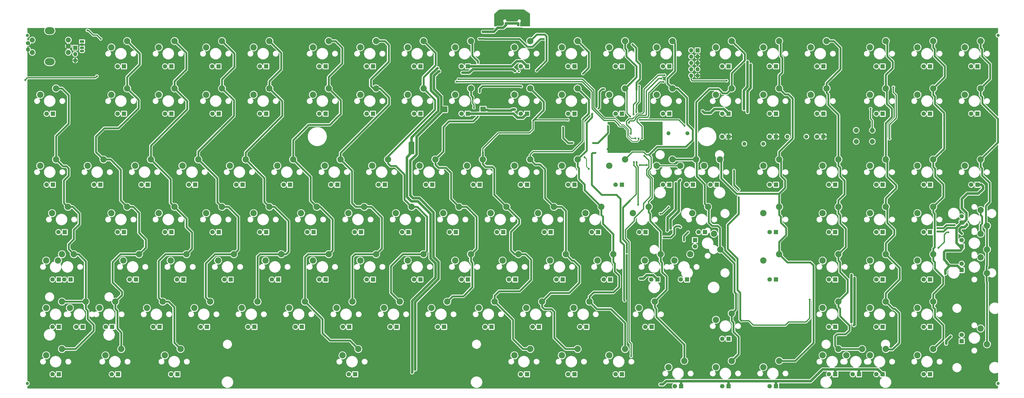
<source format=gbr>
G04 #@! TF.GenerationSoftware,KiCad,Pcbnew,(5.99.0-2421-g2ea5528cd)*
G04 #@! TF.CreationDate,2020-08-11T20:23:44-04:00*
G04 #@! TF.ProjectId,Boston-keyboard-S,426f7374-6f6e-42d6-9b65-79626f617264,rev?*
G04 #@! TF.SameCoordinates,Original*
G04 #@! TF.FileFunction,Copper,L1,Top*
G04 #@! TF.FilePolarity,Positive*
%FSLAX46Y46*%
G04 Gerber Fmt 4.6, Leading zero omitted, Abs format (unit mm)*
G04 Created by KiCad (PCBNEW (5.99.0-2421-g2ea5528cd)) date 2020-08-11 20:23:44*
%MOMM*%
%LPD*%
G01*
G04 APERTURE LIST*
G04 #@! TA.AperFunction,ComponentPad*
%ADD10O,1.700000X1.700000*%
G04 #@! TD*
G04 #@! TA.AperFunction,ComponentPad*
%ADD11C,1.700000*%
G04 #@! TD*
G04 #@! TA.AperFunction,ComponentPad*
%ADD12O,1.800000X1.070000*%
G04 #@! TD*
G04 #@! TA.AperFunction,ComponentPad*
%ADD13R,1.800000X1.070000*%
G04 #@! TD*
G04 #@! TA.AperFunction,ComponentPad*
%ADD14R,1.700000X1.700000*%
G04 #@! TD*
G04 #@! TA.AperFunction,ComponentPad*
%ADD15R,1.800000X1.800000*%
G04 #@! TD*
G04 #@! TA.AperFunction,ComponentPad*
%ADD16C,1.800000*%
G04 #@! TD*
G04 #@! TA.AperFunction,ComponentPad*
%ADD17C,1.600000*%
G04 #@! TD*
G04 #@! TA.AperFunction,ComponentPad*
%ADD18O,1.600000X1.600000*%
G04 #@! TD*
G04 #@! TA.AperFunction,WasherPad*
%ADD19C,1.300000*%
G04 #@! TD*
G04 #@! TA.AperFunction,ComponentPad*
%ADD20C,2.032000*%
G04 #@! TD*
G04 #@! TA.AperFunction,ComponentPad*
%ADD21O,3.900000X2.799999*%
G04 #@! TD*
G04 #@! TA.AperFunction,ComponentPad*
%ADD22C,2.540000*%
G04 #@! TD*
G04 #@! TA.AperFunction,ComponentPad*
%ADD23O,1.300000X1.900000*%
G04 #@! TD*
G04 #@! TA.AperFunction,ComponentPad*
%ADD24O,1.100000X2.200000*%
G04 #@! TD*
G04 #@! TA.AperFunction,ComponentPad*
%ADD25C,2.000000*%
G04 #@! TD*
G04 #@! TA.AperFunction,ViaPad*
%ADD26C,0.800000*%
G04 #@! TD*
G04 #@! TA.AperFunction,ViaPad*
%ADD27C,0.600000*%
G04 #@! TD*
G04 #@! TA.AperFunction,Conductor*
%ADD28C,0.500000*%
G04 #@! TD*
G04 #@! TA.AperFunction,Conductor*
%ADD29C,0.750000*%
G04 #@! TD*
G04 #@! TA.AperFunction,Conductor*
%ADD30C,1.000000*%
G04 #@! TD*
G04 #@! TA.AperFunction,Conductor*
%ADD31C,0.300000*%
G04 #@! TD*
G04 #@! TA.AperFunction,Conductor*
%ADD32C,0.200000*%
G04 #@! TD*
G04 #@! TA.AperFunction,Conductor*
%ADD33C,0.254000*%
G04 #@! TD*
G04 APERTURE END LIST*
D10*
X57255000Y-37715000D03*
D11*
X57255000Y-35175000D03*
D12*
X79000000Y-38280000D03*
X79000000Y-37010000D03*
X79000000Y-35740000D03*
D13*
X79000000Y-34470000D03*
D10*
X76225000Y-42055000D03*
X76225000Y-39515000D03*
D14*
X76225000Y-36975000D03*
D15*
X381595000Y-130180000D03*
D16*
X379055000Y-130180000D03*
D15*
X181570000Y-92080000D03*
D16*
X179030000Y-92080000D03*
D15*
X419695000Y-168280000D03*
D16*
X417155000Y-168280000D03*
D15*
X253007500Y-130180000D03*
D16*
X250467500Y-130180000D03*
D15*
X238720000Y-92080000D03*
D16*
X236180000Y-92080000D03*
D15*
X152995000Y-111130000D03*
D16*
X150455000Y-111130000D03*
D15*
X295870000Y-168280000D03*
D16*
X293330000Y-168280000D03*
D15*
X333970000Y-92080000D03*
D16*
X331430000Y-92080000D03*
D15*
X167282500Y-149230000D03*
D16*
X164742500Y-149230000D03*
D15*
X233957500Y-63505000D03*
D16*
X231417500Y-63505000D03*
D15*
X338732500Y-153992500D03*
D16*
X336192500Y-153992500D03*
D15*
X69651250Y-168280000D03*
D16*
X67111250Y-168280000D03*
D15*
X419695000Y-92080000D03*
D16*
X417155000Y-92080000D03*
D15*
X438745000Y-44429600D03*
D16*
X436205000Y-44429600D03*
D15*
X114895000Y-63505000D03*
D16*
X112355000Y-63505000D03*
D15*
X195857500Y-44455000D03*
D16*
X193317500Y-44455000D03*
D15*
X114895000Y-111130000D03*
D16*
X112355000Y-111130000D03*
D15*
X400645000Y-63530400D03*
D16*
X398105000Y-63530400D03*
D15*
X419695000Y-44429600D03*
D16*
X417155000Y-44429600D03*
D15*
X381595000Y-149230000D03*
D16*
X379055000Y-149230000D03*
D15*
X276820000Y-168280000D03*
D16*
X274280000Y-168280000D03*
D15*
X233995600Y-44455000D03*
D16*
X231455600Y-44455000D03*
D15*
X432395000Y-107320000D03*
D16*
X432395000Y-104780000D03*
D15*
X138707500Y-130180000D03*
D16*
X136167500Y-130180000D03*
D15*
X210145000Y-111130000D03*
D16*
X207605000Y-111130000D03*
D15*
X314915000Y-92062500D03*
D16*
X312375000Y-92062500D03*
D15*
X257770000Y-44455000D03*
D16*
X255230000Y-44455000D03*
D15*
X329207500Y-111130000D03*
D16*
X326667500Y-111130000D03*
D15*
X67270000Y-92080000D03*
D16*
X64730000Y-92080000D03*
D15*
X357782500Y-111130000D03*
D16*
X355242500Y-111130000D03*
D15*
X91082500Y-149230000D03*
D16*
X88542500Y-149230000D03*
D15*
X381595000Y-92080000D03*
D16*
X379055000Y-92080000D03*
D15*
X119657500Y-130180000D03*
D16*
X117117500Y-130180000D03*
D15*
X419695000Y-149230000D03*
D16*
X417155000Y-149230000D03*
D15*
X257770000Y-63505000D03*
D16*
X255230000Y-63505000D03*
D15*
X314920000Y-63500000D03*
D16*
X312380000Y-63500000D03*
D15*
X438745000Y-63479600D03*
D16*
X436205000Y-63479600D03*
D15*
X338732500Y-72712500D03*
D16*
X336192500Y-72712500D03*
D15*
X432395000Y-116845000D03*
D16*
X432395000Y-114305000D03*
D15*
X219670000Y-92080000D03*
D16*
X217130000Y-92080000D03*
D15*
X69651250Y-130180000D03*
D16*
X67111250Y-130180000D03*
D15*
X114895000Y-44455000D03*
D16*
X112355000Y-44455000D03*
D15*
X432395000Y-154945000D03*
D16*
X432395000Y-152405000D03*
D15*
X152995000Y-44455000D03*
D16*
X150455000Y-44455000D03*
D15*
X205382500Y-149230000D03*
D16*
X202842500Y-149230000D03*
D15*
X214907500Y-44455000D03*
D16*
X212367500Y-44455000D03*
D15*
X105370000Y-92080000D03*
D16*
X102830000Y-92080000D03*
D15*
X295870000Y-63505000D03*
D16*
X293330000Y-63505000D03*
D17*
X352700000Y-75600000D03*
D18*
X345080000Y-75600000D03*
D15*
X338745200Y-44455000D03*
D16*
X336205200Y-44455000D03*
D15*
X200620000Y-92080000D03*
D16*
X198080000Y-92080000D03*
D15*
X419695000Y-63530400D03*
D16*
X417155000Y-63530400D03*
D15*
X93463750Y-168280000D03*
D16*
X90923750Y-168280000D03*
D15*
X438745000Y-92080000D03*
D16*
X436205000Y-92080000D03*
D15*
X186332500Y-149230000D03*
D16*
X183792500Y-149230000D03*
D15*
X117276250Y-168280000D03*
D16*
X114736250Y-168280000D03*
D15*
X257770000Y-168280000D03*
D16*
X255230000Y-168280000D03*
D15*
X276820000Y-92080000D03*
D16*
X274280000Y-92080000D03*
D15*
X357782500Y-130180000D03*
D16*
X355242500Y-130180000D03*
D19*
X447000000Y-32000000D03*
D15*
X357782500Y-72712500D03*
D16*
X355242500Y-72712500D03*
D15*
X338732500Y-63500000D03*
D16*
X336192500Y-63500000D03*
D15*
X95845000Y-63505000D03*
D16*
X93305000Y-63505000D03*
D15*
X176807500Y-44455000D03*
D16*
X174267500Y-44455000D03*
D15*
X172045000Y-111130000D03*
D16*
X169505000Y-111130000D03*
D15*
X176807500Y-63505000D03*
D16*
X174267500Y-63505000D03*
D15*
X176807500Y-130180000D03*
D16*
X174267500Y-130180000D03*
D15*
X381595000Y-168280000D03*
D16*
X379055000Y-168280000D03*
D15*
X276820000Y-63505000D03*
D16*
X274280000Y-63505000D03*
D15*
X325238750Y-114305000D03*
D16*
X325238750Y-116845000D03*
D15*
X69651250Y-149230000D03*
D16*
X67111250Y-149230000D03*
D15*
X400645000Y-130180000D03*
D16*
X398105000Y-130180000D03*
D15*
X162520000Y-92080000D03*
D16*
X159980000Y-92080000D03*
D15*
X248245000Y-111130000D03*
D16*
X245705000Y-111130000D03*
D15*
X400645000Y-149230000D03*
D16*
X398105000Y-149230000D03*
D15*
X400645000Y-92080000D03*
D16*
X398105000Y-92080000D03*
D15*
X95845000Y-44455000D03*
D16*
X93305000Y-44455000D03*
D19*
X57000000Y-172000000D03*
D15*
X257770000Y-92080000D03*
D16*
X255230000Y-92080000D03*
D15*
X157757500Y-130180000D03*
D16*
X155217500Y-130180000D03*
D15*
X191095000Y-111130000D03*
D16*
X188555000Y-111130000D03*
D15*
X400645000Y-44480400D03*
D16*
X398105000Y-44480400D03*
D15*
X110132500Y-149230000D03*
D16*
X107592500Y-149230000D03*
D15*
X67270000Y-63530400D03*
D16*
X64730000Y-63530400D03*
D15*
X357800000Y-63500000D03*
D16*
X355260000Y-63500000D03*
D15*
X319682500Y-173042500D03*
D16*
X317142500Y-173042500D03*
D15*
X322063750Y-130180000D03*
D16*
X319523750Y-130180000D03*
D15*
X276820000Y-44455000D03*
D16*
X274280000Y-44455000D03*
D15*
X357782500Y-92080000D03*
D16*
X355242500Y-92080000D03*
D15*
X224432500Y-149230000D03*
D16*
X221892500Y-149230000D03*
D15*
X229195000Y-111130000D03*
D16*
X226655000Y-111130000D03*
D15*
X357782500Y-173042500D03*
D16*
X355242500Y-173042500D03*
D15*
X133818000Y-44455000D03*
D16*
X131278000Y-44455000D03*
D19*
X57000000Y-32000000D03*
D15*
X262532500Y-149230000D03*
D16*
X259992500Y-149230000D03*
D15*
X432395000Y-126370000D03*
D16*
X432395000Y-123830000D03*
D15*
X324445000Y-92080000D03*
D16*
X321905000Y-92080000D03*
D15*
X100607500Y-130180000D03*
D16*
X98067500Y-130180000D03*
D15*
X376832500Y-63500000D03*
D16*
X374292500Y-63500000D03*
D15*
X419695000Y-130180000D03*
D16*
X417155000Y-130180000D03*
D15*
X419695000Y-111130000D03*
D16*
X417155000Y-111130000D03*
D15*
X72032500Y-111130000D03*
D16*
X69492500Y-111130000D03*
D15*
X291107500Y-130180000D03*
D16*
X288567500Y-130180000D03*
D15*
X338732500Y-173042500D03*
D16*
X336192500Y-173042500D03*
D15*
X286345000Y-111130000D03*
D16*
X283805000Y-111130000D03*
D20*
X73500000Y-38875000D03*
X73500000Y-33875000D03*
X73500000Y-36375000D03*
D21*
X66000000Y-30125000D03*
X66000000Y-42625000D03*
D20*
X59000000Y-38875000D03*
X59000000Y-33875000D03*
D15*
X307776250Y-149230000D03*
D16*
X305236250Y-149230000D03*
D15*
X152995000Y-63505000D03*
D16*
X150455000Y-63505000D03*
D15*
X272057500Y-130180000D03*
D16*
X269517500Y-130180000D03*
D15*
X124420000Y-92080000D03*
D16*
X121880000Y-92080000D03*
D15*
X233957500Y-130180000D03*
D16*
X231417500Y-130180000D03*
D15*
X314920000Y-44455000D03*
D16*
X312380000Y-44455000D03*
D15*
X133945000Y-63505000D03*
D16*
X131405000Y-63505000D03*
D15*
X129182500Y-149230000D03*
D16*
X126642500Y-149230000D03*
D15*
X188713750Y-168280000D03*
D16*
X186173750Y-168280000D03*
D15*
X305395000Y-111130000D03*
D16*
X302855000Y-111130000D03*
D15*
X295870000Y-44455000D03*
D16*
X293330000Y-44455000D03*
D17*
X370000000Y-72700000D03*
D18*
X362380000Y-72700000D03*
D15*
X214907500Y-130180000D03*
D16*
X212367500Y-130180000D03*
D15*
X79176250Y-149230000D03*
D16*
X76636250Y-149230000D03*
D15*
X400645000Y-168280000D03*
D16*
X398105000Y-168280000D03*
D15*
X281582500Y-149230000D03*
D16*
X279042500Y-149230000D03*
D15*
X357782500Y-44429600D03*
D16*
X355242500Y-44429600D03*
D15*
X143470000Y-92080000D03*
D16*
X140930000Y-92080000D03*
D15*
X391120000Y-168280000D03*
D16*
X388580000Y-168280000D03*
D15*
X310157500Y-130180000D03*
D16*
X307617500Y-130180000D03*
D15*
X295870000Y-92080000D03*
D16*
X293330000Y-92080000D03*
D15*
X95845000Y-111130000D03*
D16*
X93305000Y-111130000D03*
D14*
X326250000Y-38000000D03*
D10*
X323710000Y-38000000D03*
X326250000Y-40540000D03*
X323710000Y-40540000D03*
X326250000Y-43080000D03*
X323710000Y-43080000D03*
X326250000Y-45620000D03*
X323710000Y-45620000D03*
X326250000Y-48160000D03*
X323710000Y-48160000D03*
D15*
X74413750Y-130180000D03*
D16*
X71873750Y-130180000D03*
D15*
X214907500Y-63505000D03*
D16*
X212367500Y-63505000D03*
D15*
X376832500Y-72712500D03*
D16*
X374292500Y-72712500D03*
D17*
X322220000Y-71400000D03*
D18*
X314600000Y-71400000D03*
D15*
X376832500Y-44480400D03*
D16*
X374292500Y-44480400D03*
D15*
X86320000Y-92080000D03*
D16*
X83780000Y-92080000D03*
D15*
X267295000Y-111130000D03*
D16*
X264755000Y-111130000D03*
D15*
X243482500Y-149230000D03*
D16*
X240942500Y-149230000D03*
D15*
X133945000Y-111130000D03*
D16*
X131405000Y-111130000D03*
D15*
X195857500Y-130180000D03*
D16*
X193317500Y-130180000D03*
D15*
X381595000Y-111130000D03*
D16*
X379055000Y-111130000D03*
D19*
X447000000Y-172000000D03*
D15*
X148232500Y-149230000D03*
D16*
X145692500Y-149230000D03*
D15*
X195857500Y-63505000D03*
D16*
X193317500Y-63505000D03*
D15*
X400645000Y-111130000D03*
D16*
X398105000Y-111130000D03*
D22*
X278090000Y-81920000D03*
X271740000Y-84460000D03*
X392390000Y-158120000D03*
X386040000Y-160660000D03*
X254277500Y-120020000D03*
X247927500Y-122560000D03*
X420965000Y-158120000D03*
X414615000Y-160660000D03*
X97115000Y-53345000D03*
X90765000Y-55885000D03*
X306665000Y-100970000D03*
X300315000Y-103510000D03*
X216177500Y-34295000D03*
X209827500Y-36835000D03*
X442555000Y-108590000D03*
X440015000Y-102240000D03*
X340002500Y-53345000D03*
X333652500Y-55885000D03*
X359052500Y-120020000D03*
X352702500Y-122560000D03*
X359052500Y-100970000D03*
X352702500Y-103510000D03*
X420965000Y-120020000D03*
X414615000Y-122560000D03*
X94733750Y-158120000D03*
X88383750Y-160660000D03*
X80446250Y-139070000D03*
X74096250Y-141610000D03*
X139977500Y-120020000D03*
X133627500Y-122560000D03*
X297140000Y-34295000D03*
X290790000Y-36835000D03*
X330477500Y-100970000D03*
X324127500Y-103510000D03*
X130452500Y-139070000D03*
X124102500Y-141610000D03*
X263802500Y-139070000D03*
X257452500Y-141610000D03*
X70921250Y-139070000D03*
X64571250Y-141610000D03*
X216177500Y-120020000D03*
X209827500Y-122560000D03*
X182840000Y-81920000D03*
X176490000Y-84460000D03*
X323333964Y-120020000D03*
X316983964Y-122560000D03*
X297140000Y-81920000D03*
X290790000Y-84460000D03*
X154265000Y-53345000D03*
X147915000Y-55885000D03*
X197127500Y-120020000D03*
X190777500Y-122560000D03*
X259040160Y-34295000D03*
X252690160Y-36835000D03*
X220940000Y-81920000D03*
X214590000Y-84460000D03*
X440015000Y-81920000D03*
X433665000Y-84460000D03*
X116165000Y-100970000D03*
X109815000Y-103510000D03*
X192365000Y-100970000D03*
X186015000Y-103510000D03*
X111402500Y-139070000D03*
X105052500Y-141610000D03*
X401915000Y-139070000D03*
X395565000Y-141610000D03*
X187602500Y-139070000D03*
X181252500Y-141610000D03*
X87590000Y-81920000D03*
X81240000Y-84460000D03*
X189983750Y-158120000D03*
X183633750Y-160660000D03*
X316190000Y-81920000D03*
X309840000Y-84460000D03*
X125690000Y-81920000D03*
X119340000Y-84460000D03*
X420965000Y-81920000D03*
X414615000Y-84460000D03*
X440015000Y-53345000D03*
X433665000Y-55885000D03*
X197127606Y-34295000D03*
X190777606Y-36835000D03*
X401915000Y-34295000D03*
X395565000Y-36835000D03*
X382865000Y-158120000D03*
X376515000Y-160660000D03*
X154265000Y-34295000D03*
X147915000Y-36835000D03*
X273327500Y-120020000D03*
X266977500Y-122560000D03*
X235227500Y-53345000D03*
X228877500Y-55885000D03*
D23*
X256037000Y-22600000D03*
D24*
X256037000Y-26800000D03*
D23*
X247437000Y-22600000D03*
D24*
X247437000Y-26800000D03*
D22*
X401915000Y-120020000D03*
X395565000Y-122560000D03*
X278090000Y-34295000D03*
X271740000Y-36835000D03*
X340002500Y-143832500D03*
X333652500Y-146372500D03*
X206652500Y-139070000D03*
X200302500Y-141610000D03*
X335398750Y-118115000D03*
X332858750Y-111765000D03*
X178077500Y-53345000D03*
X171727500Y-55885000D03*
X442555000Y-127640000D03*
X440015000Y-121290000D03*
X335240000Y-81920000D03*
X328890000Y-84460000D03*
X178077590Y-34295000D03*
X171727590Y-36835000D03*
X287615000Y-100970000D03*
X281265000Y-103510000D03*
X401915000Y-100970000D03*
X395565000Y-103510000D03*
X116165000Y-34295000D03*
X109815000Y-36835000D03*
X235227500Y-120020000D03*
X228877500Y-122560000D03*
X135215000Y-100970000D03*
X128865000Y-103510000D03*
X197127500Y-53345000D03*
X190777500Y-55885000D03*
X297140000Y-158120000D03*
X290790000Y-160660000D03*
D25*
X396500000Y-70170000D03*
X390000000Y-70170000D03*
X390000000Y-74670000D03*
X396500000Y-74670000D03*
D22*
X401915000Y-158120000D03*
X395565000Y-160660000D03*
X168552500Y-139070000D03*
X162202500Y-141610000D03*
X340002500Y-162882500D03*
X333652500Y-165422500D03*
X73302500Y-100970000D03*
X66952500Y-103510000D03*
X97115000Y-100970000D03*
X90765000Y-103510000D03*
X68540000Y-53345000D03*
X62190000Y-55885000D03*
X316190000Y-34295000D03*
X309840000Y-36835000D03*
X359052500Y-162882500D03*
X352702500Y-165422500D03*
X259040000Y-81920000D03*
X252690000Y-84460000D03*
X97115000Y-34295000D03*
X90765000Y-36835000D03*
X144740000Y-81920000D03*
X138390000Y-84460000D03*
X442555000Y-118115000D03*
X440015000Y-111765000D03*
X359052500Y-53345000D03*
X352702500Y-55885000D03*
X225702500Y-139070000D03*
X219352500Y-141610000D03*
X359052500Y-34295000D03*
X352702500Y-36835000D03*
X70921250Y-120020000D03*
X64571250Y-122560000D03*
X278090000Y-158120000D03*
X271740000Y-160660000D03*
X378102500Y-34295000D03*
X371752500Y-36835000D03*
X440015000Y-34295000D03*
X433665000Y-36835000D03*
X311427500Y-120020000D03*
X305077500Y-122560000D03*
X401915000Y-81920000D03*
X395565000Y-84460000D03*
X135215000Y-34295000D03*
X128865000Y-36835000D03*
X92352500Y-139070000D03*
X86002500Y-141610000D03*
X239990000Y-81920000D03*
X233640000Y-84460000D03*
X340002500Y-34295000D03*
X333652500Y-36835000D03*
X118546250Y-158120000D03*
X112196250Y-160660000D03*
X149502500Y-139070000D03*
X143152500Y-141610000D03*
X420965000Y-139070000D03*
X414615000Y-141610000D03*
X106640000Y-81920000D03*
X100290000Y-84460000D03*
X68540000Y-81920000D03*
X62190000Y-84460000D03*
X75683750Y-120020000D03*
X69333750Y-122560000D03*
X159027500Y-120020000D03*
X152677500Y-122560000D03*
X278090000Y-53345000D03*
X271740000Y-55885000D03*
X178077500Y-120020000D03*
X171727500Y-122560000D03*
X70921250Y-158120000D03*
X64571250Y-160660000D03*
X420965000Y-100970000D03*
X414615000Y-103510000D03*
X244752500Y-139070000D03*
X238402500Y-141610000D03*
X116165000Y-53345000D03*
X109815000Y-55885000D03*
X154265000Y-100970000D03*
X147915000Y-103510000D03*
X382865000Y-100970000D03*
X376515000Y-103510000D03*
X259040000Y-53345000D03*
X252690000Y-55885000D03*
X316190000Y-53345000D03*
X309840000Y-55885000D03*
X235227500Y-34295000D03*
X228877500Y-36835000D03*
X382865000Y-120020000D03*
X376515000Y-122560000D03*
X297140000Y-53345000D03*
X290790000Y-55885000D03*
X268565000Y-100970000D03*
X262215000Y-103510000D03*
X292377500Y-120020000D03*
X286027500Y-122560000D03*
X163790000Y-81920000D03*
X157440000Y-84460000D03*
X101877500Y-120020000D03*
X95527500Y-122560000D03*
X378102500Y-53345000D03*
X371752500Y-55885000D03*
X120927500Y-120020000D03*
X114577500Y-122560000D03*
X249515000Y-100970000D03*
X243165000Y-103510000D03*
X382865000Y-139070000D03*
X376515000Y-141610000D03*
X259040000Y-158120000D03*
X252690000Y-160660000D03*
X420965000Y-34295000D03*
X414615000Y-36835000D03*
X216177500Y-53345000D03*
X209827500Y-55885000D03*
X309046250Y-139070000D03*
X302696250Y-141610000D03*
X135215000Y-53345000D03*
X128865000Y-55885000D03*
X282852500Y-139070000D03*
X276502500Y-141610000D03*
X325715000Y-81920000D03*
X319365000Y-84460000D03*
X401915000Y-53345000D03*
X395565000Y-55885000D03*
X211415000Y-100970000D03*
X205065000Y-103510000D03*
X382865000Y-81920000D03*
X376515000Y-84460000D03*
X320952500Y-162882500D03*
X314602500Y-165422500D03*
X442555000Y-156215000D03*
X440015000Y-149865000D03*
X359052500Y-81920000D03*
X352702500Y-84460000D03*
X201890000Y-81920000D03*
X195540000Y-84460000D03*
X420965000Y-53345000D03*
X414615000Y-55885000D03*
X173315000Y-100970000D03*
X166965000Y-103510000D03*
X230465000Y-100970000D03*
X224115000Y-103510000D03*
D26*
X82500000Y-35075000D03*
X86950000Y-35075000D03*
X83425000Y-35075000D03*
X86025000Y-35050000D03*
X81125000Y-30000000D03*
X84971250Y-48421250D03*
X56225000Y-49925000D03*
X86478750Y-33438750D03*
X229440000Y-50640000D03*
X255450000Y-52600000D03*
X301650000Y-62800000D03*
X238700000Y-54800000D03*
X302811250Y-52488750D03*
X305857500Y-84142500D03*
X303057500Y-84142500D03*
X314643750Y-101066250D03*
X302413750Y-100113750D03*
X311300000Y-103700000D03*
X301800000Y-83000000D03*
X312670000Y-113200000D03*
X297800000Y-119300000D03*
X427000000Y-111150000D03*
X300700000Y-83000000D03*
X423080000Y-117440000D03*
X319340901Y-109089099D03*
X285200000Y-79250000D03*
X371350000Y-138250000D03*
X343900000Y-146700000D03*
X296990000Y-138690000D03*
X342800000Y-97100000D03*
X342800000Y-94100000D03*
X340900000Y-86400000D03*
X304890000Y-80430000D03*
X299600000Y-161000000D03*
X300500000Y-63750000D03*
X238500000Y-33400000D03*
X300140000Y-35660000D03*
D27*
X264450000Y-33450000D03*
D26*
X216800000Y-76840000D03*
X292000000Y-77750000D03*
X295130000Y-77180000D03*
X255725000Y-30375000D03*
X85050000Y-69330000D03*
X276000000Y-76500000D03*
X291050000Y-77750000D03*
X244355625Y-58901250D03*
X245308125Y-59853750D03*
X71715000Y-52233750D03*
X245625000Y-31625000D03*
X215066250Y-76880000D03*
X215060000Y-75630000D03*
X309162500Y-72912500D03*
X244355625Y-59853750D03*
X216780000Y-75590000D03*
X216800000Y-78100000D03*
X255725000Y-29375000D03*
X270500000Y-67500000D03*
X293237500Y-68500000D03*
X215050000Y-78310000D03*
X246375000Y-30875000D03*
X308430000Y-67315000D03*
X243403125Y-59853750D03*
X290150000Y-77750000D03*
X271680000Y-75180000D03*
X282600000Y-63400000D03*
X280210000Y-47390000D03*
X286500000Y-61400000D03*
X288680000Y-53620000D03*
X299200000Y-64600000D03*
X283970000Y-63510000D03*
X322025000Y-63675000D03*
X325710000Y-64390000D03*
X364500000Y-68500000D03*
X382865000Y-66365000D03*
X401915000Y-67285000D03*
X425300000Y-67500000D03*
X159400000Y-64400000D03*
X140000000Y-64400000D03*
X116671875Y-66331875D03*
X96980625Y-66020625D03*
X73620000Y-67473750D03*
X181175000Y-65325000D03*
X194095000Y-68005000D03*
X215535000Y-67065000D03*
X236430000Y-61100000D03*
X237975000Y-64725000D03*
X238030000Y-43050000D03*
X274200000Y-66000000D03*
X261600000Y-46200000D03*
X211576885Y-167568760D03*
X211410000Y-78110000D03*
X389124990Y-148555010D03*
X312410000Y-172350000D03*
X328337500Y-62487500D03*
X211649385Y-148591260D03*
X389319990Y-129580010D03*
X211430000Y-76840000D03*
X220781250Y-129624375D03*
X422620000Y-110810000D03*
X314071260Y-110491260D03*
X221690010Y-45209990D03*
X317520000Y-91420000D03*
X209555010Y-91444990D03*
X211410000Y-75540000D03*
X346341260Y-62866260D03*
X303200000Y-129810000D03*
X329037500Y-63187500D03*
X347633740Y-43816260D03*
X425850000Y-127860000D03*
X221050000Y-63450000D03*
X219000000Y-110500000D03*
X211440000Y-79390000D03*
X311350000Y-172350000D03*
X225140000Y-61686250D03*
X315425000Y-109625000D03*
X344863750Y-61686250D03*
X319325000Y-90150000D03*
X322467500Y-111130000D03*
X434480000Y-107940000D03*
X395803125Y-61520625D03*
X429590000Y-108260000D03*
X210900000Y-90200000D03*
X284250000Y-75250000D03*
X223313750Y-61686250D03*
X432430000Y-111760000D03*
X212829395Y-166388750D03*
X388075000Y-147375000D03*
X240600000Y-62000000D03*
X252925000Y-46450000D03*
X224187500Y-61686250D03*
X222282500Y-128361250D03*
X290250000Y-68500000D03*
X388100000Y-128400000D03*
X276000000Y-75250000D03*
X239406250Y-61993750D03*
X422620000Y-109450000D03*
X220200000Y-109300000D03*
X427925000Y-153050000D03*
X252900000Y-61795000D03*
X212850625Y-147411250D03*
X346338750Y-42636250D03*
X232725000Y-47025000D03*
X320800625Y-114499375D03*
X254500000Y-46450000D03*
X231775000Y-47025000D03*
X239400000Y-61044375D03*
X240600000Y-61044375D03*
X222535000Y-46465000D03*
X426150000Y-156000000D03*
X272250000Y-69000000D03*
X230220000Y-49630000D03*
X301280000Y-73430000D03*
X302610000Y-73490000D03*
X403425000Y-73575000D03*
X312600000Y-50700000D03*
X304000000Y-73400000D03*
X337975000Y-50250000D03*
X404950000Y-52900000D03*
X303100000Y-66000000D03*
X321000000Y-68300000D03*
X240000000Y-30600000D03*
D27*
X254200000Y-27900000D03*
D26*
X242200000Y-30600000D03*
D27*
X249300000Y-27200000D03*
D26*
X241100000Y-30600000D03*
D27*
X254200000Y-27200000D03*
X249300000Y-27900000D03*
D26*
X298660000Y-67140000D03*
X311700000Y-49400000D03*
X299460000Y-71590000D03*
X313000000Y-48000000D03*
X282590000Y-85670000D03*
X280910000Y-81010000D03*
D28*
X56225000Y-49925000D02*
X57075000Y-49075000D01*
X57075000Y-49075000D02*
X84317500Y-49075000D01*
X84317500Y-49075000D02*
X84971250Y-48421250D01*
X83450000Y-31925000D02*
X84965000Y-31925000D01*
X84965000Y-31925000D02*
X86478750Y-33438750D01*
X81125000Y-30000000D02*
X81525000Y-30000000D01*
X81525000Y-30000000D02*
X83450000Y-31925000D01*
X302811250Y-52488750D02*
X302811250Y-58738750D01*
X301700000Y-59850000D02*
X301700000Y-61580000D01*
X301650000Y-61630000D02*
X301700000Y-61580000D01*
D29*
X248315000Y-52400000D02*
X249725000Y-52400000D01*
X238700000Y-53500000D02*
X239800000Y-52400000D01*
D28*
X302811250Y-58738750D02*
X301700000Y-59850000D01*
D29*
X239800000Y-52400000D02*
X241300000Y-52400000D01*
D28*
X301700000Y-61580000D02*
X301710000Y-61590000D01*
D29*
X250600000Y-52400000D02*
X255250000Y-52400000D01*
D28*
X301650000Y-62800000D02*
X301650000Y-61630000D01*
D29*
X255250000Y-52400000D02*
X255450000Y-52600000D01*
X238700000Y-54800000D02*
X238700000Y-53500000D01*
X241300000Y-52400000D02*
X248315000Y-52400000D01*
X249725000Y-52400000D02*
X250600000Y-52400000D01*
D28*
X303057500Y-84142500D02*
X305857500Y-84142500D01*
X302413750Y-84813750D02*
X301800000Y-84200000D01*
X301800000Y-84200000D02*
X301800000Y-83000000D01*
X312010000Y-103700000D02*
X314643750Y-101066250D01*
X302413750Y-93186250D02*
X302413750Y-84813750D01*
X302413750Y-100113750D02*
X302413750Y-93186250D01*
X311300000Y-103700000D02*
X312010000Y-103700000D01*
X426340000Y-111150000D02*
X427000000Y-111150000D01*
D29*
X312670000Y-113200000D02*
X315500000Y-113200000D01*
D28*
X423080000Y-117440000D02*
X425400000Y-115120000D01*
D29*
X297800000Y-115500000D02*
X297800000Y-119300000D01*
X318940902Y-108689100D02*
X319340901Y-109089099D01*
D28*
X301600000Y-85200000D02*
X301600000Y-95900000D01*
D29*
X316860000Y-109430000D02*
X317600900Y-108689100D01*
X296300000Y-101200000D02*
X296300000Y-113900000D01*
X296300000Y-114000000D02*
X297800000Y-115500000D01*
D28*
X300700000Y-84300000D02*
X301600000Y-85200000D01*
D29*
X316860000Y-111840000D02*
X316860000Y-109430000D01*
X296300000Y-113900000D02*
X296300000Y-114000000D01*
D28*
X425400000Y-112090000D02*
X426340000Y-111150000D01*
X301600000Y-95900000D02*
X299100000Y-98400000D01*
D29*
X317600900Y-108689100D02*
X318940902Y-108689100D01*
D28*
X425400000Y-115120000D02*
X425400000Y-112090000D01*
D29*
X299100000Y-98400000D02*
X296300000Y-101200000D01*
D28*
X300700000Y-83000000D02*
X300700000Y-84300000D01*
D29*
X315500000Y-113200000D02*
X316860000Y-111840000D01*
X283750000Y-79580000D02*
X283750000Y-92150000D01*
D28*
X362850000Y-147250000D02*
X369850000Y-147250000D01*
D29*
X338400000Y-108200000D02*
X338400000Y-117900000D01*
X338400000Y-117900000D02*
X342300000Y-121800000D01*
X293720000Y-96130000D02*
X295300000Y-97710000D01*
X283750000Y-92150000D02*
X287730000Y-96130000D01*
X342800000Y-103800000D02*
X338400000Y-108200000D01*
X342300000Y-134000000D02*
X342300000Y-134400000D01*
X295300000Y-97710000D02*
X295300000Y-100884768D01*
X285200000Y-79250000D02*
X284080000Y-79250000D01*
X340900000Y-92100000D02*
X342800000Y-94000000D01*
X295300000Y-100884768D02*
X295300000Y-113300000D01*
D28*
X343900000Y-146700000D02*
X346850000Y-146700000D01*
X371350000Y-145750000D02*
X371350000Y-138250000D01*
X348700000Y-148550000D02*
X361550000Y-148550000D01*
D29*
X343400000Y-146200000D02*
X343900000Y-146700000D01*
X342800000Y-97100000D02*
X342800000Y-103800000D01*
X296700000Y-138400000D02*
X296990000Y-138690000D01*
X340900000Y-86400000D02*
X340900000Y-92100000D01*
X342800000Y-94000000D02*
X342800000Y-94100000D01*
X296700000Y-116300000D02*
X296700000Y-138400000D01*
D28*
X369850000Y-147250000D02*
X371350000Y-145750000D01*
D29*
X284080000Y-79250000D02*
X283750000Y-79580000D01*
X295300000Y-114900000D02*
X296700000Y-116300000D01*
D28*
X346850000Y-146700000D02*
X348700000Y-148550000D01*
D29*
X287730000Y-96130000D02*
X293720000Y-96130000D01*
X342300000Y-121800000D02*
X342300000Y-134000000D01*
X343400000Y-135500000D02*
X343400000Y-146200000D01*
X295300000Y-113300000D02*
X295300000Y-114900000D01*
D28*
X361550000Y-148550000D02*
X362850000Y-147250000D01*
D29*
X342300000Y-134400000D02*
X343400000Y-135500000D01*
D28*
X297300000Y-110200000D02*
X297300000Y-113600000D01*
X298800000Y-155200000D02*
X299600000Y-156000000D01*
X306740000Y-82280000D02*
X306740000Y-85100000D01*
X304070000Y-102330000D02*
X303700000Y-102700000D01*
X307340000Y-89710000D02*
X307340000Y-96780000D01*
X300900000Y-106600000D02*
X297300000Y-110200000D01*
X304580000Y-99540000D02*
X304580000Y-101820000D01*
X305870000Y-88240000D02*
X307340000Y-89710000D01*
X304580000Y-101820000D02*
X304070000Y-102330000D01*
X307340000Y-96780000D02*
X304580000Y-99540000D01*
X298800000Y-115100000D02*
X298800000Y-155200000D01*
X300900000Y-105500000D02*
X300900000Y-106090734D01*
X297300000Y-113600000D02*
X298800000Y-115100000D01*
X305870000Y-85970000D02*
X305870000Y-88240000D01*
X304890000Y-80430000D02*
X306740000Y-82280000D01*
X300900000Y-106090734D02*
X300900000Y-106600000D01*
X299600000Y-156000000D02*
X299600000Y-161000000D01*
X303700000Y-102700000D02*
X300900000Y-105500000D01*
X306740000Y-85100000D02*
X305870000Y-85970000D01*
D29*
X240650000Y-33450000D02*
X248450000Y-33450000D01*
D28*
X300500000Y-63750000D02*
X300500000Y-62700000D01*
D29*
X301600000Y-37120000D02*
X300140000Y-35660000D01*
X248450000Y-33450000D02*
X254750000Y-33450000D01*
X303120000Y-49580000D02*
X303120000Y-43700000D01*
X238500000Y-33400000D02*
X240600000Y-33400000D01*
X301600000Y-42180000D02*
X301600000Y-37120000D01*
X301680000Y-51020000D02*
X303120000Y-49580000D01*
X260000000Y-36600000D02*
X263150000Y-33450000D01*
D28*
X301680000Y-53890000D02*
X301680000Y-58670000D01*
X301680000Y-58670000D02*
X300500000Y-59850000D01*
D29*
X303120000Y-43700000D02*
X301600000Y-42180000D01*
X248450000Y-33450000D02*
X248500000Y-33400000D01*
X301680000Y-53890000D02*
X301680000Y-51020000D01*
X263150000Y-33450000D02*
X264450000Y-33450000D01*
X254750000Y-33450000D02*
X257900000Y-36600000D01*
D28*
X300500000Y-59850000D02*
X300500000Y-62700000D01*
D29*
X257900000Y-36600000D02*
X260000000Y-36600000D01*
D28*
X309840000Y-84460000D02*
X319365000Y-84460000D01*
D30*
X245625000Y-31625000D02*
X247000000Y-30250000D01*
X228401250Y-61520625D02*
X234116250Y-61520625D01*
X247000000Y-30250000D02*
X247050000Y-30200000D01*
X215066250Y-77951250D02*
X215066250Y-72950625D01*
X247050000Y-30200000D02*
X248900000Y-30200000D01*
X215066250Y-72950625D02*
X224115000Y-63901875D01*
D28*
X82390000Y-66670000D02*
X85050000Y-69330000D01*
D30*
X224115000Y-63901875D02*
X226020000Y-63901875D01*
D28*
X82390000Y-51320000D02*
X82390000Y-66670000D01*
D30*
X255725000Y-30375000D02*
X255725000Y-29375000D01*
X226020000Y-63901875D02*
X228401250Y-61520625D01*
D29*
X270500000Y-67500000D02*
X270500000Y-74000000D01*
D30*
X237926250Y-61758750D02*
X237450000Y-62235000D01*
X255725000Y-29375000D02*
X249725000Y-29375000D01*
X234830625Y-61520625D02*
X234116250Y-61520625D01*
X249725000Y-29375000D02*
X249725000Y-29475000D01*
X235783125Y-62235000D02*
X235545000Y-62235000D01*
X243403125Y-59853750D02*
X244355625Y-59853750D01*
D29*
X270500000Y-74000000D02*
X271680000Y-75180000D01*
D30*
X249725000Y-29375000D02*
X248900000Y-30200000D01*
X244355625Y-59853750D02*
X245308125Y-59853750D01*
X237450000Y-62235000D02*
X235783125Y-62235000D01*
X235545000Y-62235000D02*
X234830625Y-61520625D01*
D29*
X271680000Y-75180000D02*
X273000000Y-76500000D01*
X273000000Y-76500000D02*
X276000000Y-76500000D01*
D30*
X237926250Y-60568125D02*
X237926250Y-61758750D01*
X238640625Y-59853750D02*
X237926250Y-60568125D01*
X238640625Y-59853750D02*
X243403125Y-59853750D01*
D28*
X280250000Y-65750000D02*
X280250000Y-74500000D01*
D29*
X273327500Y-120020000D02*
X275907500Y-122600000D01*
X273327500Y-102627500D02*
X273327500Y-120020000D01*
X268700000Y-143200000D02*
X268700000Y-153600000D01*
X264700000Y-142100000D02*
X267600000Y-142100000D01*
X281695000Y-37900000D02*
X282600000Y-38805000D01*
X265000000Y-85900000D02*
X265000000Y-97405000D01*
X275907500Y-122600000D02*
X276600000Y-122600000D01*
D28*
X276000000Y-78750000D02*
X260250000Y-78750000D01*
X260250000Y-78750000D02*
X259040000Y-79960000D01*
D29*
X282600000Y-57855000D02*
X282600000Y-63400000D01*
X273220000Y-158120000D02*
X278090000Y-158120000D01*
X261000000Y-83880000D02*
X262980000Y-83880000D01*
X263802500Y-141202500D02*
X264700000Y-142100000D01*
X278800000Y-124800000D02*
X278800000Y-131500000D01*
X271670000Y-100970000D02*
X273327500Y-102627500D01*
X268565000Y-100970000D02*
X271670000Y-100970000D01*
X282600000Y-38805000D02*
X282600000Y-45000000D01*
X267600000Y-142100000D02*
X268700000Y-143200000D01*
D28*
X280250000Y-74500000D02*
X276000000Y-78750000D01*
D29*
X263802500Y-139070000D02*
X263802500Y-141202500D01*
X282600000Y-45000000D02*
X280210000Y-47390000D01*
X278090000Y-34295000D02*
X281695000Y-37900000D01*
D28*
X259040000Y-79960000D02*
X259040000Y-81920000D01*
D29*
X268700000Y-153600000D02*
X273220000Y-158120000D01*
X265000000Y-97405000D02*
X268565000Y-100970000D01*
X259040000Y-81920000D02*
X261000000Y-83880000D01*
X262980000Y-83880000D02*
X265000000Y-85900000D01*
X278090000Y-53345000D02*
X282600000Y-57855000D01*
X267272500Y-135600000D02*
X263802500Y-139070000D01*
X282600000Y-63400000D02*
X280250000Y-65750000D01*
X278800000Y-131500000D02*
X274700000Y-135600000D01*
X274700000Y-135600000D02*
X267272500Y-135600000D01*
X276600000Y-122600000D02*
X278800000Y-124800000D01*
X292520000Y-135350000D02*
X284520000Y-135350000D01*
X282852500Y-137017500D02*
X282852500Y-139070000D01*
X280910000Y-94265000D02*
X287615000Y-100970000D01*
X297140000Y-34295000D02*
X297140000Y-37240000D01*
X293030000Y-126920000D02*
X294760000Y-128650000D01*
X288220000Y-107770000D02*
X292377500Y-111927500D01*
X294760000Y-133110000D02*
X292520000Y-135350000D01*
X278630000Y-89650000D02*
X280910000Y-91930000D01*
X297700000Y-40500000D02*
X301700000Y-44500000D01*
X284520000Y-135350000D02*
X282852500Y-137017500D01*
X285832500Y-142050000D02*
X291490000Y-142050000D01*
X281700000Y-67140000D02*
X281700000Y-78310000D01*
X286800000Y-61100000D02*
X286500000Y-61400000D01*
X288220000Y-104810000D02*
X288220000Y-107770000D01*
X278090000Y-84890000D02*
X278630000Y-85430000D01*
X287880000Y-53620000D02*
X286800000Y-54700000D01*
X294760000Y-128650000D02*
X294760000Y-133110000D01*
D28*
X297900000Y-54105000D02*
X297140000Y-53345000D01*
D29*
X282852500Y-139070000D02*
X285832500Y-142050000D01*
X288680000Y-53620000D02*
X287880000Y-53620000D01*
X301700000Y-48785000D02*
X297140000Y-53345000D01*
X280910000Y-91930000D02*
X280910000Y-94265000D01*
D28*
X297900000Y-63300000D02*
X297900000Y-54105000D01*
D29*
X278630000Y-85430000D02*
X278630000Y-89650000D01*
X292377500Y-123077500D02*
X293030000Y-123730000D01*
X278090000Y-81920000D02*
X278090000Y-84890000D01*
X297140000Y-147700000D02*
X297140000Y-158120000D01*
D28*
X299200000Y-64600000D02*
X297900000Y-63300000D01*
D29*
X283890000Y-64950000D02*
X283890000Y-63590000D01*
X293030000Y-123730000D02*
X293030000Y-126920000D01*
X292377500Y-120020000D02*
X292377500Y-123077500D01*
X297700000Y-37800000D02*
X297700000Y-40500000D01*
X281700000Y-78310000D02*
X278090000Y-81920000D01*
X297140000Y-37240000D02*
X297700000Y-37800000D01*
X291490000Y-142050000D02*
X297140000Y-147700000D01*
X301700000Y-44500000D02*
X301700000Y-48785000D01*
X287615000Y-100970000D02*
X287615000Y-104205000D01*
X287615000Y-104205000D02*
X288220000Y-104810000D01*
X292377500Y-111927500D02*
X292377500Y-120020000D01*
X283890000Y-64950000D02*
X281700000Y-67140000D01*
X286800000Y-54700000D02*
X286800000Y-61100000D01*
X283890000Y-63590000D02*
X283970000Y-63510000D01*
X312000000Y-123400000D02*
X312000000Y-127200000D01*
X314200000Y-49200000D02*
X314300000Y-49200000D01*
X311427500Y-110827500D02*
X311427500Y-120020000D01*
X317200000Y-46300000D02*
X317200000Y-35305000D01*
X320952500Y-156352500D02*
X320952500Y-162882500D01*
X307200000Y-103700000D02*
X307200000Y-106600000D01*
X322030000Y-57120000D02*
X318255000Y-53345000D01*
X322030000Y-65110000D02*
X322030000Y-60070000D01*
D28*
X308100000Y-89500000D02*
X306610000Y-88010000D01*
D29*
X307200000Y-106600000D02*
X311427500Y-110827500D01*
X322030000Y-60070000D02*
X322030000Y-57120000D01*
X312000000Y-127200000D02*
X313800000Y-129000000D01*
X306665000Y-100970000D02*
X306673901Y-100978901D01*
D28*
X306610000Y-88010000D02*
X306610000Y-86420000D01*
D29*
X311427500Y-120020000D02*
X311427500Y-122827500D01*
X309700000Y-142000000D02*
X309700000Y-145100000D01*
X310000000Y-76830000D02*
X312900000Y-76830000D01*
X309700000Y-145100000D02*
X320952500Y-156352500D01*
X313800000Y-129000000D02*
X313800000Y-134316250D01*
X313800000Y-134316250D02*
X309046250Y-139070000D01*
D28*
X307670000Y-85360000D02*
X307670000Y-80960000D01*
D29*
X317200000Y-35305000D02*
X316190000Y-34295000D01*
D28*
X297140000Y-81920000D02*
X300110000Y-78950000D01*
X307670000Y-80960000D02*
X306770000Y-80060000D01*
D29*
X312900000Y-76830000D02*
X321570000Y-76830000D01*
D28*
X306610000Y-86420000D02*
X307670000Y-85360000D01*
X308100000Y-97370000D02*
X308100000Y-89500000D01*
D29*
X314300000Y-49200000D02*
X317200000Y-46300000D01*
X311427500Y-122827500D02*
X312000000Y-123400000D01*
D28*
X305720000Y-80060000D02*
X306770000Y-80060000D01*
D29*
X316190000Y-53345000D02*
X314200000Y-51355000D01*
X306665000Y-100970000D02*
X306665000Y-103165000D01*
X322030000Y-67700000D02*
X322030000Y-65110000D01*
D28*
X306665000Y-100970000D02*
X306665000Y-98805000D01*
D29*
X314200000Y-51355000D02*
X314200000Y-49200000D01*
D28*
X300110000Y-78950000D02*
X304610000Y-78950000D01*
D29*
X309046250Y-139070000D02*
X309046250Y-141346250D01*
X318255000Y-53345000D02*
X316190000Y-53345000D01*
X324300000Y-69970000D02*
X322030000Y-67700000D01*
D28*
X306665000Y-98805000D02*
X308100000Y-97370000D01*
D29*
X306665000Y-103165000D02*
X307200000Y-103700000D01*
X321570000Y-76830000D02*
X324300000Y-74100000D01*
X309046250Y-141346250D02*
X309700000Y-142000000D01*
D28*
X304610000Y-78950000D02*
X305720000Y-80060000D01*
D29*
X324300000Y-74100000D02*
X324300000Y-69970000D01*
X306770000Y-80060000D02*
X310000000Y-76830000D01*
X325900000Y-88600000D02*
X325900000Y-82105000D01*
X329160000Y-91930000D02*
X329160000Y-99652500D01*
X340002500Y-47297500D02*
X345200000Y-42100000D01*
X336300000Y-55200000D02*
X334700000Y-53600000D01*
X341100000Y-123816250D02*
X341100000Y-135200000D01*
X340002500Y-53345000D02*
X340002500Y-47297500D01*
X345200000Y-39492500D02*
X340002500Y-34295000D01*
X335224749Y-109424749D02*
X334400000Y-108600000D01*
X341700000Y-135800000D02*
X341700000Y-142135000D01*
X338047500Y-55300000D02*
X336300000Y-55300000D01*
X325900000Y-88600000D02*
X325900000Y-88670000D01*
X336300000Y-55300000D02*
X336300000Y-55200000D01*
X325900000Y-82105000D02*
X325715000Y-81920000D01*
X340700000Y-151200000D02*
X342800000Y-153300000D01*
X341700000Y-142135000D02*
X340002500Y-143832500D01*
X335398750Y-118115000D02*
X341100000Y-123816250D01*
X345200000Y-42100000D02*
X345200000Y-39492500D01*
X332100000Y-108600000D02*
X330800000Y-107300000D01*
X335398750Y-118115000D02*
X335224749Y-117940999D01*
X341100000Y-135200000D02*
X341700000Y-135800000D01*
X335224749Y-117940999D02*
X335224749Y-109424749D01*
X325900000Y-88670000D02*
X329160000Y-91930000D01*
X335398750Y-118115000D02*
X335398750Y-117498750D01*
X334400000Y-108600000D02*
X332100000Y-108600000D01*
X331000000Y-53600000D02*
X325715000Y-58885000D01*
X316190000Y-81920000D02*
X325715000Y-81920000D01*
X340002500Y-143832500D02*
X340002500Y-146802500D01*
X325715000Y-58885000D02*
X325715000Y-61385000D01*
X340700000Y-147500000D02*
X340700000Y-151200000D01*
X334700000Y-53600000D02*
X331000000Y-53600000D01*
X342800000Y-160085000D02*
X340002500Y-162882500D01*
X340002500Y-53345000D02*
X338047500Y-55300000D01*
X330800000Y-101292500D02*
X330477500Y-100970000D01*
X330800000Y-107300000D02*
X330800000Y-101292500D01*
X340002500Y-146802500D02*
X340700000Y-147500000D01*
X329160000Y-99652500D02*
X330477500Y-100970000D01*
X325715000Y-61385000D02*
X325715000Y-65955000D01*
X325715000Y-65955000D02*
X325715000Y-81920000D01*
X342800000Y-153300000D02*
X342800000Y-160085000D01*
X359700000Y-107300000D02*
X361800000Y-109400000D01*
X359800000Y-88600000D02*
X359800000Y-82667500D01*
X360300000Y-41000000D02*
X359600000Y-40300000D01*
X359052500Y-81920000D02*
X359052500Y-78847500D01*
X361800000Y-112300000D02*
X359052500Y-115047500D01*
X361400000Y-93300000D02*
X361400000Y-90200000D01*
X359052500Y-95647500D02*
X361400000Y-93300000D01*
X335800000Y-89500000D02*
X335800000Y-82480000D01*
X359600000Y-40300000D02*
X359600000Y-34842500D01*
X359052500Y-78847500D02*
X364500000Y-73400000D01*
X359052500Y-115047500D02*
X359052500Y-120020000D01*
X361407500Y-55700000D02*
X359052500Y-53345000D01*
X359052500Y-95647500D02*
X341947500Y-95647500D01*
X341947500Y-95647500D02*
X335800000Y-89500000D01*
X372800000Y-155600000D02*
X372800000Y-124500000D01*
X372800000Y-124500000D02*
X371600000Y-123300000D01*
X364500000Y-68500000D02*
X364500000Y-57400000D01*
X359052500Y-100970000D02*
X359052500Y-104152500D01*
X335800000Y-82480000D02*
X335414001Y-82094001D01*
X359052500Y-162882500D02*
X365517500Y-162882500D01*
X359052500Y-53345000D02*
X359052500Y-48147500D01*
X362332500Y-123300000D02*
X359052500Y-120020000D01*
X371600000Y-123300000D02*
X362332500Y-123300000D01*
X360300000Y-46900000D02*
X360300000Y-41000000D01*
X362800000Y-55700000D02*
X361407500Y-55700000D01*
X361800000Y-109400000D02*
X361800000Y-112300000D01*
X359052500Y-104152500D02*
X359700000Y-104800000D01*
X359052500Y-48147500D02*
X360300000Y-46900000D01*
X364500000Y-57400000D02*
X362800000Y-55700000D01*
X361400000Y-90200000D02*
X359800000Y-88600000D01*
X364500000Y-73400000D02*
X364500000Y-69200000D01*
X359600000Y-34842500D02*
X359052500Y-34295000D01*
X335414001Y-82094001D02*
X335240000Y-82094001D01*
X365517500Y-162882500D02*
X372800000Y-155600000D01*
X364500000Y-69200000D02*
X364500000Y-68500000D01*
X359700000Y-104800000D02*
X359700000Y-107300000D01*
X359800000Y-82667500D02*
X359052500Y-81920000D01*
X359052500Y-100970000D02*
X359052500Y-95647500D01*
X378102500Y-51197500D02*
X378102500Y-53345000D01*
X378102500Y-53345000D02*
X378111401Y-53353901D01*
X383500000Y-144900000D02*
X387300000Y-148700000D01*
X383700000Y-45600000D02*
X378102500Y-51197500D01*
X382865000Y-122565000D02*
X383500000Y-123200000D01*
X385300000Y-95900000D02*
X382865000Y-98335000D01*
X386600000Y-130200000D02*
X386600000Y-135335000D01*
X385700000Y-152200000D02*
X382300000Y-152200000D01*
X378111401Y-53353901D02*
X378111401Y-55011401D01*
X382865000Y-66365000D02*
X382865000Y-81920000D01*
X383700000Y-37000000D02*
X383700000Y-45600000D01*
X382865000Y-100970000D02*
X382865000Y-103565000D01*
X387300000Y-150600000D02*
X385700000Y-152200000D01*
X385800000Y-117085000D02*
X382865000Y-120020000D01*
X380995000Y-34295000D02*
X383700000Y-37000000D01*
X381500000Y-153000000D02*
X381500000Y-156755000D01*
X385300000Y-90400000D02*
X385300000Y-95900000D01*
X383500000Y-141800000D02*
X383500000Y-144900000D01*
X382865000Y-103565000D02*
X383600000Y-104300000D01*
X378800000Y-59900000D02*
X382865000Y-63965000D01*
X378111401Y-55011401D02*
X378800000Y-55700000D01*
X383500000Y-123200000D02*
X383500000Y-127100000D01*
X383600000Y-85200000D02*
X383600000Y-88700000D01*
X382865000Y-139070000D02*
X382865000Y-141165000D01*
X383600000Y-104300000D02*
X383600000Y-107500000D01*
X387300000Y-150000000D02*
X387300000Y-150600000D01*
X378102500Y-34295000D02*
X380995000Y-34295000D01*
X386600000Y-135335000D02*
X382865000Y-139070000D01*
X382865000Y-120020000D02*
X382865000Y-122565000D01*
X382865000Y-98335000D02*
X382865000Y-100970000D01*
X382865000Y-158120000D02*
X392390000Y-158120000D01*
X383500000Y-127100000D02*
X386600000Y-130200000D01*
X385800000Y-109700000D02*
X385800000Y-117085000D01*
X382865000Y-81920000D02*
X382865000Y-84465000D01*
X382865000Y-63965000D02*
X382865000Y-66365000D01*
X383600000Y-88700000D02*
X385300000Y-90400000D01*
X382865000Y-84465000D02*
X383600000Y-85200000D01*
X387300000Y-148700000D02*
X387300000Y-150000000D01*
X378800000Y-55700000D02*
X378800000Y-59900000D01*
X381500000Y-156755000D02*
X382865000Y-158120000D01*
X382300000Y-152200000D02*
X381500000Y-153000000D01*
X383600000Y-107500000D02*
X385800000Y-109700000D01*
X382865000Y-141165000D02*
X383500000Y-141800000D01*
X401915000Y-139070000D02*
X404745000Y-141900000D01*
X402500000Y-40400000D02*
X402500000Y-34880000D01*
X404700000Y-42600000D02*
X402500000Y-40400000D01*
X401915000Y-67285000D02*
X404300000Y-64900000D01*
X401915000Y-139070000D02*
X401915000Y-135685000D01*
X406000000Y-92300000D02*
X402500000Y-88800000D01*
X404745000Y-141900000D02*
X405500000Y-141900000D01*
X404300000Y-64900000D02*
X404300000Y-61500000D01*
X405500000Y-141900000D02*
X407300000Y-143700000D01*
X405300000Y-110200000D02*
X402500000Y-107400000D01*
X401915000Y-97585000D02*
X406000000Y-93500000D01*
X402500000Y-88800000D02*
X402500000Y-82505000D01*
X401915000Y-47885000D02*
X404700000Y-45100000D01*
X401915000Y-115585000D02*
X405300000Y-112200000D01*
X402300000Y-53730000D02*
X401915000Y-53345000D01*
X402500000Y-34880000D02*
X401915000Y-34295000D01*
X404300000Y-61500000D02*
X402300000Y-59500000D01*
X401915000Y-53345000D02*
X401915000Y-47885000D01*
X401915000Y-100970000D02*
X401915000Y-97585000D01*
X407500000Y-125605000D02*
X401915000Y-120020000D01*
X401915000Y-120020000D02*
X401915000Y-115585000D01*
X402500000Y-101555000D02*
X401915000Y-100970000D01*
X407500000Y-130100000D02*
X407500000Y-125605000D01*
X406000000Y-93500000D02*
X406000000Y-92300000D01*
X404700000Y-45100000D02*
X404700000Y-42600000D01*
X405300000Y-112200000D02*
X405300000Y-110200000D01*
X402500000Y-107400000D02*
X402500000Y-101555000D01*
X401915000Y-81920000D02*
X401915000Y-67285000D01*
X407300000Y-143700000D02*
X407300000Y-155600000D01*
X401915000Y-135685000D02*
X407500000Y-130100000D01*
X402300000Y-59500000D02*
X402300000Y-53730000D01*
X404605999Y-158294001D02*
X401915000Y-158294001D01*
X402500000Y-82505000D02*
X401915000Y-81920000D01*
X407300000Y-155600000D02*
X404605999Y-158294001D01*
X425000000Y-96935000D02*
X420965000Y-100970000D01*
X420965000Y-53345000D02*
X420965000Y-55965000D01*
X420965000Y-81920000D02*
X420965000Y-84865000D01*
X421600000Y-56600000D02*
X421600000Y-59600000D01*
X420965000Y-34295000D02*
X420965000Y-36965000D01*
X421700000Y-88700000D02*
X425000000Y-92000000D01*
X425000000Y-148600000D02*
X425000000Y-154085000D01*
X425600000Y-48710000D02*
X420965000Y-53345000D01*
X425000000Y-92000000D02*
X425000000Y-96935000D01*
X420965000Y-36965000D02*
X421500000Y-37500000D01*
X425000000Y-154085000D02*
X420965000Y-158120000D01*
X421600000Y-145200000D02*
X425000000Y-148600000D01*
X421600000Y-59600000D02*
X425300000Y-63300000D01*
X420965000Y-122565000D02*
X421600000Y-123200000D01*
X421500000Y-117200000D02*
X420965000Y-117735000D01*
X420965000Y-141365000D02*
X421600000Y-142000000D01*
X425300000Y-77585000D02*
X420965000Y-81920000D01*
X420965000Y-103165000D02*
X421500000Y-103700000D01*
X420965000Y-84865000D02*
X421700000Y-85600000D01*
X420965000Y-136035000D02*
X420965000Y-139070000D01*
X424900000Y-132100000D02*
X420965000Y-136035000D01*
X420965000Y-100970000D02*
X420965000Y-103165000D01*
X420965000Y-139070000D02*
X420965000Y-141365000D01*
X421500000Y-108100000D02*
X421500000Y-117200000D01*
X421600000Y-125800000D02*
X424900000Y-129100000D01*
X420965000Y-117735000D02*
X420965000Y-120020000D01*
X425300000Y-63300000D02*
X425300000Y-67500000D01*
X425300000Y-67500000D02*
X425300000Y-77585000D01*
X425600000Y-44500000D02*
X425600000Y-48710000D01*
X421500000Y-103700000D02*
X421500000Y-108100000D01*
X421500000Y-37500000D02*
X421500000Y-40400000D01*
X421700000Y-85600000D02*
X421700000Y-88700000D01*
X421500000Y-40400000D02*
X425600000Y-44500000D01*
X424900000Y-129100000D02*
X424900000Y-132100000D01*
X420965000Y-120020000D02*
X420965000Y-122565000D01*
X421600000Y-123200000D02*
X421600000Y-125800000D01*
X421600000Y-142000000D02*
X421600000Y-145200000D01*
X420965000Y-55965000D02*
X421600000Y-56600000D01*
X440700000Y-59400000D02*
X446900000Y-65600000D01*
X442555000Y-156215000D02*
X442555000Y-131255000D01*
X440015000Y-56115000D02*
X440700000Y-56800000D01*
X442100000Y-100500000D02*
X442100000Y-108135000D01*
X443800000Y-49560000D02*
X440015000Y-53345000D01*
X440700000Y-56800000D02*
X440700000Y-59400000D01*
X440015000Y-84915000D02*
X440600000Y-85500000D01*
X443800000Y-43600000D02*
X443800000Y-49560000D01*
X442380999Y-131080999D02*
X442555000Y-131255000D01*
X442555000Y-108590000D02*
X442555000Y-118115000D01*
X442555000Y-124545000D02*
X442380999Y-124719001D01*
X446900000Y-65600000D02*
X446900000Y-75035000D01*
X442555000Y-118115000D02*
X442555000Y-124545000D01*
X443600000Y-91300000D02*
X443600000Y-99000000D01*
X440600000Y-88300000D02*
X443600000Y-91300000D01*
X442100000Y-108135000D02*
X442555000Y-108590000D01*
X440015000Y-37015000D02*
X440600000Y-37600000D01*
X443600000Y-99000000D02*
X442100000Y-100500000D01*
X440600000Y-37600000D02*
X440600000Y-40400000D01*
X440600000Y-40400000D02*
X443800000Y-43600000D01*
X440015000Y-81920000D02*
X440015000Y-84915000D01*
X440600000Y-88100000D02*
X440600000Y-88300000D01*
X442380999Y-124719001D02*
X442380999Y-131080999D01*
X446900000Y-75035000D02*
X440015000Y-81920000D01*
X440015000Y-53345000D02*
X440015000Y-56115000D01*
X440015000Y-34295000D02*
X440015000Y-37015000D01*
X440600000Y-85500000D02*
X440600000Y-88100000D01*
X440015000Y-102240000D02*
X440015000Y-104215000D01*
X440015000Y-108185000D02*
X440015000Y-111765000D01*
X440600000Y-107600000D02*
X440015000Y-108185000D01*
X440600000Y-104800000D02*
X440600000Y-107600000D01*
X440015000Y-104215000D02*
X440600000Y-104800000D01*
X156270000Y-100970000D02*
X154265000Y-100970000D01*
X161900000Y-119000000D02*
X161900000Y-106600000D01*
X152200000Y-98905000D02*
X154265000Y-100970000D01*
X159027500Y-120020000D02*
X160880000Y-120020000D01*
X144740000Y-79060000D02*
X144740000Y-81920000D01*
X159400000Y-58480000D02*
X159400000Y-64400000D01*
X154265000Y-34295000D02*
X159000000Y-39030000D01*
X159000000Y-39030000D02*
X159000000Y-45700000D01*
X159400000Y-64400000D02*
X144740000Y-79060000D01*
X161900000Y-106600000D02*
X156270000Y-100970000D01*
X160880000Y-120020000D02*
X161900000Y-119000000D01*
X152200000Y-89380000D02*
X152200000Y-98905000D01*
X150480000Y-120020000D02*
X159027500Y-120020000D01*
X144740000Y-81920000D02*
X152200000Y-89380000D01*
X149502500Y-139070000D02*
X149502500Y-120997500D01*
X154265000Y-50435000D02*
X154265000Y-53345000D01*
X159000000Y-45700000D02*
X154265000Y-50435000D01*
X154265000Y-53345000D02*
X159400000Y-58480000D01*
X149502500Y-120997500D02*
X150480000Y-120020000D01*
X137770000Y-100970000D02*
X141800000Y-105000000D01*
X140000000Y-58130000D02*
X140000000Y-64400000D01*
X135215000Y-49685000D02*
X135215000Y-53345000D01*
X128700000Y-137317500D02*
X130452500Y-139070000D01*
X140200000Y-39280000D02*
X140200000Y-44700000D01*
X139977500Y-120020000D02*
X132380000Y-120020000D01*
X133300000Y-89530000D02*
X133300000Y-99055000D01*
X135215000Y-34295000D02*
X140200000Y-39280000D01*
X135215000Y-53345000D02*
X140000000Y-58130000D01*
X140000000Y-64400000D02*
X125690000Y-78710000D01*
X141800000Y-105000000D02*
X141800000Y-118197500D01*
X135215000Y-100970000D02*
X137770000Y-100970000D01*
X128700000Y-123700000D02*
X128700000Y-137317500D01*
X141800000Y-118197500D02*
X139977500Y-120020000D01*
X132380000Y-120020000D02*
X128700000Y-123700000D01*
X140200000Y-44700000D02*
X135215000Y-49685000D01*
X125690000Y-78710000D02*
X125690000Y-81920000D01*
X125690000Y-81920000D02*
X133300000Y-89530000D01*
X133300000Y-99055000D02*
X135215000Y-100970000D01*
X112513750Y-120020000D02*
X109815000Y-122718750D01*
X106640000Y-81920000D02*
X106640000Y-76363750D01*
X116165000Y-50435000D02*
X116165000Y-53345000D01*
X120927500Y-120020000D02*
X112513750Y-120020000D01*
X113783750Y-139070000D02*
X116006250Y-141292500D01*
X116165000Y-100970000D02*
X119816250Y-104621250D01*
X106640000Y-81920000D02*
X114577500Y-89857500D01*
X114577500Y-99382500D02*
X116165000Y-100970000D01*
X120927500Y-109066250D02*
X123150000Y-111288750D01*
X116006250Y-141292500D02*
X116006250Y-155580000D01*
X119816250Y-104621250D02*
X120927500Y-105732500D01*
X121245000Y-61758750D02*
X121245000Y-58425000D01*
X120927500Y-105732500D02*
X120927500Y-109066250D01*
X106640000Y-76363750D02*
X116671875Y-66331875D01*
X123150000Y-117797500D02*
X120927500Y-120020000D01*
X123150000Y-111288750D02*
X123150000Y-117797500D01*
X116165000Y-34295000D02*
X120900000Y-39030000D01*
X109815000Y-137482500D02*
X111402500Y-139070000D01*
X120900000Y-39030000D02*
X120900000Y-45700000D01*
X116671875Y-66331875D02*
X121245000Y-61758750D01*
X116006250Y-155580000D02*
X118546250Y-158120000D01*
X121245000Y-58425000D02*
X116165000Y-53345000D01*
X109815000Y-122718750D02*
X109815000Y-137482500D01*
X111402500Y-139070000D02*
X113783750Y-139070000D01*
X120900000Y-45700000D02*
X116165000Y-50435000D01*
X114577500Y-89857500D02*
X114577500Y-99382500D01*
X102195000Y-39375000D02*
X97115000Y-34295000D01*
X101718750Y-61282500D02*
X96980625Y-66020625D01*
X101877500Y-120020000D02*
X94416250Y-120020000D01*
X90447500Y-81920000D02*
X94575000Y-86047500D01*
X99496250Y-100970000D02*
X101877500Y-103351250D01*
X101877500Y-103351250D02*
X101877500Y-111447500D01*
X84573750Y-72712500D02*
X84573750Y-78903750D01*
X97115000Y-100970000D02*
X99496250Y-100970000D01*
X94416250Y-120020000D02*
X91241250Y-123195000D01*
X97115000Y-53345000D02*
X97115000Y-48741250D01*
X92352500Y-139070000D02*
X92352500Y-141927500D01*
X94575000Y-98430000D02*
X97115000Y-100970000D01*
X101718750Y-57948750D02*
X101718750Y-61282500D01*
X87907500Y-69378750D02*
X84573750Y-72712500D01*
X91241250Y-131291250D02*
X95051250Y-135101250D01*
X96980625Y-66020625D02*
X93622500Y-69378750D01*
X95051250Y-136371250D02*
X92352500Y-139070000D01*
X94575000Y-86047500D02*
X94575000Y-98430000D01*
X93146250Y-142721250D02*
X93146250Y-149865000D01*
X87590000Y-81920000D02*
X90447500Y-81920000D01*
X104576250Y-114146250D02*
X104576250Y-117321250D01*
X97115000Y-53345000D02*
X101718750Y-57948750D01*
X84573750Y-78903750D02*
X87590000Y-81920000D01*
X101877500Y-111447500D02*
X104576250Y-114146250D01*
X95051250Y-135101250D02*
X95051250Y-136371250D01*
X97115000Y-48741250D02*
X102195000Y-43661250D01*
X94733750Y-151452500D02*
X94733750Y-158120000D01*
X91241250Y-123195000D02*
X91241250Y-131291250D01*
X93146250Y-149865000D02*
X94733750Y-151452500D01*
X102195000Y-43661250D02*
X102195000Y-39375000D01*
X92352500Y-141927500D02*
X93146250Y-142721250D01*
X93622500Y-69378750D02*
X87907500Y-69378750D01*
X104576250Y-117321250D02*
X101877500Y-120020000D01*
X71715000Y-90333750D02*
X73620000Y-88428750D01*
D28*
X81240000Y-139863750D02*
X80446250Y-139070000D01*
D29*
X83621250Y-150817500D02*
X83621250Y-148436250D01*
X71238750Y-84618750D02*
X72667500Y-84618750D01*
X81240000Y-142721250D02*
X81240000Y-146055000D01*
X71715000Y-91286250D02*
X71715000Y-90333750D01*
X73620000Y-117956250D02*
X75683750Y-120020000D01*
X80446250Y-141927500D02*
X81240000Y-142721250D01*
X77588750Y-120020000D02*
X75683750Y-120020000D01*
X73620000Y-85571250D02*
X73620000Y-88428750D01*
X73620000Y-67473750D02*
X68540000Y-72553750D01*
X73620000Y-116051250D02*
X73620000Y-117956250D01*
X75683750Y-110177500D02*
X77906250Y-107955000D01*
X73620000Y-62711250D02*
X73620000Y-67473750D01*
X73620000Y-56043750D02*
X70921250Y-53345000D01*
X75207500Y-100970000D02*
X73302500Y-100970000D01*
X77906250Y-107955000D02*
X77906250Y-103668750D01*
X81705349Y-146520349D02*
X81240000Y-146055000D01*
X72667500Y-84618750D02*
X73620000Y-85571250D01*
X73620000Y-62711250D02*
X73620000Y-56043750D01*
X71715000Y-99382500D02*
X71715000Y-91286250D01*
X70921250Y-139070000D02*
X80446250Y-139070000D01*
X80446250Y-122877500D02*
X77588750Y-120020000D01*
X70921250Y-158120000D02*
X76318750Y-158120000D01*
X76318750Y-158120000D02*
X83621250Y-150817500D01*
X75683750Y-113987500D02*
X73620000Y-116051250D01*
X77906250Y-103668750D02*
X75207500Y-100970000D01*
X73302500Y-100970000D02*
X71715000Y-99382500D01*
X68540000Y-72553750D02*
X68540000Y-81920000D01*
X80446250Y-139070000D02*
X80446250Y-122877500D01*
X80446250Y-139070000D02*
X80446250Y-141927500D01*
X68540000Y-81920000D02*
X71238750Y-84618750D01*
X75683750Y-110177500D02*
X75683750Y-113987500D01*
X83621250Y-148436250D02*
X81705349Y-146520349D01*
X70921250Y-53345000D02*
X68540000Y-53345000D01*
X170000000Y-68000000D02*
X178500000Y-68000000D01*
X163790000Y-81920000D02*
X163790000Y-80110000D01*
X163790000Y-81920000D02*
X170800000Y-88930000D01*
X182900000Y-61000000D02*
X182900000Y-58167500D01*
X181175000Y-65325000D02*
X182900000Y-63600000D01*
X178600000Y-154700000D02*
X186563750Y-154700000D01*
X183500000Y-37000000D02*
X180795000Y-34295000D01*
X180795000Y-34295000D02*
X178077590Y-34295000D01*
X170800000Y-98455000D02*
X173315000Y-100970000D01*
X178077500Y-48722500D02*
X183500000Y-43300000D01*
X170800000Y-88930000D02*
X170800000Y-98455000D01*
X178077500Y-53345000D02*
X178077500Y-48722500D01*
X163790000Y-74210000D02*
X170000000Y-68000000D01*
X179597500Y-105897500D02*
X174670000Y-100970000D01*
X168552500Y-139070000D02*
X175600000Y-146117500D01*
X178077500Y-120020000D02*
X179597500Y-118500000D01*
X163790000Y-80110000D02*
X163790000Y-74210000D01*
X168552500Y-139070000D02*
X168552500Y-121247500D01*
X175600000Y-151700000D02*
X178600000Y-154700000D01*
X168552500Y-121247500D02*
X169780000Y-120020000D01*
X178500000Y-68000000D02*
X181175000Y-65325000D01*
X182900000Y-63600000D02*
X182900000Y-61000000D01*
X169780000Y-120020000D02*
X178077500Y-120020000D01*
X186563750Y-154700000D02*
X189983750Y-158120000D01*
X182900000Y-58167500D02*
X178077500Y-53345000D01*
X179597500Y-118500000D02*
X179597500Y-105897500D01*
X174670000Y-100970000D02*
X173315000Y-100970000D01*
X183500000Y-43300000D02*
X183500000Y-37000000D01*
X175600000Y-146117500D02*
X175600000Y-151700000D01*
X182840000Y-81920000D02*
X182840000Y-79260000D01*
X188970000Y-100970000D02*
X192365000Y-100970000D01*
X187400000Y-86480000D02*
X187400000Y-99400000D01*
X194095000Y-68005000D02*
X202300000Y-59800000D01*
X202300000Y-57000000D02*
X198645000Y-53345000D01*
X198645000Y-53345000D02*
X197127500Y-53345000D01*
X187602500Y-121097500D02*
X188680000Y-120020000D01*
X200595000Y-34295000D02*
X197127606Y-34295000D01*
X195000000Y-49800000D02*
X202200000Y-42600000D01*
X202300000Y-59800000D02*
X202300000Y-57000000D01*
X195170000Y-100970000D02*
X192365000Y-100970000D01*
X182840000Y-81920000D02*
X187400000Y-86480000D01*
X195000000Y-52300000D02*
X195000000Y-49800000D01*
X187602500Y-139070000D02*
X187602500Y-121097500D01*
X202200000Y-35900000D02*
X200595000Y-34295000D01*
X196045000Y-53345000D02*
X195000000Y-52300000D01*
X197127500Y-120020000D02*
X199447500Y-117700000D01*
X197127500Y-53345000D02*
X196045000Y-53345000D01*
X187400000Y-99400000D02*
X188970000Y-100970000D01*
X182840000Y-79260000D02*
X194095000Y-68005000D01*
X199447500Y-105247500D02*
X195170000Y-100970000D01*
X202200000Y-42600000D02*
X202200000Y-35900000D01*
X199447500Y-117700000D02*
X199447500Y-105247500D01*
X188680000Y-120020000D02*
X197127500Y-120020000D01*
X213670000Y-100970000D02*
X217600000Y-104900000D01*
X216177500Y-48822500D02*
X216177500Y-53345000D01*
X205000000Y-84500000D02*
X208500000Y-88000000D01*
X207880000Y-120020000D02*
X203100000Y-124800000D01*
X208500000Y-98055000D02*
X211415000Y-100970000D01*
X221000000Y-44000000D02*
X216177500Y-48822500D01*
X216177500Y-120020000D02*
X207880000Y-120020000D01*
X217600000Y-104900000D02*
X217600000Y-118597500D01*
X215535000Y-67065000D02*
X215050000Y-67550000D01*
X201890000Y-80710000D02*
X201890000Y-81920000D01*
X202900000Y-84500000D02*
X205000000Y-84500000D01*
X203100000Y-135517500D02*
X206652500Y-139070000D01*
X201890000Y-81920000D02*
X201890000Y-83490000D01*
X220800000Y-61800000D02*
X215535000Y-67065000D01*
X208500000Y-88000000D02*
X208500000Y-98055000D01*
X211415000Y-100970000D02*
X213670000Y-100970000D01*
X220800000Y-57967500D02*
X220800000Y-61800000D01*
X221000000Y-39117500D02*
X221000000Y-44000000D01*
X217600000Y-118597500D02*
X216177500Y-120020000D01*
X201890000Y-83490000D02*
X202900000Y-84500000D01*
X216177500Y-34295000D02*
X221000000Y-39117500D01*
X215050000Y-67550000D02*
X201890000Y-80710000D01*
X216177500Y-53345000D02*
X220800000Y-57967500D01*
X203100000Y-124800000D02*
X203100000Y-135517500D01*
X232200000Y-136900000D02*
X227872500Y-136900000D01*
X235780000Y-40160000D02*
X235780000Y-34847500D01*
X235780000Y-34847500D02*
X235227500Y-34295000D01*
X227200000Y-97705000D02*
X230465000Y-100970000D01*
D28*
X236430000Y-61100000D02*
X236430000Y-59860000D01*
D29*
X224160000Y-68840000D02*
X226400000Y-66600000D01*
X235227500Y-56117500D02*
X235960000Y-56850000D01*
X235800000Y-123500000D02*
X235800000Y-133300000D01*
X238030000Y-42410000D02*
X235780000Y-40160000D01*
D28*
X235960000Y-59390000D02*
X235960000Y-57700000D01*
D29*
X236100000Y-66600000D02*
X237975000Y-64725000D01*
X222200000Y-85300000D02*
X225200000Y-85300000D01*
X220940000Y-84040000D02*
X222200000Y-85300000D01*
X238030000Y-43050000D02*
X238030000Y-42410000D01*
X227872500Y-136900000D02*
X225702500Y-139070000D01*
X220940000Y-81920000D02*
X220940000Y-84040000D01*
X235227500Y-122927500D02*
X235800000Y-123500000D01*
X235227500Y-120020000D02*
X235227500Y-122927500D01*
X225200000Y-85300000D02*
X227200000Y-87300000D01*
D28*
X236430000Y-59860000D02*
X235960000Y-59390000D01*
D29*
X235227500Y-53345000D02*
X235227500Y-56117500D01*
X237500000Y-117747500D02*
X235227500Y-120020000D01*
X237500000Y-105000000D02*
X237500000Y-117747500D01*
X235960000Y-56850000D02*
X235960000Y-57700000D01*
X224160000Y-78700000D02*
X220940000Y-81920000D01*
X230465000Y-100970000D02*
X233470000Y-100970000D01*
X235800000Y-133300000D02*
X232200000Y-136900000D01*
X226400000Y-66600000D02*
X236100000Y-66600000D01*
X227200000Y-87300000D02*
X227200000Y-97705000D01*
X224160000Y-78700000D02*
X224160000Y-68840000D01*
X233470000Y-100970000D02*
X237500000Y-105000000D01*
D28*
X239990000Y-77510000D02*
X246250000Y-71250000D01*
D29*
X244752500Y-139070000D02*
X252100000Y-146417500D01*
X254800000Y-134900000D02*
X259400000Y-130300000D01*
X262615000Y-45185000D02*
X265600000Y-42200000D01*
X259040000Y-53345000D02*
X264500000Y-58805000D01*
X259400000Y-122200000D02*
X257220000Y-120020000D01*
X256120000Y-158120000D02*
X259040000Y-158120000D01*
X252100000Y-146417500D02*
X252100000Y-154100000D01*
X264900000Y-31700000D02*
X261635160Y-31700000D01*
X252100000Y-154100000D02*
X256120000Y-158120000D01*
D28*
X246250000Y-71250000D02*
X258750000Y-71250000D01*
D29*
X260625000Y-65875000D02*
X264500000Y-62000000D01*
X261635160Y-31700000D02*
X259040160Y-34295000D01*
D28*
X274200000Y-66000000D02*
X260750000Y-66000000D01*
D29*
X239990000Y-83790000D02*
X239990000Y-81920000D01*
X261600000Y-46200000D02*
X262615000Y-45185000D01*
X241100000Y-84900000D02*
X239990000Y-83790000D01*
X254600000Y-107700000D02*
X254600000Y-106055000D01*
X244752500Y-136647500D02*
X246500000Y-134900000D01*
X251300000Y-111000000D02*
X254600000Y-107700000D01*
X257220000Y-120020000D02*
X254277500Y-120020000D01*
X246500000Y-134900000D02*
X254800000Y-134900000D01*
X265600000Y-32400000D02*
X264900000Y-31700000D01*
X249515000Y-100970000D02*
X244545000Y-96000000D01*
X244545000Y-85645000D02*
X243800000Y-84900000D01*
X244545000Y-96000000D02*
X244545000Y-85645000D01*
X264500000Y-58805000D02*
X264500000Y-62000000D01*
D28*
X260200000Y-69800000D02*
X260200000Y-66300000D01*
D29*
X265600000Y-42200000D02*
X265600000Y-32400000D01*
D28*
X239990000Y-78910000D02*
X239990000Y-77510000D01*
D29*
X254277500Y-120020000D02*
X252820000Y-120020000D01*
X254600000Y-106055000D02*
X249515000Y-100970000D01*
D28*
X258750000Y-71250000D02*
X260200000Y-69800000D01*
D29*
X244752500Y-139070000D02*
X244752500Y-136647500D01*
X260200000Y-66300000D02*
X260625000Y-65875000D01*
X251300000Y-118500000D02*
X251300000Y-111000000D01*
X252820000Y-120020000D02*
X251300000Y-118500000D01*
X259400000Y-130300000D02*
X259400000Y-122200000D01*
D28*
X260750000Y-66000000D02*
X260625000Y-65875000D01*
D29*
X239990000Y-81920000D02*
X239990000Y-78910000D01*
X243800000Y-84900000D02*
X241100000Y-84900000D01*
D30*
X233995600Y-44455000D02*
X251595000Y-44455000D01*
X389319990Y-148360010D02*
X389124990Y-148555010D01*
X233957500Y-63505000D02*
X252345000Y-63505000D01*
X381595000Y-166755000D02*
X382040000Y-166310000D01*
X209555010Y-81055010D02*
X209555010Y-87563001D01*
X432395000Y-116845000D02*
X432395000Y-117975000D01*
X211300000Y-98700000D02*
X213900000Y-98700000D01*
X209555010Y-92000000D02*
X209555010Y-96955010D01*
X338732500Y-173042500D02*
X338732500Y-171297500D01*
X347633740Y-53135020D02*
X346341260Y-54427500D01*
X312410000Y-172350000D02*
X313730000Y-171030000D01*
X440960000Y-92710000D02*
X440330000Y-92080000D01*
X308397500Y-128420000D02*
X310157500Y-130180000D01*
X338732500Y-63500000D02*
X338732500Y-63717500D01*
X252345000Y-63505000D02*
X254000000Y-65160000D01*
X346341260Y-54427500D02*
X346341260Y-62866260D01*
X209500000Y-81000000D02*
X209555010Y-81055010D01*
X305870000Y-128420000D02*
X308397500Y-128420000D01*
X433100000Y-107320000D02*
X434330000Y-106090000D01*
X431850000Y-118520000D02*
X425970000Y-118520000D01*
X371770000Y-171030000D02*
X376490000Y-166310000D01*
X432395000Y-117975000D02*
X431850000Y-118520000D01*
X432450000Y-97790000D02*
X434610000Y-95630000D01*
X432450000Y-101530000D02*
X432450000Y-97790000D01*
X211400000Y-73100000D02*
X221050000Y-63450000D01*
X440330000Y-92080000D02*
X438745000Y-92080000D01*
D29*
X425090000Y-110810000D02*
X426505000Y-109395000D01*
D30*
X381595000Y-168280000D02*
X381595000Y-166755000D01*
X398675000Y-166310000D02*
X400645000Y-168280000D01*
X357782500Y-173042500D02*
X357782500Y-171427500D01*
X211649385Y-148591260D02*
X211649385Y-167496260D01*
X209555010Y-96955010D02*
X211300000Y-98700000D01*
X360060000Y-171030000D02*
X371770000Y-171030000D01*
X432395000Y-107320000D02*
X433100000Y-107320000D01*
X304480000Y-129810000D02*
X305870000Y-128420000D01*
X430320000Y-115500000D02*
X430320000Y-109395000D01*
X319682500Y-173042500D02*
X319682500Y-171352500D01*
X211400000Y-79100000D02*
X209500000Y-81000000D01*
X358180000Y-171030000D02*
X360060000Y-171030000D01*
X221019375Y-129386250D02*
X220781250Y-129624375D01*
X221019375Y-123671250D02*
X221019375Y-129386250D01*
X347633740Y-43816260D02*
X347633740Y-47935020D01*
X313730000Y-171030000D02*
X319360000Y-171030000D01*
X333050000Y-61650000D02*
X336882500Y-61650000D01*
X425850000Y-126390000D02*
X427560000Y-124680000D01*
X328337500Y-62487500D02*
X329037500Y-63187500D01*
X222100000Y-62400000D02*
X222100000Y-57100000D01*
X211400000Y-75300000D02*
X211400000Y-73100000D01*
X425320000Y-119170000D02*
X425320000Y-122140000D01*
X347633740Y-47935020D02*
X347633740Y-53135020D01*
X331512500Y-63187500D02*
X333050000Y-61650000D01*
X338732500Y-171297500D02*
X339000000Y-171030000D01*
X213900000Y-98700000D02*
X219000000Y-103800000D01*
X427560000Y-124680000D02*
X430705000Y-124680000D01*
X425320000Y-122140000D02*
X426340000Y-123160000D01*
X430705000Y-124680000D02*
X432395000Y-126370000D01*
X253625000Y-42425000D02*
X255740000Y-42425000D01*
X219000000Y-121651875D02*
X221019375Y-123671250D01*
X440960000Y-93700000D02*
X440960000Y-92710000D01*
X221050000Y-63450000D02*
X222100000Y-62400000D01*
X434610000Y-95630000D02*
X439030000Y-95630000D01*
X389319990Y-129580010D02*
X389319990Y-148360010D01*
X256115000Y-65160000D02*
X257770000Y-63505000D01*
X439030000Y-95630000D02*
X440960000Y-93700000D01*
X219200000Y-47800000D02*
X221800000Y-45200000D01*
X382040000Y-166310000D02*
X391540000Y-166310000D01*
X219000000Y-103800000D02*
X219000000Y-110500000D01*
X434330000Y-103410000D02*
X432450000Y-101530000D01*
X336882500Y-61650000D02*
X338732500Y-63500000D01*
D29*
X422620000Y-110810000D02*
X425090000Y-110810000D01*
D30*
X314244990Y-105375010D02*
X314244990Y-110317530D01*
X425970000Y-118520000D02*
X425320000Y-119170000D01*
X254000000Y-65160000D02*
X256115000Y-65160000D01*
X219000000Y-110500000D02*
X219000000Y-112600000D01*
X255740000Y-42425000D02*
X257770000Y-44455000D01*
X317520000Y-102100000D02*
X314244990Y-105375010D01*
X211649385Y-138756240D02*
X211649385Y-148591260D01*
X317520000Y-91420000D02*
X317520000Y-102100000D01*
X219000000Y-112600000D02*
X219000000Y-121651875D01*
X425850000Y-127860000D02*
X425850000Y-126390000D01*
X339000000Y-171030000D02*
X358180000Y-171030000D01*
X303200000Y-129810000D02*
X304480000Y-129810000D01*
X434330000Y-106090000D02*
X434330000Y-103410000D01*
X432395000Y-116845000D02*
X431665000Y-116845000D01*
X319682500Y-171352500D02*
X319360000Y-171030000D01*
X431665000Y-116845000D02*
X430320000Y-115500000D01*
X391540000Y-166310000D02*
X398675000Y-166310000D01*
X329037500Y-63187500D02*
X331512500Y-63187500D01*
X319360000Y-171030000D02*
X339000000Y-171030000D01*
X311350000Y-172350000D02*
X312410000Y-172350000D01*
X357782500Y-171427500D02*
X358180000Y-171030000D01*
X426340000Y-123460000D02*
X427560000Y-124680000D01*
X220781250Y-129624375D02*
X211649385Y-138756240D01*
X430320000Y-109395000D02*
X432395000Y-107320000D01*
X426340000Y-123160000D02*
X426340000Y-123460000D01*
X251595000Y-44455000D02*
X253625000Y-42425000D01*
X222100000Y-57100000D02*
X219200000Y-54200000D01*
D29*
X426505000Y-109395000D02*
X430320000Y-109395000D01*
D30*
X211649385Y-167496260D02*
X211576885Y-167568760D01*
X376490000Y-166310000D02*
X382040000Y-166310000D01*
X314244990Y-110317530D02*
X314071260Y-110491260D01*
X391120000Y-168280000D02*
X391120000Y-166730000D01*
X209555010Y-91444990D02*
X209555010Y-92000000D01*
X219200000Y-54200000D02*
X219200000Y-47800000D01*
X209555010Y-87563001D02*
X209555010Y-91444990D01*
D28*
X396500000Y-70170000D02*
X396500000Y-66250000D01*
D30*
X213400000Y-79900000D02*
X210900000Y-82400000D01*
X242200000Y-62200000D02*
X251400000Y-62200000D01*
X210900000Y-92500000D02*
X210900000Y-96400000D01*
X346338750Y-42636250D02*
X346338750Y-52686250D01*
X223300000Y-62868786D02*
X222230009Y-63938777D01*
D29*
X284250000Y-75250000D02*
X286250000Y-75250000D01*
D30*
X220380010Y-53580010D02*
X220380010Y-53711224D01*
X210900000Y-82400000D02*
X210900000Y-90200000D01*
X432280000Y-109170000D02*
X433569002Y-109170000D01*
X220200000Y-112900000D02*
X220200000Y-121183089D01*
D29*
X274250000Y-75250000D02*
X276000000Y-75250000D01*
D30*
X431500010Y-110830010D02*
X431500010Y-109949990D01*
X315425000Y-106135000D02*
X318780000Y-102780000D01*
X426150000Y-154825000D02*
X427925000Y-153050000D01*
X431500010Y-109949990D02*
X432280000Y-109170000D01*
X222210000Y-123193089D02*
X222210000Y-129864411D01*
X214500000Y-97500000D02*
X220200000Y-103200000D01*
X252110010Y-45635010D02*
X252925000Y-46450000D01*
X212850625Y-139223786D02*
X212850625Y-147411250D01*
X222535000Y-46465000D02*
X222203786Y-46465000D01*
X346338750Y-52686250D02*
X344863750Y-54161250D01*
X433569002Y-109170000D02*
X434480000Y-108259002D01*
X210900000Y-96400000D02*
X212000000Y-97500000D01*
X220380010Y-53711224D02*
X223300000Y-56631214D01*
X251400000Y-62200000D02*
X251805000Y-61795000D01*
D29*
X272250000Y-73250000D02*
X274250000Y-75250000D01*
X320800625Y-112796875D02*
X322467500Y-111130000D01*
X272250000Y-69000000D02*
X272250000Y-73250000D01*
D30*
X212850625Y-147411250D02*
X212850625Y-166367520D01*
D29*
X425080000Y-109450000D02*
X426270000Y-108260000D01*
D30*
X236000000Y-45635010D02*
X252110010Y-45635010D01*
X220200000Y-121183089D02*
X222210000Y-123193089D01*
X240600000Y-62000000D02*
X242000000Y-62000000D01*
D29*
X290250000Y-71250000D02*
X290250000Y-68500000D01*
D30*
X318780000Y-90695000D02*
X319325000Y-90150000D01*
X222230009Y-63938777D02*
X213400000Y-72768786D01*
X344863750Y-54161250D02*
X344863750Y-61686250D01*
X318780000Y-102780000D02*
X318780000Y-90695000D01*
X434480000Y-108259002D02*
X434480000Y-107940000D01*
X432430000Y-111760000D02*
X431500010Y-110830010D01*
X388100000Y-128400000D02*
X388100000Y-147350000D01*
X212850625Y-166367520D02*
X212829395Y-166388750D01*
D29*
X320800625Y-114499375D02*
X320800625Y-112796875D01*
D30*
X234610010Y-47025000D02*
X236000000Y-45635010D01*
X231775000Y-47025000D02*
X234610010Y-47025000D01*
D29*
X422620000Y-109450000D02*
X425080000Y-109450000D01*
D30*
X220380010Y-48288776D02*
X220380010Y-53580010D01*
X222203786Y-46465000D02*
X220380010Y-48288776D01*
X222210000Y-129864411D02*
X212850625Y-139223786D01*
X426150000Y-156000000D02*
X426150000Y-154825000D01*
X220200000Y-103200000D02*
X220200000Y-109300000D01*
X213400000Y-72768786D02*
X213400000Y-73100000D01*
D29*
X426270000Y-108260000D02*
X429590000Y-108260000D01*
D28*
X395803125Y-65553125D02*
X395803125Y-61520625D01*
D30*
X242000000Y-62000000D02*
X242200000Y-62200000D01*
X223300000Y-62300000D02*
X223300000Y-62868786D01*
X213400000Y-73100000D02*
X213400000Y-79600000D01*
D29*
X388100000Y-147350000D02*
X388075000Y-147375000D01*
D30*
X212000000Y-97500000D02*
X214500000Y-97500000D01*
D29*
X286250000Y-75250000D02*
X290250000Y-71250000D01*
D30*
X213400000Y-79600000D02*
X213400000Y-79900000D01*
X223300000Y-56631214D02*
X223300000Y-57100000D01*
D28*
X396500000Y-66250000D02*
X395803125Y-65553125D01*
D30*
X220200000Y-109300000D02*
X220200000Y-112900000D01*
X210900000Y-90200000D02*
X210900000Y-92500000D01*
X251805000Y-61795000D02*
X252900000Y-61795000D01*
X223300000Y-57100000D02*
X223300000Y-62300000D01*
X315425000Y-109625000D02*
X315425000Y-106135000D01*
D28*
X280500000Y-50050000D02*
X280080000Y-49630000D01*
D31*
X301280000Y-73430000D02*
X299670000Y-73430000D01*
D28*
X284600010Y-61140010D02*
X284600010Y-54150010D01*
X288870000Y-65410000D02*
X284600010Y-61140010D01*
D31*
X298570000Y-69910000D02*
X296990000Y-68330000D01*
X293230000Y-65410000D02*
X292980000Y-65410000D01*
D28*
X280080000Y-49630000D02*
X230220000Y-49630000D01*
D31*
X296630000Y-67970000D02*
X295790000Y-67970000D01*
X298570000Y-72330000D02*
X298570000Y-69910000D01*
X296990000Y-68330000D02*
X296630000Y-67970000D01*
D28*
X292980000Y-65410000D02*
X288870000Y-65410000D01*
D31*
X295790000Y-67970000D02*
X293230000Y-65410000D01*
D28*
X284600010Y-54150010D02*
X280500000Y-50050000D01*
D31*
X299670000Y-73430000D02*
X298570000Y-72330000D01*
X302080000Y-74650000D02*
X300010000Y-74650000D01*
X296490000Y-68550000D02*
X294940000Y-68550000D01*
X300010000Y-74650000D02*
X298060000Y-72700000D01*
X294940000Y-68550000D02*
X294670000Y-68280000D01*
D28*
X294670000Y-67990000D02*
X292920000Y-66240000D01*
X288680000Y-66240000D02*
X288660000Y-66240000D01*
D31*
X302610000Y-74120000D02*
X302080000Y-74650000D01*
X298060000Y-70120000D02*
X296490000Y-68550000D01*
D28*
X292920000Y-66240000D02*
X288680000Y-66240000D01*
D31*
X302610000Y-73490000D02*
X302610000Y-74120000D01*
X298060000Y-72700000D02*
X298060000Y-70120000D01*
D28*
X288660000Y-66240000D02*
X283920000Y-61500000D01*
X283920000Y-54630000D02*
X279930000Y-50640000D01*
X294670000Y-68280000D02*
X294670000Y-67990000D01*
X283920000Y-61500000D02*
X283920000Y-54630000D01*
X279930000Y-50640000D02*
X229440000Y-50640000D01*
X304000000Y-73400000D02*
X304000000Y-68700000D01*
X323710000Y-48160000D02*
X323710000Y-49835000D01*
X323710000Y-49835000D02*
X324150000Y-50275000D01*
X304000000Y-68700000D02*
X302000000Y-66700000D01*
X406100000Y-56100000D02*
X406100000Y-65250000D01*
X406100000Y-65250000D02*
X403425000Y-67925000D01*
X302000000Y-66700000D02*
X302000000Y-65750000D01*
X302800000Y-64950000D02*
X306100000Y-64950000D01*
X337950000Y-50275000D02*
X337975000Y-50250000D01*
X306600000Y-64450000D02*
X306600000Y-60400000D01*
X404950000Y-54950000D02*
X406100000Y-56100000D01*
X306600000Y-55300000D02*
X311200000Y-50700000D01*
X302000000Y-65750000D02*
X302800000Y-64950000D01*
X404950000Y-52900000D02*
X404950000Y-54950000D01*
X306100000Y-64950000D02*
X306600000Y-64450000D01*
X324150000Y-50275000D02*
X337950000Y-50275000D01*
X403425000Y-67925000D02*
X403425000Y-73575000D01*
X306600000Y-60400000D02*
X306600000Y-55300000D01*
X311200000Y-50700000D02*
X312600000Y-50700000D01*
X303100000Y-66000000D02*
X318500000Y-66000000D01*
X318500000Y-66000000D02*
X318700000Y-66000000D01*
X318700000Y-66000000D02*
X321000000Y-68300000D01*
D30*
X249300000Y-27900000D02*
X248200000Y-29000000D01*
X246000000Y-29000000D02*
X244400000Y-30600000D01*
X254200000Y-27200000D02*
X254200000Y-27900000D01*
X249300000Y-27200000D02*
X249300000Y-27900000D01*
X249300000Y-27200000D02*
X254200000Y-27200000D01*
X248200000Y-29000000D02*
X246000000Y-29000000D01*
X240000000Y-30600000D02*
X244400000Y-30600000D01*
D28*
X305700000Y-54400000D02*
X305700000Y-58800000D01*
X300680000Y-66420000D02*
X301260000Y-65840000D01*
X305700000Y-63950000D02*
X305450000Y-64200000D01*
X305700000Y-60190000D02*
X305700000Y-63950000D01*
X311700000Y-49400000D02*
X310700000Y-49400000D01*
X310700000Y-49400000D02*
X305700000Y-54400000D01*
X301260000Y-65390000D02*
X301260000Y-65840000D01*
X305450000Y-64200000D02*
X302450000Y-64200000D01*
X298660000Y-66910000D02*
X299150000Y-66420000D01*
X299150000Y-66420000D02*
X300680000Y-66420000D01*
X302450000Y-64200000D02*
X301260000Y-65390000D01*
X298660000Y-67140000D02*
X298660000Y-66910000D01*
X305700000Y-60190000D02*
X305700000Y-58800000D01*
X297750000Y-66530000D02*
X298730000Y-65550000D01*
D31*
X303940000Y-63610000D02*
X304150000Y-63400000D01*
D28*
X304150000Y-63400000D02*
X304800000Y-62750000D01*
D31*
X300740000Y-65080000D02*
X301680000Y-64140000D01*
D28*
X304800000Y-53700000D02*
X310500000Y-48000000D01*
X299500000Y-71550000D02*
X299460000Y-71590000D01*
X299500000Y-69900000D02*
X299500000Y-69700000D01*
D31*
X300520000Y-65080000D02*
X300740000Y-65080000D01*
X301680000Y-63860000D02*
X301930000Y-63610000D01*
D28*
X304800000Y-62750000D02*
X304800000Y-59830000D01*
X299500000Y-69900000D02*
X299500000Y-71550000D01*
X310500000Y-48000000D02*
X313000000Y-48000000D01*
D31*
X300520000Y-65080000D02*
X300520000Y-65020000D01*
D28*
X297750000Y-67950000D02*
X297750000Y-66530000D01*
X300520000Y-65230000D02*
X300520000Y-65080000D01*
D31*
X301930000Y-63610000D02*
X303940000Y-63610000D01*
X301680000Y-64140000D02*
X301680000Y-63860000D01*
D28*
X300200000Y-65550000D02*
X300520000Y-65230000D01*
X304800000Y-59830000D02*
X304800000Y-58400000D01*
X299500000Y-69700000D02*
X297750000Y-67950000D01*
X298730000Y-65550000D02*
X300200000Y-65550000D01*
X304800000Y-58400000D02*
X304800000Y-53700000D01*
D31*
X281650000Y-81750000D02*
X280910000Y-81010000D01*
X282590000Y-85670000D02*
X281650000Y-84730000D01*
X281650000Y-84730000D02*
X281650000Y-81750000D01*
D32*
X63897687Y-29206354D02*
X63893958Y-29212685D01*
X63778953Y-29445892D01*
X63776201Y-29452704D01*
X63696930Y-29700348D01*
X63695215Y-29707492D01*
X63653418Y-29964132D01*
X63652778Y-29971451D01*
X63649374Y-30231450D01*
X63649823Y-30238783D01*
X63684887Y-30496431D01*
X63686414Y-30503617D01*
X63759176Y-30753251D01*
X63761749Y-30760132D01*
X63870610Y-30996269D01*
X63874172Y-31002695D01*
X64016740Y-31220148D01*
X64021212Y-31225977D01*
X64194356Y-31419968D01*
X64199641Y-31425071D01*
X64399557Y-31591340D01*
X64405538Y-31595607D01*
X64627834Y-31730499D01*
X64634380Y-31733834D01*
X64874172Y-31834387D01*
X64881139Y-31836719D01*
X65133476Y-31900804D01*
X65141359Y-31902141D01*
X65389047Y-31923811D01*
X65393363Y-31923999D01*
X66615972Y-31923999D01*
X66619642Y-31923863D01*
X66812981Y-31909496D01*
X66820247Y-31908410D01*
X67073858Y-31851023D01*
X67080884Y-31848875D01*
X67323226Y-31754633D01*
X67329857Y-31751470D01*
X67555608Y-31622443D01*
X67561698Y-31618335D01*
X67765899Y-31457357D01*
X67771316Y-31452394D01*
X67949478Y-31263000D01*
X67954101Y-31257291D01*
X68102313Y-31043646D01*
X68106042Y-31037315D01*
X68221047Y-30804108D01*
X68223799Y-30797296D01*
X68303070Y-30549652D01*
X68304785Y-30542508D01*
X68346582Y-30285868D01*
X68347222Y-30278549D01*
X68350626Y-30018550D01*
X68350177Y-30011217D01*
X68348795Y-30001062D01*
X80318061Y-30001062D01*
X80349804Y-30224108D01*
X80354045Y-30238288D01*
X80449971Y-30442140D01*
X80458194Y-30454447D01*
X80609819Y-30621080D01*
X80621297Y-30630424D01*
X80815216Y-30745108D01*
X80828934Y-30750664D01*
X81048002Y-30803258D01*
X81062747Y-30804535D01*
X81287596Y-30790389D01*
X81302065Y-30787274D01*
X81369114Y-30761939D01*
X83058195Y-32451018D01*
X83070802Y-32460177D01*
X83109852Y-32480075D01*
X83145304Y-32505833D01*
X83159189Y-32512908D01*
X83200868Y-32526451D01*
X83239919Y-32546348D01*
X83254739Y-32551163D01*
X83298031Y-32558020D01*
X83339706Y-32571560D01*
X83355097Y-32573998D01*
X83402912Y-32573998D01*
X83402938Y-32574000D01*
X84696176Y-32574000D01*
X85690035Y-33567860D01*
X85703554Y-33662858D01*
X85707795Y-33677038D01*
X85803721Y-33880890D01*
X85811944Y-33893197D01*
X85963569Y-34059830D01*
X85975047Y-34069174D01*
X86168966Y-34183858D01*
X86182684Y-34189414D01*
X86401752Y-34242008D01*
X86416497Y-34243285D01*
X86641346Y-34229139D01*
X86655815Y-34226024D01*
X86866565Y-34146388D01*
X86879478Y-34139156D01*
X87057494Y-34001073D01*
X87067710Y-33990363D01*
X87197256Y-33806040D01*
X87203872Y-33792800D01*
X87273551Y-33578347D01*
X87275986Y-33563352D01*
X87277846Y-33326686D01*
X87275646Y-33311654D01*
X87209342Y-33096134D01*
X87202936Y-33082791D01*
X87076302Y-32896456D01*
X87066256Y-32885588D01*
X86890431Y-32744724D01*
X86877632Y-32737290D01*
X86668159Y-32654355D01*
X86653741Y-32651013D01*
X86605002Y-32647177D01*
X85356805Y-31398982D01*
X85344199Y-31389823D01*
X85305145Y-31369924D01*
X85269693Y-31344166D01*
X85255808Y-31337092D01*
X85214135Y-31323552D01*
X85175081Y-31303652D01*
X85160260Y-31298837D01*
X85116969Y-31291981D01*
X85075293Y-31278440D01*
X85059902Y-31276002D01*
X85012088Y-31276002D01*
X85012062Y-31276000D01*
X83718825Y-31276000D01*
X81916805Y-29473982D01*
X81904199Y-29464823D01*
X81865145Y-29444924D01*
X81829693Y-29419166D01*
X81815808Y-29412092D01*
X81774135Y-29398552D01*
X81735081Y-29378652D01*
X81720260Y-29373837D01*
X81676969Y-29366981D01*
X81635293Y-29353440D01*
X81619902Y-29351002D01*
X81592884Y-29351002D01*
X81536681Y-29305974D01*
X81523882Y-29298540D01*
X81314409Y-29215605D01*
X81299991Y-29212263D01*
X81075393Y-29194587D01*
X81060629Y-29195632D01*
X80840762Y-29244778D01*
X80826958Y-29250118D01*
X80631261Y-29361741D01*
X80619638Y-29370904D01*
X80465414Y-29535137D01*
X80456999Y-29547312D01*
X80357884Y-29749631D01*
X80353421Y-29763743D01*
X80318177Y-29986262D01*
X80318061Y-30001062D01*
X68348795Y-30001062D01*
X68315113Y-29753569D01*
X68313586Y-29746383D01*
X68240824Y-29496749D01*
X68238251Y-29489868D01*
X68129390Y-29253731D01*
X68125828Y-29247305D01*
X68028595Y-29099000D01*
X244629621Y-29099000D01*
X244027622Y-29701000D01*
X239944326Y-29701000D01*
X239937858Y-29701424D01*
X239771802Y-29723286D01*
X239759267Y-29726645D01*
X239552669Y-29812221D01*
X239541430Y-29818710D01*
X239364018Y-29954841D01*
X239354841Y-29964018D01*
X239218710Y-30141429D01*
X239212221Y-30152668D01*
X239126645Y-30359267D01*
X239123286Y-30371802D01*
X239094097Y-30593511D01*
X239094097Y-30606489D01*
X239123286Y-30828198D01*
X239126645Y-30840733D01*
X239212221Y-31047331D01*
X239218710Y-31058570D01*
X239354841Y-31235982D01*
X239364018Y-31245159D01*
X239541430Y-31381290D01*
X239552669Y-31387779D01*
X239759267Y-31473355D01*
X239771802Y-31476714D01*
X239937858Y-31498576D01*
X239944326Y-31499000D01*
X244341079Y-31499000D01*
X244393511Y-31505903D01*
X244406489Y-31505903D01*
X244628198Y-31476714D01*
X244640733Y-31473355D01*
X244847331Y-31387779D01*
X244858570Y-31381290D01*
X245035982Y-31245159D01*
X245045159Y-31235982D01*
X245077354Y-31194024D01*
X246372379Y-29899000D01*
X248141079Y-29899000D01*
X248193511Y-29905903D01*
X248206489Y-29905903D01*
X248428198Y-29876714D01*
X248440733Y-29873355D01*
X248647331Y-29787779D01*
X248658570Y-29781290D01*
X248835982Y-29645159D01*
X248845159Y-29635982D01*
X248877354Y-29594024D01*
X249372378Y-29099000D01*
X446690248Y-29099000D01*
X446776178Y-29116092D01*
X446840757Y-29159243D01*
X446883908Y-29223822D01*
X446901000Y-29309752D01*
X446901000Y-30954578D01*
X446847364Y-30957201D01*
X446837446Y-30958701D01*
X446640797Y-31009191D01*
X446631384Y-31012655D01*
X446448904Y-31101656D01*
X446440379Y-31106942D01*
X446279523Y-31230818D01*
X446272235Y-31237710D01*
X446139574Y-31391400D01*
X446133820Y-31399616D01*
X446034771Y-31576844D01*
X446030787Y-31586049D01*
X445969399Y-31779573D01*
X445967348Y-31789391D01*
X445946125Y-31991306D01*
X445946090Y-32001336D01*
X445965902Y-32203395D01*
X445967884Y-32213227D01*
X446027921Y-32407175D01*
X446031841Y-32416408D01*
X446129650Y-32594321D01*
X446135345Y-32602578D01*
X446266931Y-32757191D01*
X446274171Y-32764133D01*
X446434159Y-32889130D01*
X446442646Y-32894475D01*
X446624500Y-32984747D01*
X446633889Y-32988276D01*
X446830180Y-33040140D01*
X446840088Y-33041709D01*
X446901000Y-33045114D01*
X446901000Y-64506398D01*
X441870047Y-59475446D01*
X442055493Y-59576135D01*
X442063834Y-59579718D01*
X442273635Y-59647887D01*
X442282489Y-59649891D01*
X442501200Y-59678684D01*
X442510271Y-59679041D01*
X442730567Y-59667496D01*
X442739551Y-59666193D01*
X442954054Y-59614695D01*
X442962649Y-59611777D01*
X443164176Y-59522052D01*
X443172097Y-59517616D01*
X443353898Y-59392668D01*
X443360877Y-59386863D01*
X443516863Y-59230877D01*
X443522668Y-59223898D01*
X443647616Y-59042097D01*
X443652052Y-59034176D01*
X443741777Y-58832649D01*
X443744695Y-58824054D01*
X443796345Y-58608919D01*
X443797699Y-58598631D01*
X443805083Y-58316645D01*
X443804269Y-58306300D01*
X443763950Y-58088757D01*
X443761486Y-58080020D01*
X443682430Y-57874073D01*
X443678415Y-57865932D01*
X443563153Y-57677841D01*
X443557721Y-57670567D01*
X443410112Y-57506631D01*
X443403446Y-57500469D01*
X443228435Y-57366177D01*
X443220757Y-57361333D01*
X443024202Y-57261184D01*
X443015770Y-57257820D01*
X442804257Y-57195167D01*
X442795353Y-57193396D01*
X442575963Y-57170337D01*
X442566886Y-57170218D01*
X442346969Y-57187526D01*
X442338022Y-57189064D01*
X442124941Y-57246158D01*
X442116424Y-57249300D01*
X441917315Y-57344270D01*
X441909513Y-57348911D01*
X441731045Y-57478576D01*
X441724220Y-57484562D01*
X441572370Y-57644578D01*
X441566751Y-57651707D01*
X441474000Y-57794531D01*
X441474000Y-56886716D01*
X441477859Y-56869660D01*
X441478991Y-56855599D01*
X441474000Y-56775159D01*
X441474000Y-56748011D01*
X441473499Y-56740985D01*
X441470642Y-56721034D01*
X441466144Y-56648540D01*
X441463284Y-56634728D01*
X441454994Y-56611765D01*
X441451531Y-56587585D01*
X441447572Y-56574047D01*
X441417504Y-56507914D01*
X441392788Y-56439455D01*
X441385985Y-56426754D01*
X441372023Y-56407885D01*
X441361705Y-56385192D01*
X441354105Y-56373309D01*
X441299834Y-56310325D01*
X441287534Y-56293702D01*
X441282738Y-56288136D01*
X441268112Y-56273509D01*
X441218685Y-56216148D01*
X441208056Y-56206875D01*
X441189356Y-56194754D01*
X440789000Y-55794399D01*
X440789000Y-54826624D01*
X440823145Y-54811135D01*
X440830101Y-54807280D01*
X441047157Y-54663068D01*
X441053406Y-54658150D01*
X441244614Y-54481090D01*
X441249997Y-54475236D01*
X441410436Y-54269883D01*
X441414814Y-54263244D01*
X441540357Y-54034882D01*
X441543617Y-54027629D01*
X441631035Y-53782132D01*
X441633093Y-53774450D01*
X441680182Y-53517879D01*
X441680994Y-53509446D01*
X441684072Y-53215479D01*
X441683437Y-53207031D01*
X441641731Y-52949531D01*
X441639834Y-52941808D01*
X441608123Y-52846479D01*
X444285983Y-50168619D01*
X444300773Y-50159287D01*
X444311515Y-50150145D01*
X444364866Y-50089736D01*
X444384062Y-50070539D01*
X444388676Y-50065217D01*
X444400759Y-50049094D01*
X444448844Y-49994649D01*
X444456589Y-49982858D01*
X444466965Y-49960756D01*
X444481611Y-49941214D01*
X444488385Y-49928841D01*
X444513880Y-49860832D01*
X444544820Y-49794932D01*
X444548991Y-49781139D01*
X444552462Y-49757916D01*
X444561208Y-49734586D01*
X444564237Y-49720809D01*
X444570399Y-49637899D01*
X444573456Y-49617442D01*
X444574000Y-49610116D01*
X444574000Y-49589435D01*
X444579611Y-49513921D01*
X444578652Y-49499848D01*
X444574000Y-49478054D01*
X444574000Y-43686716D01*
X444577859Y-43669660D01*
X444578991Y-43655599D01*
X444574000Y-43575159D01*
X444574000Y-43548011D01*
X444573499Y-43540985D01*
X444570642Y-43521034D01*
X444566144Y-43448540D01*
X444563284Y-43434728D01*
X444554994Y-43411765D01*
X444551531Y-43387585D01*
X444547572Y-43374046D01*
X444517503Y-43307912D01*
X444492788Y-43239454D01*
X444485984Y-43226751D01*
X444472021Y-43207880D01*
X444461706Y-43185193D01*
X444454106Y-43173310D01*
X444399827Y-43110317D01*
X444387532Y-43093701D01*
X444382737Y-43088136D01*
X444368118Y-43073516D01*
X444318685Y-43016147D01*
X444308055Y-43006875D01*
X444289358Y-42994756D01*
X441374000Y-40079399D01*
X441374000Y-39784582D01*
X441413535Y-39896224D01*
X441417335Y-39904468D01*
X441527634Y-40095513D01*
X441532873Y-40102926D01*
X441676141Y-40270670D01*
X441682643Y-40277004D01*
X441854079Y-40415832D01*
X441861628Y-40420875D01*
X442055493Y-40526135D01*
X442063834Y-40529718D01*
X442273635Y-40597887D01*
X442282489Y-40599891D01*
X442501200Y-40628684D01*
X442510271Y-40629041D01*
X442730567Y-40617496D01*
X442739551Y-40616193D01*
X442954054Y-40564695D01*
X442962649Y-40561777D01*
X443164176Y-40472052D01*
X443172097Y-40467616D01*
X443353898Y-40342668D01*
X443360877Y-40336863D01*
X443516863Y-40180877D01*
X443522668Y-40173898D01*
X443647616Y-39992097D01*
X443652052Y-39984176D01*
X443741777Y-39782649D01*
X443744695Y-39774054D01*
X443796345Y-39558919D01*
X443797699Y-39548631D01*
X443805083Y-39266645D01*
X443804269Y-39256300D01*
X443763950Y-39038757D01*
X443761486Y-39030020D01*
X443682430Y-38824073D01*
X443678415Y-38815932D01*
X443563153Y-38627841D01*
X443557721Y-38620567D01*
X443410112Y-38456631D01*
X443403446Y-38450469D01*
X443228435Y-38316177D01*
X443220757Y-38311333D01*
X443024202Y-38211184D01*
X443015770Y-38207820D01*
X442804257Y-38145167D01*
X442795353Y-38143396D01*
X442575963Y-38120337D01*
X442566886Y-38120218D01*
X442346969Y-38137526D01*
X442338022Y-38139064D01*
X442124941Y-38196158D01*
X442116424Y-38199300D01*
X441917315Y-38294270D01*
X441909513Y-38298911D01*
X441731045Y-38428576D01*
X441724220Y-38434562D01*
X441572370Y-38594578D01*
X441566751Y-38601707D01*
X441446605Y-38786716D01*
X441442378Y-38794750D01*
X441374000Y-38959828D01*
X441374000Y-37686717D01*
X441377860Y-37669659D01*
X441378991Y-37655599D01*
X441374000Y-37575159D01*
X441374000Y-37548011D01*
X441373500Y-37540986D01*
X441370642Y-37521031D01*
X441366144Y-37448541D01*
X441363284Y-37434728D01*
X441354993Y-37411763D01*
X441351531Y-37387586D01*
X441347572Y-37374047D01*
X441317499Y-37307905D01*
X441292788Y-37239455D01*
X441285985Y-37226753D01*
X441272023Y-37207884D01*
X441261706Y-37185193D01*
X441254106Y-37173310D01*
X441199828Y-37110318D01*
X441187533Y-37093702D01*
X441182738Y-37088137D01*
X441168118Y-37073516D01*
X441118684Y-37016147D01*
X441108054Y-37006874D01*
X441089355Y-36994754D01*
X440789000Y-36694399D01*
X440789000Y-35776624D01*
X440823145Y-35761135D01*
X440830101Y-35757280D01*
X441047157Y-35613068D01*
X441053406Y-35608150D01*
X441244614Y-35431090D01*
X441249997Y-35425236D01*
X441410436Y-35219883D01*
X441414814Y-35213244D01*
X441540357Y-34984882D01*
X441543617Y-34977629D01*
X441631035Y-34732132D01*
X441633093Y-34724450D01*
X441680182Y-34467879D01*
X441680994Y-34459446D01*
X441684072Y-34165479D01*
X441683437Y-34157031D01*
X441641731Y-33899531D01*
X441639834Y-33891808D01*
X441557578Y-33644535D01*
X441554470Y-33637214D01*
X441433737Y-33406273D01*
X441429499Y-33399544D01*
X441273395Y-33190876D01*
X441268136Y-33184910D01*
X441080679Y-33003885D01*
X441074534Y-32998838D01*
X440860546Y-32850112D01*
X440853672Y-32846112D01*
X440618659Y-32733512D01*
X440611234Y-32730662D01*
X440361240Y-32657084D01*
X440353456Y-32655458D01*
X440094915Y-32622796D01*
X440086971Y-32622436D01*
X439826533Y-32631531D01*
X439818633Y-32632445D01*
X439562999Y-32683062D01*
X439555347Y-32685227D01*
X439311096Y-32776063D01*
X439303888Y-32779424D01*
X439077301Y-32908144D01*
X439070724Y-32912614D01*
X438867632Y-33075904D01*
X438861853Y-33081368D01*
X438687480Y-33275029D01*
X438682650Y-33281347D01*
X438541483Y-33500395D01*
X438537725Y-33507404D01*
X438433395Y-33746204D01*
X438430806Y-33753723D01*
X438365998Y-34006133D01*
X438364645Y-34013969D01*
X438341026Y-34273493D01*
X438340943Y-34281445D01*
X438359122Y-34541407D01*
X438360311Y-34549269D01*
X438419818Y-34802981D01*
X438422249Y-34810553D01*
X438521554Y-35051486D01*
X438525165Y-35058572D01*
X438661714Y-35280528D01*
X438666410Y-35286946D01*
X438836690Y-35484216D01*
X438842352Y-35489800D01*
X439041980Y-35657307D01*
X439048462Y-35661914D01*
X439241001Y-35776691D01*
X439241001Y-36928278D01*
X439237140Y-36945340D01*
X439236009Y-36959401D01*
X439241001Y-37039857D01*
X439241001Y-37066988D01*
X439241501Y-37074013D01*
X439244357Y-37093953D01*
X439248856Y-37166458D01*
X439251716Y-37180270D01*
X439260007Y-37203236D01*
X439263470Y-37227415D01*
X439267429Y-37240954D01*
X439297499Y-37307088D01*
X439322212Y-37375544D01*
X439329016Y-37388247D01*
X439342978Y-37407115D01*
X439353295Y-37429806D01*
X439360895Y-37441690D01*
X439415171Y-37504681D01*
X439427466Y-37521296D01*
X439432262Y-37526862D01*
X439446884Y-37541485D01*
X439496315Y-37598852D01*
X439506945Y-37608125D01*
X439525647Y-37620247D01*
X439826000Y-37920601D01*
X439826000Y-38903601D01*
X439746611Y-38607314D01*
X439744527Y-38601177D01*
X439626974Y-38317377D01*
X439624107Y-38311564D01*
X439470516Y-38045536D01*
X439466915Y-38040147D01*
X439279914Y-37796443D01*
X439275640Y-37791570D01*
X439058430Y-37574360D01*
X439053557Y-37570086D01*
X438809853Y-37383085D01*
X438804464Y-37379484D01*
X438538436Y-37225893D01*
X438532623Y-37223026D01*
X438248823Y-37105473D01*
X438242686Y-37103389D01*
X437945971Y-37023885D01*
X437939613Y-37022620D01*
X437635059Y-36982525D01*
X437628591Y-36982101D01*
X437321409Y-36982101D01*
X437314941Y-36982525D01*
X437010387Y-37022620D01*
X437004029Y-37023885D01*
X436707314Y-37103389D01*
X436701177Y-37105473D01*
X436417377Y-37223026D01*
X436411564Y-37225893D01*
X436145536Y-37379484D01*
X436140147Y-37383085D01*
X435896443Y-37570086D01*
X435891570Y-37574360D01*
X435674360Y-37791570D01*
X435670086Y-37796443D01*
X435483085Y-38040147D01*
X435479484Y-38045536D01*
X435325893Y-38311564D01*
X435323026Y-38317377D01*
X435205473Y-38601177D01*
X435203389Y-38607314D01*
X435123885Y-38904029D01*
X435122620Y-38910387D01*
X435082525Y-39214941D01*
X435082101Y-39221409D01*
X435082101Y-39528591D01*
X435082525Y-39535059D01*
X435122620Y-39839613D01*
X435123885Y-39845971D01*
X435203389Y-40142686D01*
X435205473Y-40148823D01*
X435323026Y-40432623D01*
X435325893Y-40438436D01*
X435479484Y-40704464D01*
X435483085Y-40709853D01*
X435670086Y-40953557D01*
X435674360Y-40958430D01*
X435891570Y-41175640D01*
X435896443Y-41179914D01*
X436140147Y-41366915D01*
X436145536Y-41370516D01*
X436411564Y-41524107D01*
X436417377Y-41526974D01*
X436701177Y-41644527D01*
X436707314Y-41646611D01*
X437004029Y-41726115D01*
X437010387Y-41727380D01*
X437314941Y-41767475D01*
X437321409Y-41767899D01*
X437628591Y-41767899D01*
X437635059Y-41767475D01*
X437939613Y-41727380D01*
X437945971Y-41726115D01*
X438242686Y-41646611D01*
X438248823Y-41644527D01*
X438532623Y-41526974D01*
X438538436Y-41524107D01*
X438804464Y-41370516D01*
X438809853Y-41366915D01*
X439053557Y-41179914D01*
X439058430Y-41175640D01*
X439275640Y-40958430D01*
X439279914Y-40953557D01*
X439466915Y-40709853D01*
X439470516Y-40704464D01*
X439624107Y-40438436D01*
X439626974Y-40432623D01*
X439744527Y-40148823D01*
X439746611Y-40142686D01*
X439826001Y-39846397D01*
X439826001Y-40313278D01*
X439822140Y-40330340D01*
X439821009Y-40344401D01*
X439826001Y-40424857D01*
X439826001Y-40451988D01*
X439826501Y-40459013D01*
X439829357Y-40478953D01*
X439833856Y-40551458D01*
X439836716Y-40565270D01*
X439845007Y-40588236D01*
X439848470Y-40612415D01*
X439852429Y-40625954D01*
X439882499Y-40692088D01*
X439907212Y-40760544D01*
X439914016Y-40773247D01*
X439927978Y-40792115D01*
X439938295Y-40814806D01*
X439945895Y-40826690D01*
X440000171Y-40889681D01*
X440012466Y-40906296D01*
X440017262Y-40911862D01*
X440031884Y-40926485D01*
X440081315Y-40983852D01*
X440091945Y-40993125D01*
X440110645Y-41005246D01*
X443026000Y-43920603D01*
X443026001Y-49239396D01*
X440513501Y-51751897D01*
X440361240Y-51707084D01*
X440353456Y-51705458D01*
X440094915Y-51672796D01*
X440086971Y-51672436D01*
X439826533Y-51681531D01*
X439818633Y-51682445D01*
X439562999Y-51733062D01*
X439555347Y-51735227D01*
X439311096Y-51826063D01*
X439303888Y-51829424D01*
X439077301Y-51958144D01*
X439070724Y-51962614D01*
X438867632Y-52125904D01*
X438861853Y-52131368D01*
X438687480Y-52325029D01*
X438682650Y-52331347D01*
X438541483Y-52550395D01*
X438537725Y-52557404D01*
X438433395Y-52796204D01*
X438430806Y-52803723D01*
X438365998Y-53056133D01*
X438364645Y-53063969D01*
X438341026Y-53323493D01*
X438340943Y-53331445D01*
X438359122Y-53591407D01*
X438360311Y-53599269D01*
X438419818Y-53852981D01*
X438422249Y-53860553D01*
X438521554Y-54101486D01*
X438525165Y-54108572D01*
X438661714Y-54330528D01*
X438666410Y-54336946D01*
X438836690Y-54534216D01*
X438842352Y-54539800D01*
X439041980Y-54707307D01*
X439048462Y-54711914D01*
X439241001Y-54826691D01*
X439241001Y-56028278D01*
X439237140Y-56045340D01*
X439236009Y-56059401D01*
X439241001Y-56139857D01*
X439241001Y-56166988D01*
X439241501Y-56174013D01*
X439244357Y-56193953D01*
X439248856Y-56266458D01*
X439251716Y-56280270D01*
X439260007Y-56303236D01*
X439263470Y-56327415D01*
X439267429Y-56340954D01*
X439297499Y-56407088D01*
X439322212Y-56475544D01*
X439329016Y-56488247D01*
X439342978Y-56507115D01*
X439353295Y-56529806D01*
X439360895Y-56541690D01*
X439415171Y-56604681D01*
X439427466Y-56621296D01*
X439432262Y-56626862D01*
X439446884Y-56641485D01*
X439496315Y-56698852D01*
X439506945Y-56708125D01*
X439525647Y-56720247D01*
X439926000Y-57120601D01*
X439926001Y-59313278D01*
X439922140Y-59330340D01*
X439921009Y-59344401D01*
X439926001Y-59424857D01*
X439926001Y-59451988D01*
X439926501Y-59459013D01*
X439929357Y-59478953D01*
X439933856Y-59551458D01*
X439936716Y-59565270D01*
X439945007Y-59588236D01*
X439948470Y-59612415D01*
X439952429Y-59625954D01*
X439982499Y-59692088D01*
X440007212Y-59760544D01*
X440014016Y-59773247D01*
X440027978Y-59792115D01*
X440038295Y-59814806D01*
X440045895Y-59826690D01*
X440100171Y-59889681D01*
X440112466Y-59906296D01*
X440117262Y-59911862D01*
X440131884Y-59926485D01*
X440181315Y-59983852D01*
X440191945Y-59993125D01*
X440210645Y-60005246D01*
X446126000Y-65920602D01*
X446126001Y-74714397D01*
X440513502Y-80326897D01*
X440361240Y-80282084D01*
X440353456Y-80280458D01*
X440094915Y-80247796D01*
X440086971Y-80247436D01*
X439826533Y-80256531D01*
X439818633Y-80257445D01*
X439562999Y-80308062D01*
X439555347Y-80310227D01*
X439311096Y-80401063D01*
X439303888Y-80404424D01*
X439077301Y-80533144D01*
X439070724Y-80537614D01*
X438867632Y-80700904D01*
X438861853Y-80706368D01*
X438687480Y-80900029D01*
X438682650Y-80906347D01*
X438541483Y-81125395D01*
X438537725Y-81132404D01*
X438433395Y-81371204D01*
X438430806Y-81378723D01*
X438365998Y-81631133D01*
X438364645Y-81638969D01*
X438341026Y-81898493D01*
X438340943Y-81906445D01*
X438359122Y-82166407D01*
X438360311Y-82174269D01*
X438419818Y-82427981D01*
X438422249Y-82435553D01*
X438521554Y-82676486D01*
X438525165Y-82683572D01*
X438661714Y-82905528D01*
X438666410Y-82911946D01*
X438836690Y-83109216D01*
X438842352Y-83114800D01*
X439041980Y-83282307D01*
X439048462Y-83286914D01*
X439241000Y-83401690D01*
X439241001Y-84828278D01*
X439237140Y-84845340D01*
X439236009Y-84859401D01*
X439241001Y-84939857D01*
X439241001Y-84966988D01*
X439241501Y-84974013D01*
X439244357Y-84993953D01*
X439248856Y-85066458D01*
X439251716Y-85080270D01*
X439260007Y-85103236D01*
X439263470Y-85127415D01*
X439267429Y-85140954D01*
X439297499Y-85207088D01*
X439322212Y-85275544D01*
X439329016Y-85288247D01*
X439342978Y-85307115D01*
X439353295Y-85329806D01*
X439360895Y-85341690D01*
X439415171Y-85404681D01*
X439427466Y-85421296D01*
X439432262Y-85426862D01*
X439446884Y-85441485D01*
X439496315Y-85498852D01*
X439506945Y-85508125D01*
X439525647Y-85520247D01*
X439826000Y-85820601D01*
X439826000Y-86528601D01*
X439746611Y-86232314D01*
X439744527Y-86226177D01*
X439626974Y-85942377D01*
X439624107Y-85936564D01*
X439470516Y-85670536D01*
X439466915Y-85665147D01*
X439279914Y-85421443D01*
X439275640Y-85416570D01*
X439058430Y-85199360D01*
X439053557Y-85195086D01*
X438809853Y-85008085D01*
X438804464Y-85004484D01*
X438538436Y-84850893D01*
X438532623Y-84848026D01*
X438248823Y-84730473D01*
X438242686Y-84728389D01*
X437945971Y-84648885D01*
X437939613Y-84647620D01*
X437635059Y-84607525D01*
X437628591Y-84607101D01*
X437321409Y-84607101D01*
X437314941Y-84607525D01*
X437010387Y-84647620D01*
X437004029Y-84648885D01*
X436707314Y-84728389D01*
X436701177Y-84730473D01*
X436417377Y-84848026D01*
X436411564Y-84850893D01*
X436145536Y-85004484D01*
X436140147Y-85008085D01*
X435896443Y-85195086D01*
X435891570Y-85199360D01*
X435674360Y-85416570D01*
X435670086Y-85421443D01*
X435483085Y-85665147D01*
X435479484Y-85670536D01*
X435325893Y-85936564D01*
X435323026Y-85942377D01*
X435205473Y-86226177D01*
X435203389Y-86232314D01*
X435123885Y-86529029D01*
X435122620Y-86535387D01*
X435082525Y-86839941D01*
X435082101Y-86846409D01*
X435082101Y-87153591D01*
X435082525Y-87160059D01*
X435122620Y-87464613D01*
X435123885Y-87470971D01*
X435203389Y-87767686D01*
X435205473Y-87773823D01*
X435323026Y-88057623D01*
X435325893Y-88063436D01*
X435479484Y-88329464D01*
X435483085Y-88334853D01*
X435670086Y-88578557D01*
X435674360Y-88583430D01*
X435891570Y-88800640D01*
X435896443Y-88804914D01*
X436140147Y-88991915D01*
X436145536Y-88995516D01*
X436411564Y-89149107D01*
X436417377Y-89151974D01*
X436701177Y-89269527D01*
X436707314Y-89271611D01*
X437004029Y-89351115D01*
X437010387Y-89352380D01*
X437314941Y-89392475D01*
X437321409Y-89392899D01*
X437628591Y-89392899D01*
X437635059Y-89392475D01*
X437939613Y-89352380D01*
X437945971Y-89351115D01*
X438242686Y-89271611D01*
X438248823Y-89269527D01*
X438532623Y-89151974D01*
X438538436Y-89149107D01*
X438804464Y-88995516D01*
X438809853Y-88991915D01*
X439053557Y-88804914D01*
X439058430Y-88800640D01*
X439275640Y-88583430D01*
X439279914Y-88578557D01*
X439466915Y-88334853D01*
X439470516Y-88329464D01*
X439624107Y-88063436D01*
X439626974Y-88057623D01*
X439744527Y-87773823D01*
X439746611Y-87767686D01*
X439826001Y-87471397D01*
X439826000Y-88213283D01*
X439822140Y-88230341D01*
X439821009Y-88244401D01*
X439826000Y-88324841D01*
X439826000Y-88351989D01*
X439826500Y-88359014D01*
X439829358Y-88378969D01*
X439833856Y-88451458D01*
X439836716Y-88465271D01*
X439845006Y-88488235D01*
X439848469Y-88512414D01*
X439852428Y-88525954D01*
X439882502Y-88592099D01*
X439907211Y-88660544D01*
X439914015Y-88673246D01*
X439927977Y-88692115D01*
X439938295Y-88714807D01*
X439945895Y-88726691D01*
X440000173Y-88789682D01*
X440012465Y-88806295D01*
X440017262Y-88811862D01*
X440031875Y-88826476D01*
X440081315Y-88883853D01*
X440091945Y-88893125D01*
X440110645Y-88905246D01*
X442826000Y-91620602D01*
X442826001Y-98679397D01*
X441614020Y-99891379D01*
X441599228Y-99900712D01*
X441588485Y-99909855D01*
X441535130Y-99970269D01*
X441515938Y-99989462D01*
X441511324Y-99994784D01*
X441499240Y-100010907D01*
X441451156Y-100065352D01*
X441443412Y-100077142D01*
X441433034Y-100099245D01*
X441418388Y-100118787D01*
X441411614Y-100131160D01*
X441386113Y-100199183D01*
X441355180Y-100265069D01*
X441351010Y-100278861D01*
X441347540Y-100302079D01*
X441338791Y-100325418D01*
X441335762Y-100339194D01*
X441329601Y-100422107D01*
X441326544Y-100442558D01*
X441326000Y-100449885D01*
X441326000Y-100470562D01*
X441320389Y-100546079D01*
X441321348Y-100560152D01*
X441326000Y-100581946D01*
X441326000Y-101206194D01*
X441273395Y-101135876D01*
X441268136Y-101129910D01*
X441080679Y-100948885D01*
X441074534Y-100943838D01*
X440860546Y-100795112D01*
X440853672Y-100791112D01*
X440618659Y-100678512D01*
X440611234Y-100675662D01*
X440361240Y-100602084D01*
X440353456Y-100600458D01*
X440094915Y-100567796D01*
X440086971Y-100567436D01*
X439826533Y-100576531D01*
X439818633Y-100577445D01*
X439562999Y-100628062D01*
X439555347Y-100630227D01*
X439311096Y-100721063D01*
X439303888Y-100724424D01*
X439077301Y-100853144D01*
X439070724Y-100857614D01*
X438867632Y-101020904D01*
X438861853Y-101026368D01*
X438705197Y-101200352D01*
X438716345Y-101153919D01*
X438717699Y-101143631D01*
X438725083Y-100861645D01*
X438724269Y-100851300D01*
X438683950Y-100633757D01*
X438681486Y-100625020D01*
X438602430Y-100419073D01*
X438598415Y-100410932D01*
X438483153Y-100222841D01*
X438477721Y-100215567D01*
X438330112Y-100051631D01*
X438323446Y-100045469D01*
X438148435Y-99911177D01*
X438140757Y-99906333D01*
X437944202Y-99806184D01*
X437935770Y-99802820D01*
X437724257Y-99740167D01*
X437715353Y-99738396D01*
X437495963Y-99715337D01*
X437486886Y-99715218D01*
X437266969Y-99732526D01*
X437258022Y-99734064D01*
X437044941Y-99791158D01*
X437036424Y-99794300D01*
X436837315Y-99889270D01*
X436829513Y-99893911D01*
X436651045Y-100023576D01*
X436644220Y-100029562D01*
X436492370Y-100189578D01*
X436486751Y-100196707D01*
X436366605Y-100381716D01*
X436362378Y-100389750D01*
X436277958Y-100593556D01*
X436275266Y-100602225D01*
X436229402Y-100818004D01*
X436228335Y-100827018D01*
X436222560Y-101047541D01*
X436223154Y-101056599D01*
X436257663Y-101274481D01*
X436259897Y-101283279D01*
X436333535Y-101491224D01*
X436337335Y-101499468D01*
X436447634Y-101690513D01*
X436452873Y-101697926D01*
X436596141Y-101865670D01*
X436602643Y-101872004D01*
X436774079Y-102010832D01*
X436781628Y-102015875D01*
X436975493Y-102121135D01*
X436983834Y-102124718D01*
X437193635Y-102192887D01*
X437202489Y-102194891D01*
X437421200Y-102223684D01*
X437430271Y-102224041D01*
X437650567Y-102212496D01*
X437659551Y-102211193D01*
X437874054Y-102159695D01*
X437882649Y-102156777D01*
X438084176Y-102067052D01*
X438092097Y-102062616D01*
X438273898Y-101937668D01*
X438280877Y-101931863D01*
X438402060Y-101810680D01*
X438365998Y-101951133D01*
X438364645Y-101958969D01*
X438341026Y-102218493D01*
X438340943Y-102226445D01*
X438359122Y-102486407D01*
X438360311Y-102494269D01*
X438419818Y-102747981D01*
X438422249Y-102755553D01*
X438521554Y-102996486D01*
X438525165Y-103003572D01*
X438661714Y-103225528D01*
X438666410Y-103231946D01*
X438836690Y-103429216D01*
X438842352Y-103434800D01*
X439041980Y-103602307D01*
X439048462Y-103606914D01*
X439241001Y-103721691D01*
X439241001Y-104128278D01*
X439237140Y-104145340D01*
X439236009Y-104159401D01*
X439241001Y-104239857D01*
X439241001Y-104266988D01*
X439241501Y-104274013D01*
X439244357Y-104293953D01*
X439248856Y-104366458D01*
X439251716Y-104380270D01*
X439260007Y-104403236D01*
X439263470Y-104427415D01*
X439267429Y-104440954D01*
X439283295Y-104475849D01*
X439279914Y-104471443D01*
X439275640Y-104466570D01*
X439058430Y-104249360D01*
X439053557Y-104245086D01*
X438809853Y-104058085D01*
X438804464Y-104054484D01*
X438538436Y-103900893D01*
X438532623Y-103898026D01*
X438248823Y-103780473D01*
X438242686Y-103778389D01*
X437945971Y-103698885D01*
X437939613Y-103697620D01*
X437635059Y-103657525D01*
X437628591Y-103657101D01*
X437321409Y-103657101D01*
X437314941Y-103657525D01*
X437010387Y-103697620D01*
X437004029Y-103698885D01*
X436707314Y-103778389D01*
X436701177Y-103780473D01*
X436417377Y-103898026D01*
X436411564Y-103900893D01*
X436145536Y-104054484D01*
X436140147Y-104058085D01*
X435896443Y-104245086D01*
X435891570Y-104249360D01*
X435674360Y-104466570D01*
X435670086Y-104471443D01*
X435483085Y-104715147D01*
X435479484Y-104720536D01*
X435325893Y-104986564D01*
X435323026Y-104992377D01*
X435229000Y-105219377D01*
X435229000Y-103468920D01*
X435235903Y-103416488D01*
X435235903Y-103403510D01*
X435206714Y-103181802D01*
X435203355Y-103169267D01*
X435117779Y-102962669D01*
X435111290Y-102951430D01*
X434975159Y-102774018D01*
X434965982Y-102764841D01*
X434924028Y-102732649D01*
X433349000Y-101157622D01*
X433349000Y-98162378D01*
X434982378Y-96529000D01*
X438971079Y-96529000D01*
X439023511Y-96535903D01*
X439036489Y-96535903D01*
X439258198Y-96506714D01*
X439270733Y-96503355D01*
X439477331Y-96417779D01*
X439488570Y-96411290D01*
X439665982Y-96275159D01*
X439675159Y-96265982D01*
X439707354Y-96224024D01*
X441554029Y-94377350D01*
X441595982Y-94345159D01*
X441605159Y-94335982D01*
X441741290Y-94158572D01*
X441747779Y-94147333D01*
X441833355Y-93940733D01*
X441836714Y-93928198D01*
X441865903Y-93706490D01*
X441865903Y-93693512D01*
X441859000Y-93641079D01*
X441859000Y-92768922D01*
X441865903Y-92716489D01*
X441865903Y-92703511D01*
X441836714Y-92481802D01*
X441833355Y-92469267D01*
X441747779Y-92262668D01*
X441741290Y-92251430D01*
X441605159Y-92074018D01*
X441595982Y-92064841D01*
X441554027Y-92032648D01*
X441007357Y-91485979D01*
X440975159Y-91444018D01*
X440965982Y-91434841D01*
X440788570Y-91298710D01*
X440777331Y-91292221D01*
X440570733Y-91206645D01*
X440558198Y-91203286D01*
X440336489Y-91174097D01*
X440323511Y-91174097D01*
X440271079Y-91181000D01*
X440049877Y-91181000D01*
X440049877Y-91175136D01*
X440048924Y-91165456D01*
X440022788Y-91034069D01*
X440015326Y-91016052D01*
X439938187Y-90900603D01*
X439924397Y-90886813D01*
X439808948Y-90809674D01*
X439790931Y-90802212D01*
X439659544Y-90776076D01*
X439649864Y-90775123D01*
X437840136Y-90775123D01*
X437830456Y-90776076D01*
X437699069Y-90802212D01*
X437681052Y-90809674D01*
X437565603Y-90886813D01*
X437551813Y-90900603D01*
X437474674Y-91016052D01*
X437467212Y-91034069D01*
X437441076Y-91165456D01*
X437440123Y-91175136D01*
X437440123Y-91672604D01*
X437376655Y-91507264D01*
X437372640Y-91499123D01*
X437252663Y-91303338D01*
X437247231Y-91296064D01*
X437093584Y-91125422D01*
X437086918Y-91119260D01*
X436904747Y-90979475D01*
X436897069Y-90974631D01*
X436692475Y-90870384D01*
X436684044Y-90867020D01*
X436463877Y-90801804D01*
X436454973Y-90800033D01*
X436226609Y-90776031D01*
X436217532Y-90775912D01*
X435988618Y-90793928D01*
X435979671Y-90795466D01*
X435757873Y-90854896D01*
X435749356Y-90858038D01*
X435542103Y-90956893D01*
X435534301Y-90961535D01*
X435348533Y-91096503D01*
X435341708Y-91102488D01*
X435183647Y-91269050D01*
X435178027Y-91276179D01*
X435052966Y-91468756D01*
X435048739Y-91476790D01*
X434960866Y-91688934D01*
X434958174Y-91697603D01*
X434910433Y-91922207D01*
X434909366Y-91931222D01*
X434903355Y-92160766D01*
X434903949Y-92169824D01*
X434939870Y-92396619D01*
X434942104Y-92405417D01*
X435018754Y-92621869D01*
X435022554Y-92630113D01*
X435137366Y-92828972D01*
X435142605Y-92836385D01*
X435291733Y-93010991D01*
X435298235Y-93017325D01*
X435476685Y-93161831D01*
X435484232Y-93166874D01*
X435686028Y-93276441D01*
X435694369Y-93280024D01*
X435912753Y-93350981D01*
X435921607Y-93352985D01*
X436149264Y-93382956D01*
X436158335Y-93383313D01*
X436387643Y-93371295D01*
X436396627Y-93369992D01*
X436619904Y-93316388D01*
X436628500Y-93313470D01*
X436838270Y-93220075D01*
X436846191Y-93215639D01*
X437035429Y-93085580D01*
X437042408Y-93079775D01*
X437204775Y-92917408D01*
X437210580Y-92910429D01*
X437340639Y-92721191D01*
X437345075Y-92713270D01*
X437438470Y-92503500D01*
X437440123Y-92498631D01*
X437440123Y-92984864D01*
X437441076Y-92994544D01*
X437467212Y-93125931D01*
X437474674Y-93143948D01*
X437551813Y-93259397D01*
X437565603Y-93273187D01*
X437681052Y-93350326D01*
X437699069Y-93357788D01*
X437830456Y-93383924D01*
X437840136Y-93384877D01*
X439649864Y-93384877D01*
X439659544Y-93383924D01*
X439790931Y-93357788D01*
X439808948Y-93350326D01*
X439924397Y-93273187D01*
X439938187Y-93259397D01*
X440015326Y-93143948D01*
X440022788Y-93125931D01*
X440036354Y-93057732D01*
X440061001Y-93082379D01*
X440061000Y-93327621D01*
X438657622Y-94731000D01*
X434668920Y-94731000D01*
X434616488Y-94724097D01*
X434603510Y-94724097D01*
X434381802Y-94753286D01*
X434369267Y-94756645D01*
X434162667Y-94842221D01*
X434151427Y-94848711D01*
X433974018Y-94984841D01*
X433964841Y-94994018D01*
X433932645Y-95035977D01*
X431855972Y-97112650D01*
X431814019Y-97144841D01*
X431804842Y-97154018D01*
X431668709Y-97331430D01*
X431662221Y-97342669D01*
X431576646Y-97549268D01*
X431573287Y-97561803D01*
X431544097Y-97783511D01*
X431544097Y-97796489D01*
X431551001Y-97848929D01*
X431551000Y-101471079D01*
X431544097Y-101523511D01*
X431544097Y-101536489D01*
X431573286Y-101758197D01*
X431576645Y-101770732D01*
X431662221Y-101977332D01*
X431668710Y-101988571D01*
X431804841Y-102165982D01*
X431814018Y-102175159D01*
X431855976Y-102207354D01*
X433431001Y-103782380D01*
X433431001Y-103989145D01*
X433283584Y-103825422D01*
X433276918Y-103819260D01*
X433094747Y-103679475D01*
X433087069Y-103674631D01*
X432882475Y-103570384D01*
X432874044Y-103567020D01*
X432653877Y-103501804D01*
X432644973Y-103500033D01*
X432416609Y-103476031D01*
X432407532Y-103475912D01*
X432178618Y-103493928D01*
X432169671Y-103495466D01*
X431947873Y-103554896D01*
X431939356Y-103558038D01*
X431732103Y-103656893D01*
X431724301Y-103661535D01*
X431612899Y-103742473D01*
X431612899Y-103483409D01*
X431612475Y-103476941D01*
X431572380Y-103172387D01*
X431571115Y-103166029D01*
X431491611Y-102869314D01*
X431489527Y-102863177D01*
X431371974Y-102579377D01*
X431369107Y-102573564D01*
X431215516Y-102307536D01*
X431211915Y-102302147D01*
X431024914Y-102058443D01*
X431020640Y-102053570D01*
X430803430Y-101836360D01*
X430798557Y-101832086D01*
X430554853Y-101645085D01*
X430549464Y-101641484D01*
X430283436Y-101487893D01*
X430277623Y-101485026D01*
X429993823Y-101367473D01*
X429987686Y-101365389D01*
X429690971Y-101285885D01*
X429684613Y-101284620D01*
X429380059Y-101244525D01*
X429373591Y-101244101D01*
X429066409Y-101244101D01*
X429059941Y-101244525D01*
X428755387Y-101284620D01*
X428749029Y-101285885D01*
X428452314Y-101365389D01*
X428446177Y-101367473D01*
X428162377Y-101485026D01*
X428156564Y-101487893D01*
X427890536Y-101641484D01*
X427885147Y-101645085D01*
X427641443Y-101832086D01*
X427636570Y-101836360D01*
X427419360Y-102053570D01*
X427415086Y-102058443D01*
X427228085Y-102302147D01*
X427224484Y-102307536D01*
X427070893Y-102573564D01*
X427068026Y-102579377D01*
X426950473Y-102863177D01*
X426948389Y-102869314D01*
X426868885Y-103166029D01*
X426867620Y-103172387D01*
X426827525Y-103476941D01*
X426827101Y-103483409D01*
X426827101Y-103790591D01*
X426827525Y-103797059D01*
X426867620Y-104101613D01*
X426868885Y-104107971D01*
X426948389Y-104404686D01*
X426950473Y-104410823D01*
X427068026Y-104694623D01*
X427070893Y-104700436D01*
X427224484Y-104966464D01*
X427228085Y-104971853D01*
X427415086Y-105215557D01*
X427419360Y-105220430D01*
X427636570Y-105437640D01*
X427641443Y-105441914D01*
X427885147Y-105628915D01*
X427890536Y-105632516D01*
X428156564Y-105786107D01*
X428162377Y-105788974D01*
X428446177Y-105906527D01*
X428452314Y-105908611D01*
X428749029Y-105988115D01*
X428755387Y-105989380D01*
X429059941Y-106029475D01*
X429066409Y-106029899D01*
X429373591Y-106029899D01*
X429380059Y-106029475D01*
X429684613Y-105989380D01*
X429690971Y-105988115D01*
X429987686Y-105908611D01*
X429993823Y-105906527D01*
X430277623Y-105788974D01*
X430283436Y-105786107D01*
X430549464Y-105632516D01*
X430554853Y-105628915D01*
X430798557Y-105441914D01*
X430803430Y-105437640D01*
X431020640Y-105220430D01*
X431024914Y-105215557D01*
X431127527Y-105081829D01*
X431129870Y-105096619D01*
X431132104Y-105105417D01*
X431208754Y-105321869D01*
X431212554Y-105330113D01*
X431327366Y-105528972D01*
X431332605Y-105536385D01*
X431481733Y-105710991D01*
X431488235Y-105717325D01*
X431666685Y-105861831D01*
X431674232Y-105866874D01*
X431876028Y-105976441D01*
X431884369Y-105980024D01*
X431992393Y-106015123D01*
X431490136Y-106015123D01*
X431480456Y-106016076D01*
X431349069Y-106042212D01*
X431331052Y-106049674D01*
X431215603Y-106126813D01*
X431201813Y-106140603D01*
X431124674Y-106256052D01*
X431117212Y-106274069D01*
X431091076Y-106405456D01*
X431090123Y-106415136D01*
X431090123Y-107353498D01*
X430368974Y-108074648D01*
X430320592Y-107917384D01*
X430314186Y-107904041D01*
X430187552Y-107717706D01*
X430177506Y-107706838D01*
X430001681Y-107565974D01*
X429988882Y-107558540D01*
X429779409Y-107475605D01*
X429764991Y-107472263D01*
X429540393Y-107454587D01*
X429525629Y-107455632D01*
X429389768Y-107486000D01*
X426356716Y-107486000D01*
X426339660Y-107482141D01*
X426325599Y-107481009D01*
X426245159Y-107486000D01*
X426218011Y-107486000D01*
X426210986Y-107486500D01*
X426191031Y-107489358D01*
X426118541Y-107493856D01*
X426104728Y-107496716D01*
X426081763Y-107505007D01*
X426057586Y-107508469D01*
X426044047Y-107512428D01*
X425977906Y-107542500D01*
X425909455Y-107567211D01*
X425896754Y-107574014D01*
X425877884Y-107587977D01*
X425855192Y-107598295D01*
X425843310Y-107605894D01*
X425780328Y-107660162D01*
X425763701Y-107672466D01*
X425758136Y-107677262D01*
X425743508Y-107691889D01*
X425686147Y-107741314D01*
X425676874Y-107751945D01*
X425664754Y-107770644D01*
X424759399Y-108676000D01*
X422835665Y-108676000D01*
X422809409Y-108665605D01*
X422794991Y-108662263D01*
X422570393Y-108644587D01*
X422555629Y-108645632D01*
X422335762Y-108694778D01*
X422321958Y-108700118D01*
X422274000Y-108727473D01*
X422274000Y-106268216D01*
X422287663Y-106354481D01*
X422289897Y-106363279D01*
X422363535Y-106571224D01*
X422367335Y-106579468D01*
X422477634Y-106770513D01*
X422482873Y-106777926D01*
X422626141Y-106945670D01*
X422632643Y-106952004D01*
X422804079Y-107090832D01*
X422811628Y-107095875D01*
X423005493Y-107201135D01*
X423013834Y-107204718D01*
X423223635Y-107272887D01*
X423232489Y-107274891D01*
X423451200Y-107303684D01*
X423460271Y-107304041D01*
X423680567Y-107292496D01*
X423689551Y-107291193D01*
X423904054Y-107239695D01*
X423912649Y-107236777D01*
X424114176Y-107147052D01*
X424122097Y-107142616D01*
X424303898Y-107017668D01*
X424310877Y-107011863D01*
X424466863Y-106855877D01*
X424472668Y-106848898D01*
X424597616Y-106667097D01*
X424602052Y-106659176D01*
X424691777Y-106457649D01*
X424694695Y-106449054D01*
X424746345Y-106233919D01*
X424747699Y-106223631D01*
X424755083Y-105941645D01*
X424754269Y-105931300D01*
X424713950Y-105713757D01*
X424711486Y-105705020D01*
X424632430Y-105499073D01*
X424628415Y-105490932D01*
X424513153Y-105302841D01*
X424507721Y-105295567D01*
X424360112Y-105131631D01*
X424353446Y-105125469D01*
X424178435Y-104991177D01*
X424170757Y-104986333D01*
X423974202Y-104886184D01*
X423965770Y-104882820D01*
X423754257Y-104820167D01*
X423745353Y-104818396D01*
X423525963Y-104795337D01*
X423516886Y-104795218D01*
X423296969Y-104812526D01*
X423288022Y-104814064D01*
X423074941Y-104871158D01*
X423066424Y-104874300D01*
X422867315Y-104969270D01*
X422859513Y-104973911D01*
X422681045Y-105103576D01*
X422674220Y-105109562D01*
X422522370Y-105269578D01*
X422516751Y-105276707D01*
X422396605Y-105461716D01*
X422392378Y-105469750D01*
X422307958Y-105673556D01*
X422305266Y-105682225D01*
X422274000Y-105829324D01*
X422274000Y-103786716D01*
X422277859Y-103769660D01*
X422278991Y-103755599D01*
X422274000Y-103675159D01*
X422274000Y-103648011D01*
X422273499Y-103640985D01*
X422270642Y-103621034D01*
X422266144Y-103548540D01*
X422263284Y-103534728D01*
X422254994Y-103511765D01*
X422251531Y-103487585D01*
X422247572Y-103474047D01*
X422217504Y-103407914D01*
X422192788Y-103339455D01*
X422185985Y-103326754D01*
X422172023Y-103307885D01*
X422161705Y-103285192D01*
X422154105Y-103273309D01*
X422099834Y-103210325D01*
X422087534Y-103193702D01*
X422082738Y-103188136D01*
X422068112Y-103173509D01*
X422018685Y-103116148D01*
X422008056Y-103106875D01*
X421989356Y-103094754D01*
X421739000Y-102844399D01*
X421739000Y-102451624D01*
X421773145Y-102436135D01*
X421780101Y-102432280D01*
X421997157Y-102288068D01*
X422003406Y-102283150D01*
X422194614Y-102106090D01*
X422199997Y-102100236D01*
X422360436Y-101894883D01*
X422364814Y-101888244D01*
X422490357Y-101659882D01*
X422493617Y-101652629D01*
X422581035Y-101407132D01*
X422583093Y-101399450D01*
X422630182Y-101142879D01*
X422630994Y-101134446D01*
X422634072Y-100840479D01*
X422633437Y-100832031D01*
X422591731Y-100574531D01*
X422589834Y-100566808D01*
X422558123Y-100471479D01*
X425485983Y-97543619D01*
X425500773Y-97534287D01*
X425511515Y-97525145D01*
X425564866Y-97464736D01*
X425584062Y-97445539D01*
X425588676Y-97440218D01*
X425600765Y-97424088D01*
X425648844Y-97369649D01*
X425656588Y-97357859D01*
X425666966Y-97335756D01*
X425681612Y-97316214D01*
X425688386Y-97303841D01*
X425713887Y-97235818D01*
X425744820Y-97169932D01*
X425748990Y-97156140D01*
X425752460Y-97132923D01*
X425761209Y-97109584D01*
X425764238Y-97095807D01*
X425770401Y-97012886D01*
X425773456Y-96992442D01*
X425774000Y-96985116D01*
X425774000Y-96964448D01*
X425779612Y-96888921D01*
X425778653Y-96874848D01*
X425774000Y-96853050D01*
X425774000Y-92086718D01*
X425777860Y-92069660D01*
X425778991Y-92055599D01*
X425774000Y-91975153D01*
X425774000Y-91948011D01*
X425773499Y-91940985D01*
X425770643Y-91921040D01*
X425766145Y-91848541D01*
X425763284Y-91834727D01*
X425754993Y-91811763D01*
X425751532Y-91787587D01*
X425747572Y-91774047D01*
X425717503Y-91707913D01*
X425692788Y-91639454D01*
X425685985Y-91626752D01*
X425672022Y-91607883D01*
X425661706Y-91585193D01*
X425654106Y-91573310D01*
X425599828Y-91510318D01*
X425587533Y-91493702D01*
X425582738Y-91488137D01*
X425568118Y-91473516D01*
X425518685Y-91416147D01*
X425508055Y-91406875D01*
X425489358Y-91394756D01*
X422474000Y-88379399D01*
X422474000Y-87714219D01*
X422477634Y-87720513D01*
X422482873Y-87727926D01*
X422626141Y-87895670D01*
X422632643Y-87902004D01*
X422804079Y-88040832D01*
X422811628Y-88045875D01*
X423005493Y-88151135D01*
X423013834Y-88154718D01*
X423223635Y-88222887D01*
X423232489Y-88224891D01*
X423451200Y-88253684D01*
X423460271Y-88254041D01*
X423680567Y-88242496D01*
X423689551Y-88241193D01*
X423904054Y-88189695D01*
X423912649Y-88186777D01*
X424114176Y-88097052D01*
X424122097Y-88092616D01*
X424303898Y-87967668D01*
X424310877Y-87961863D01*
X424466863Y-87805877D01*
X424472668Y-87798898D01*
X424597616Y-87617097D01*
X424602052Y-87609176D01*
X424691777Y-87407649D01*
X424694695Y-87399054D01*
X424746345Y-87183919D01*
X424747699Y-87173631D01*
X424750215Y-87077541D01*
X431142560Y-87077541D01*
X431143154Y-87086599D01*
X431177663Y-87304481D01*
X431179897Y-87313279D01*
X431253535Y-87521224D01*
X431257335Y-87529468D01*
X431367634Y-87720513D01*
X431372873Y-87727926D01*
X431516141Y-87895670D01*
X431522643Y-87902004D01*
X431694079Y-88040832D01*
X431701628Y-88045875D01*
X431895493Y-88151135D01*
X431903834Y-88154718D01*
X432113635Y-88222887D01*
X432122489Y-88224891D01*
X432341200Y-88253684D01*
X432350271Y-88254041D01*
X432570567Y-88242496D01*
X432579551Y-88241193D01*
X432794054Y-88189695D01*
X432802649Y-88186777D01*
X433004176Y-88097052D01*
X433012097Y-88092616D01*
X433193898Y-87967668D01*
X433200877Y-87961863D01*
X433356863Y-87805877D01*
X433362668Y-87798898D01*
X433487616Y-87617097D01*
X433492052Y-87609176D01*
X433581777Y-87407649D01*
X433584695Y-87399054D01*
X433636345Y-87183919D01*
X433637699Y-87173631D01*
X433645083Y-86891645D01*
X433644269Y-86881300D01*
X433603950Y-86663757D01*
X433601486Y-86655020D01*
X433522430Y-86449073D01*
X433518415Y-86440932D01*
X433403153Y-86252841D01*
X433397721Y-86245567D01*
X433250112Y-86081631D01*
X433244503Y-86076446D01*
X433433858Y-86118078D01*
X433441737Y-86119158D01*
X433701927Y-86133705D01*
X433709877Y-86133510D01*
X433969046Y-86106270D01*
X433976863Y-86104807D01*
X434228342Y-86036482D01*
X434235824Y-86033788D01*
X434473145Y-85926135D01*
X434480101Y-85922280D01*
X434697157Y-85778068D01*
X434703406Y-85773150D01*
X434894614Y-85596090D01*
X434899997Y-85590236D01*
X435060436Y-85384883D01*
X435064814Y-85378244D01*
X435190357Y-85149882D01*
X435193617Y-85142629D01*
X435281035Y-84897132D01*
X435283093Y-84889450D01*
X435330182Y-84632879D01*
X435330994Y-84624446D01*
X435334072Y-84330479D01*
X435333437Y-84322031D01*
X435291731Y-84064531D01*
X435289834Y-84056808D01*
X435207578Y-83809535D01*
X435204470Y-83802214D01*
X435083737Y-83571273D01*
X435079499Y-83564544D01*
X434923395Y-83355876D01*
X434918136Y-83349910D01*
X434730679Y-83168885D01*
X434724534Y-83163838D01*
X434510546Y-83015112D01*
X434503672Y-83011112D01*
X434268659Y-82898512D01*
X434261234Y-82895662D01*
X434011240Y-82822084D01*
X434003456Y-82820458D01*
X433744915Y-82787796D01*
X433736971Y-82787436D01*
X433476533Y-82796531D01*
X433468633Y-82797445D01*
X433212999Y-82848062D01*
X433205347Y-82850227D01*
X432961096Y-82941063D01*
X432953888Y-82944424D01*
X432727301Y-83073144D01*
X432720724Y-83077614D01*
X432517632Y-83240904D01*
X432511853Y-83246368D01*
X432337480Y-83440029D01*
X432332650Y-83446347D01*
X432191483Y-83665395D01*
X432187725Y-83672404D01*
X432083395Y-83911204D01*
X432080806Y-83918723D01*
X432015998Y-84171133D01*
X432014645Y-84178969D01*
X431991026Y-84438493D01*
X431990943Y-84446445D01*
X432009122Y-84706407D01*
X432010311Y-84714269D01*
X432069818Y-84967981D01*
X432072249Y-84975553D01*
X432171554Y-85216486D01*
X432175165Y-85223572D01*
X432311714Y-85445528D01*
X432316410Y-85451946D01*
X432486690Y-85649216D01*
X432492352Y-85654800D01*
X432626640Y-85767480D01*
X432415963Y-85745337D01*
X432406886Y-85745218D01*
X432186969Y-85762526D01*
X432178022Y-85764064D01*
X431964941Y-85821158D01*
X431956424Y-85824300D01*
X431757315Y-85919270D01*
X431749513Y-85923911D01*
X431571045Y-86053576D01*
X431564220Y-86059562D01*
X431412370Y-86219578D01*
X431406751Y-86226707D01*
X431286605Y-86411716D01*
X431282378Y-86419750D01*
X431197958Y-86623556D01*
X431195266Y-86632225D01*
X431149402Y-86848004D01*
X431148335Y-86857018D01*
X431142560Y-87077541D01*
X424750215Y-87077541D01*
X424755083Y-86891645D01*
X424754269Y-86881300D01*
X424713950Y-86663757D01*
X424711486Y-86655020D01*
X424632430Y-86449073D01*
X424628415Y-86440932D01*
X424513153Y-86252841D01*
X424507721Y-86245567D01*
X424360112Y-86081631D01*
X424353446Y-86075469D01*
X424178435Y-85941177D01*
X424170757Y-85936333D01*
X423974202Y-85836184D01*
X423965770Y-85832820D01*
X423754257Y-85770167D01*
X423745353Y-85768396D01*
X423525963Y-85745337D01*
X423516886Y-85745218D01*
X423296969Y-85762526D01*
X423288022Y-85764064D01*
X423074941Y-85821158D01*
X423066424Y-85824300D01*
X422867315Y-85919270D01*
X422859513Y-85923911D01*
X422681045Y-86053576D01*
X422674220Y-86059562D01*
X422522370Y-86219578D01*
X422516751Y-86226707D01*
X422474000Y-86292538D01*
X422474000Y-85686717D01*
X422477860Y-85669659D01*
X422478991Y-85655599D01*
X422474000Y-85575159D01*
X422474000Y-85548011D01*
X422473500Y-85540986D01*
X422470642Y-85521031D01*
X422466144Y-85448541D01*
X422463284Y-85434728D01*
X422454993Y-85411763D01*
X422451531Y-85387586D01*
X422447572Y-85374047D01*
X422417499Y-85307905D01*
X422392788Y-85239455D01*
X422385985Y-85226753D01*
X422372023Y-85207884D01*
X422361706Y-85185193D01*
X422354106Y-85173310D01*
X422299828Y-85110318D01*
X422287533Y-85093702D01*
X422282738Y-85088137D01*
X422268118Y-85073516D01*
X422218684Y-85016147D01*
X422208054Y-85006874D01*
X422189355Y-84994754D01*
X421739000Y-84544399D01*
X421739000Y-83401624D01*
X421773145Y-83386135D01*
X421780101Y-83382280D01*
X421997157Y-83238068D01*
X422003406Y-83233150D01*
X422194614Y-83056090D01*
X422199997Y-83050236D01*
X422360436Y-82844883D01*
X422364814Y-82838244D01*
X422490357Y-82609882D01*
X422493617Y-82602629D01*
X422581035Y-82357132D01*
X422583093Y-82349450D01*
X422630182Y-82092879D01*
X422630994Y-82084446D01*
X422634072Y-81790479D01*
X422633437Y-81782031D01*
X422591731Y-81524531D01*
X422589834Y-81516808D01*
X422558123Y-81421479D01*
X425785983Y-78193619D01*
X425800773Y-78184287D01*
X425811515Y-78175145D01*
X425864866Y-78114736D01*
X425884062Y-78095539D01*
X425888676Y-78090218D01*
X425900765Y-78074088D01*
X425948844Y-78019649D01*
X425956588Y-78007859D01*
X425966966Y-77985756D01*
X425981612Y-77966214D01*
X425988386Y-77953841D01*
X426013887Y-77885818D01*
X426044820Y-77819932D01*
X426048990Y-77806140D01*
X426052460Y-77782923D01*
X426061209Y-77759584D01*
X426064238Y-77745807D01*
X426070401Y-77662886D01*
X426073456Y-77642442D01*
X426074000Y-77635116D01*
X426074000Y-77614448D01*
X426079612Y-77538921D01*
X426078653Y-77524848D01*
X426074000Y-77503050D01*
X426074000Y-67703617D01*
X426094801Y-67639597D01*
X426097236Y-67624602D01*
X426099096Y-67387936D01*
X426096896Y-67372904D01*
X426074000Y-67298482D01*
X426074000Y-63560366D01*
X434903355Y-63560366D01*
X434903949Y-63569424D01*
X434939870Y-63796219D01*
X434942104Y-63805017D01*
X435018754Y-64021469D01*
X435022554Y-64029713D01*
X435137366Y-64228572D01*
X435142605Y-64235985D01*
X435291733Y-64410591D01*
X435298235Y-64416925D01*
X435476685Y-64561431D01*
X435484232Y-64566474D01*
X435686028Y-64676041D01*
X435694369Y-64679624D01*
X435912753Y-64750581D01*
X435921607Y-64752585D01*
X436149264Y-64782556D01*
X436158335Y-64782913D01*
X436387643Y-64770895D01*
X436396627Y-64769592D01*
X436619904Y-64715988D01*
X436628500Y-64713070D01*
X436838270Y-64619675D01*
X436846191Y-64615239D01*
X437035429Y-64485180D01*
X437042408Y-64479375D01*
X437204775Y-64317008D01*
X437210580Y-64310029D01*
X437340639Y-64120791D01*
X437345075Y-64112870D01*
X437438470Y-63903100D01*
X437440123Y-63898231D01*
X437440123Y-64384464D01*
X437441076Y-64394144D01*
X437467212Y-64525531D01*
X437474674Y-64543548D01*
X437551813Y-64658997D01*
X437565603Y-64672787D01*
X437681052Y-64749926D01*
X437699069Y-64757388D01*
X437830456Y-64783524D01*
X437840136Y-64784477D01*
X439649864Y-64784477D01*
X439659544Y-64783524D01*
X439790931Y-64757388D01*
X439808948Y-64749926D01*
X439924397Y-64672787D01*
X439938187Y-64658997D01*
X440015326Y-64543548D01*
X440022788Y-64525531D01*
X440048924Y-64394144D01*
X440049877Y-64384464D01*
X440049877Y-62574736D01*
X440048924Y-62565056D01*
X440022788Y-62433669D01*
X440015326Y-62415652D01*
X439938187Y-62300203D01*
X439924397Y-62286413D01*
X439808948Y-62209274D01*
X439790931Y-62201812D01*
X439659544Y-62175676D01*
X439649864Y-62174723D01*
X437840136Y-62174723D01*
X437830456Y-62175676D01*
X437699069Y-62201812D01*
X437681052Y-62209274D01*
X437565603Y-62286413D01*
X437551813Y-62300203D01*
X437474674Y-62415652D01*
X437467212Y-62433669D01*
X437441076Y-62565056D01*
X437440123Y-62574736D01*
X437440123Y-63072204D01*
X437376655Y-62906864D01*
X437372640Y-62898723D01*
X437252663Y-62702938D01*
X437247231Y-62695664D01*
X437093584Y-62525022D01*
X437086918Y-62518860D01*
X436904747Y-62379075D01*
X436897069Y-62374231D01*
X436692475Y-62269984D01*
X436684044Y-62266620D01*
X436463877Y-62201404D01*
X436454973Y-62199633D01*
X436226609Y-62175631D01*
X436217532Y-62175512D01*
X435988618Y-62193528D01*
X435979671Y-62195066D01*
X435757873Y-62254496D01*
X435749356Y-62257638D01*
X435542103Y-62356493D01*
X435534301Y-62361135D01*
X435348533Y-62496103D01*
X435341708Y-62502088D01*
X435183647Y-62668650D01*
X435178027Y-62675779D01*
X435052966Y-62868356D01*
X435048739Y-62876390D01*
X434960866Y-63088534D01*
X434958174Y-63097203D01*
X434910433Y-63321807D01*
X434909366Y-63330822D01*
X434903355Y-63560366D01*
X426074000Y-63560366D01*
X426074000Y-63386716D01*
X426077859Y-63369660D01*
X426078991Y-63355599D01*
X426074000Y-63275159D01*
X426074000Y-63248011D01*
X426073499Y-63240985D01*
X426070642Y-63221034D01*
X426066144Y-63148540D01*
X426063284Y-63134728D01*
X426054994Y-63111765D01*
X426051531Y-63087585D01*
X426047572Y-63074047D01*
X426017504Y-63007914D01*
X425992788Y-62939455D01*
X425985985Y-62926754D01*
X425972023Y-62907885D01*
X425961705Y-62885192D01*
X425954105Y-62873309D01*
X425899834Y-62810325D01*
X425887534Y-62793702D01*
X425882738Y-62788136D01*
X425868112Y-62773509D01*
X425818685Y-62716147D01*
X425808055Y-62706875D01*
X425789359Y-62694756D01*
X422374000Y-59279399D01*
X422374000Y-58966012D01*
X422477634Y-59145513D01*
X422482873Y-59152926D01*
X422626141Y-59320670D01*
X422632643Y-59327004D01*
X422804079Y-59465832D01*
X422811628Y-59470875D01*
X423005493Y-59576135D01*
X423013834Y-59579718D01*
X423223635Y-59647887D01*
X423232489Y-59649891D01*
X423451200Y-59678684D01*
X423460271Y-59679041D01*
X423680567Y-59667496D01*
X423689551Y-59666193D01*
X423904054Y-59614695D01*
X423912649Y-59611777D01*
X424114176Y-59522052D01*
X424122097Y-59517616D01*
X424303898Y-59392668D01*
X424310877Y-59386863D01*
X424466863Y-59230877D01*
X424472668Y-59223898D01*
X424597616Y-59042097D01*
X424602052Y-59034176D01*
X424691777Y-58832649D01*
X424694695Y-58824054D01*
X424746345Y-58608919D01*
X424747699Y-58598631D01*
X424750215Y-58502541D01*
X431142560Y-58502541D01*
X431143154Y-58511599D01*
X431177663Y-58729481D01*
X431179897Y-58738279D01*
X431253535Y-58946224D01*
X431257335Y-58954468D01*
X431367634Y-59145513D01*
X431372873Y-59152926D01*
X431516141Y-59320670D01*
X431522643Y-59327004D01*
X431694079Y-59465832D01*
X431701628Y-59470875D01*
X431895493Y-59576135D01*
X431903834Y-59579718D01*
X432113635Y-59647887D01*
X432122489Y-59649891D01*
X432341200Y-59678684D01*
X432350271Y-59679041D01*
X432570567Y-59667496D01*
X432579551Y-59666193D01*
X432794054Y-59614695D01*
X432802649Y-59611777D01*
X433004176Y-59522052D01*
X433012097Y-59517616D01*
X433193898Y-59392668D01*
X433200877Y-59386863D01*
X433356863Y-59230877D01*
X433362668Y-59223898D01*
X433487616Y-59042097D01*
X433492052Y-59034176D01*
X433581777Y-58832649D01*
X433584695Y-58824054D01*
X433636345Y-58608919D01*
X433637699Y-58598631D01*
X433645083Y-58316645D01*
X433644269Y-58306300D01*
X433637803Y-58271409D01*
X435082101Y-58271409D01*
X435082101Y-58578591D01*
X435082525Y-58585059D01*
X435122620Y-58889613D01*
X435123885Y-58895971D01*
X435203389Y-59192686D01*
X435205473Y-59198823D01*
X435323026Y-59482623D01*
X435325893Y-59488436D01*
X435479484Y-59754464D01*
X435483085Y-59759853D01*
X435670086Y-60003557D01*
X435674360Y-60008430D01*
X435891570Y-60225640D01*
X435896443Y-60229914D01*
X436140147Y-60416915D01*
X436145536Y-60420516D01*
X436411564Y-60574107D01*
X436417377Y-60576974D01*
X436701177Y-60694527D01*
X436707314Y-60696611D01*
X437004029Y-60776115D01*
X437010387Y-60777380D01*
X437314941Y-60817475D01*
X437321409Y-60817899D01*
X437628591Y-60817899D01*
X437635059Y-60817475D01*
X437939613Y-60777380D01*
X437945971Y-60776115D01*
X438242686Y-60696611D01*
X438248823Y-60694527D01*
X438532623Y-60576974D01*
X438538436Y-60574107D01*
X438804464Y-60420516D01*
X438809853Y-60416915D01*
X439053557Y-60229914D01*
X439058430Y-60225640D01*
X439275640Y-60008430D01*
X439279914Y-60003557D01*
X439466915Y-59759853D01*
X439470516Y-59754464D01*
X439624107Y-59488436D01*
X439626974Y-59482623D01*
X439744527Y-59198823D01*
X439746611Y-59192686D01*
X439826115Y-58895971D01*
X439827380Y-58889613D01*
X439867475Y-58585059D01*
X439867899Y-58578591D01*
X439867899Y-58271409D01*
X439867475Y-58264941D01*
X439827380Y-57960387D01*
X439826115Y-57954029D01*
X439746611Y-57657314D01*
X439744527Y-57651177D01*
X439626974Y-57367377D01*
X439624107Y-57361564D01*
X439470516Y-57095536D01*
X439466915Y-57090147D01*
X439279914Y-56846443D01*
X439275640Y-56841570D01*
X439058430Y-56624360D01*
X439053557Y-56620086D01*
X438809853Y-56433085D01*
X438804464Y-56429484D01*
X438538436Y-56275893D01*
X438532623Y-56273026D01*
X438248823Y-56155473D01*
X438242686Y-56153389D01*
X437945971Y-56073885D01*
X437939613Y-56072620D01*
X437635059Y-56032525D01*
X437628591Y-56032101D01*
X437321409Y-56032101D01*
X437314941Y-56032525D01*
X437010387Y-56072620D01*
X437004029Y-56073885D01*
X436707314Y-56153389D01*
X436701177Y-56155473D01*
X436417377Y-56273026D01*
X436411564Y-56275893D01*
X436145536Y-56429484D01*
X436140147Y-56433085D01*
X435896443Y-56620086D01*
X435891570Y-56624360D01*
X435674360Y-56841570D01*
X435670086Y-56846443D01*
X435483085Y-57090147D01*
X435479484Y-57095536D01*
X435325893Y-57361564D01*
X435323026Y-57367377D01*
X435205473Y-57651177D01*
X435203389Y-57657314D01*
X435123885Y-57954029D01*
X435122620Y-57960387D01*
X435082525Y-58264941D01*
X435082101Y-58271409D01*
X433637803Y-58271409D01*
X433603950Y-58088757D01*
X433601486Y-58080020D01*
X433522430Y-57874073D01*
X433518415Y-57865932D01*
X433403153Y-57677841D01*
X433397721Y-57670567D01*
X433250112Y-57506631D01*
X433244503Y-57501446D01*
X433433858Y-57543078D01*
X433441737Y-57544158D01*
X433701927Y-57558705D01*
X433709877Y-57558510D01*
X433969046Y-57531270D01*
X433976863Y-57529807D01*
X434228342Y-57461482D01*
X434235824Y-57458788D01*
X434473145Y-57351135D01*
X434480101Y-57347280D01*
X434697157Y-57203068D01*
X434703406Y-57198150D01*
X434894614Y-57021090D01*
X434899997Y-57015236D01*
X435060436Y-56809883D01*
X435064814Y-56803244D01*
X435190357Y-56574882D01*
X435193617Y-56567629D01*
X435281035Y-56322132D01*
X435283093Y-56314450D01*
X435330182Y-56057879D01*
X435330994Y-56049446D01*
X435334072Y-55755479D01*
X435333437Y-55747031D01*
X435291731Y-55489531D01*
X435289834Y-55481808D01*
X435207578Y-55234535D01*
X435204470Y-55227214D01*
X435083737Y-54996273D01*
X435079499Y-54989544D01*
X434923395Y-54780876D01*
X434918136Y-54774910D01*
X434730679Y-54593885D01*
X434724534Y-54588838D01*
X434510546Y-54440112D01*
X434503672Y-54436112D01*
X434268659Y-54323512D01*
X434261234Y-54320662D01*
X434011240Y-54247084D01*
X434003456Y-54245458D01*
X433744915Y-54212796D01*
X433736971Y-54212436D01*
X433476533Y-54221531D01*
X433468633Y-54222445D01*
X433212999Y-54273062D01*
X433205347Y-54275227D01*
X432961096Y-54366063D01*
X432953888Y-54369424D01*
X432727301Y-54498144D01*
X432720724Y-54502614D01*
X432517632Y-54665904D01*
X432511853Y-54671368D01*
X432337480Y-54865029D01*
X432332650Y-54871347D01*
X432191483Y-55090395D01*
X432187725Y-55097404D01*
X432083395Y-55336204D01*
X432080806Y-55343723D01*
X432015998Y-55596133D01*
X432014645Y-55603969D01*
X431991026Y-55863493D01*
X431990943Y-55871445D01*
X432009122Y-56131407D01*
X432010311Y-56139269D01*
X432069818Y-56392981D01*
X432072249Y-56400553D01*
X432171554Y-56641486D01*
X432175165Y-56648572D01*
X432311714Y-56870528D01*
X432316410Y-56876946D01*
X432486690Y-57074216D01*
X432492352Y-57079800D01*
X432626640Y-57192480D01*
X432415963Y-57170337D01*
X432406886Y-57170218D01*
X432186969Y-57187526D01*
X432178022Y-57189064D01*
X431964941Y-57246158D01*
X431956424Y-57249300D01*
X431757315Y-57344270D01*
X431749513Y-57348911D01*
X431571045Y-57478576D01*
X431564220Y-57484562D01*
X431412370Y-57644578D01*
X431406751Y-57651707D01*
X431286605Y-57836716D01*
X431282378Y-57844750D01*
X431197958Y-58048556D01*
X431195266Y-58057225D01*
X431149402Y-58273004D01*
X431148335Y-58282018D01*
X431142560Y-58502541D01*
X424750215Y-58502541D01*
X424755083Y-58316645D01*
X424754269Y-58306300D01*
X424713950Y-58088757D01*
X424711486Y-58080020D01*
X424632430Y-57874073D01*
X424628415Y-57865932D01*
X424513153Y-57677841D01*
X424507721Y-57670567D01*
X424360112Y-57506631D01*
X424353446Y-57500469D01*
X424178435Y-57366177D01*
X424170757Y-57361333D01*
X423974202Y-57261184D01*
X423965770Y-57257820D01*
X423754257Y-57195167D01*
X423745353Y-57193396D01*
X423525963Y-57170337D01*
X423516886Y-57170218D01*
X423296969Y-57187526D01*
X423288022Y-57189064D01*
X423074941Y-57246158D01*
X423066424Y-57249300D01*
X422867315Y-57344270D01*
X422859513Y-57348911D01*
X422681045Y-57478576D01*
X422674220Y-57484562D01*
X422522370Y-57644578D01*
X422516751Y-57651707D01*
X422396605Y-57836716D01*
X422392378Y-57844750D01*
X422374000Y-57889118D01*
X422374000Y-56686718D01*
X422377860Y-56669660D01*
X422378991Y-56655599D01*
X422374000Y-56575153D01*
X422374000Y-56548011D01*
X422373499Y-56540985D01*
X422370643Y-56521040D01*
X422366145Y-56448541D01*
X422363284Y-56434727D01*
X422354993Y-56411763D01*
X422351532Y-56387587D01*
X422347572Y-56374047D01*
X422317503Y-56307913D01*
X422292788Y-56239454D01*
X422285985Y-56226752D01*
X422272022Y-56207883D01*
X422261706Y-56185193D01*
X422254106Y-56173310D01*
X422199828Y-56110318D01*
X422187533Y-56093702D01*
X422182738Y-56088137D01*
X422168118Y-56073516D01*
X422118684Y-56016147D01*
X422108054Y-56006874D01*
X422089355Y-55994754D01*
X421739000Y-55644399D01*
X421739000Y-54826624D01*
X421773145Y-54811135D01*
X421780101Y-54807280D01*
X421997157Y-54663068D01*
X422003406Y-54658150D01*
X422194614Y-54481090D01*
X422199997Y-54475236D01*
X422360436Y-54269883D01*
X422364814Y-54263244D01*
X422490357Y-54034882D01*
X422493617Y-54027629D01*
X422581035Y-53782132D01*
X422583093Y-53774450D01*
X422630182Y-53517879D01*
X422630994Y-53509446D01*
X422634072Y-53215479D01*
X422633437Y-53207031D01*
X422591731Y-52949531D01*
X422589834Y-52941808D01*
X422558123Y-52846479D01*
X426085983Y-49318619D01*
X426100773Y-49309287D01*
X426111515Y-49300145D01*
X426164866Y-49239736D01*
X426184062Y-49220539D01*
X426188676Y-49215218D01*
X426200766Y-49199087D01*
X426248844Y-49144649D01*
X426256588Y-49132859D01*
X426266966Y-49110756D01*
X426281612Y-49091214D01*
X426288386Y-49078841D01*
X426313887Y-49010818D01*
X426344820Y-48944932D01*
X426348990Y-48931140D01*
X426352460Y-48907922D01*
X426361209Y-48884583D01*
X426364238Y-48870807D01*
X426370399Y-48787895D01*
X426373456Y-48767443D01*
X426374000Y-48760116D01*
X426374000Y-48739439D01*
X426379611Y-48663921D01*
X426378652Y-48649848D01*
X426374000Y-48628054D01*
X426374000Y-44586718D01*
X426377860Y-44569660D01*
X426378991Y-44555599D01*
X426376185Y-44510366D01*
X434903355Y-44510366D01*
X434903949Y-44519424D01*
X434939870Y-44746219D01*
X434942104Y-44755017D01*
X435018754Y-44971469D01*
X435022554Y-44979713D01*
X435137366Y-45178572D01*
X435142605Y-45185985D01*
X435291733Y-45360591D01*
X435298235Y-45366925D01*
X435476685Y-45511431D01*
X435484232Y-45516474D01*
X435686028Y-45626041D01*
X435694369Y-45629624D01*
X435912753Y-45700581D01*
X435921607Y-45702585D01*
X436149264Y-45732556D01*
X436158335Y-45732913D01*
X436387643Y-45720895D01*
X436396627Y-45719592D01*
X436619904Y-45665988D01*
X436628500Y-45663070D01*
X436838270Y-45569675D01*
X436846191Y-45565239D01*
X437035429Y-45435180D01*
X437042408Y-45429375D01*
X437204775Y-45267008D01*
X437210580Y-45260029D01*
X437340639Y-45070791D01*
X437345075Y-45062870D01*
X437438470Y-44853100D01*
X437440123Y-44848231D01*
X437440123Y-45334464D01*
X437441076Y-45344144D01*
X437467212Y-45475531D01*
X437474674Y-45493548D01*
X437551813Y-45608997D01*
X437565603Y-45622787D01*
X437681052Y-45699926D01*
X437699069Y-45707388D01*
X437830456Y-45733524D01*
X437840136Y-45734477D01*
X439649864Y-45734477D01*
X439659544Y-45733524D01*
X439790931Y-45707388D01*
X439808948Y-45699926D01*
X439924397Y-45622787D01*
X439938187Y-45608997D01*
X440015326Y-45493548D01*
X440022788Y-45475531D01*
X440048924Y-45344144D01*
X440049877Y-45334464D01*
X440049877Y-43524736D01*
X440048924Y-43515056D01*
X440022788Y-43383669D01*
X440015326Y-43365652D01*
X439938187Y-43250203D01*
X439924397Y-43236413D01*
X439808948Y-43159274D01*
X439790931Y-43151812D01*
X439659544Y-43125676D01*
X439649864Y-43124723D01*
X437840136Y-43124723D01*
X437830456Y-43125676D01*
X437699069Y-43151812D01*
X437681052Y-43159274D01*
X437565603Y-43236413D01*
X437551813Y-43250203D01*
X437474674Y-43365652D01*
X437467212Y-43383669D01*
X437441076Y-43515056D01*
X437440123Y-43524736D01*
X437440123Y-44022204D01*
X437376655Y-43856864D01*
X437372640Y-43848723D01*
X437252663Y-43652938D01*
X437247231Y-43645664D01*
X437093584Y-43475022D01*
X437086918Y-43468860D01*
X436904747Y-43329075D01*
X436897069Y-43324231D01*
X436692475Y-43219984D01*
X436684044Y-43216620D01*
X436463877Y-43151404D01*
X436454973Y-43149633D01*
X436226609Y-43125631D01*
X436217532Y-43125512D01*
X435988618Y-43143528D01*
X435979671Y-43145066D01*
X435757873Y-43204496D01*
X435749356Y-43207638D01*
X435542103Y-43306493D01*
X435534301Y-43311135D01*
X435348533Y-43446103D01*
X435341708Y-43452088D01*
X435183647Y-43618650D01*
X435178027Y-43625779D01*
X435052966Y-43818356D01*
X435048739Y-43826390D01*
X434960866Y-44038534D01*
X434958174Y-44047203D01*
X434910433Y-44271807D01*
X434909366Y-44280822D01*
X434903355Y-44510366D01*
X426376185Y-44510366D01*
X426374000Y-44475153D01*
X426374000Y-44448011D01*
X426373499Y-44440985D01*
X426370643Y-44421040D01*
X426366145Y-44348541D01*
X426363284Y-44334727D01*
X426354993Y-44311763D01*
X426351532Y-44287587D01*
X426347572Y-44274047D01*
X426317503Y-44207913D01*
X426292788Y-44139454D01*
X426285985Y-44126752D01*
X426272022Y-44107883D01*
X426261706Y-44085193D01*
X426254106Y-44073310D01*
X426199828Y-44010318D01*
X426187533Y-43993702D01*
X426182738Y-43988137D01*
X426168118Y-43973516D01*
X426118685Y-43916147D01*
X426108055Y-43906875D01*
X426089358Y-43894756D01*
X422274000Y-40079399D01*
X422274000Y-39593216D01*
X422287663Y-39679481D01*
X422289897Y-39688279D01*
X422363535Y-39896224D01*
X422367335Y-39904468D01*
X422477634Y-40095513D01*
X422482873Y-40102926D01*
X422626141Y-40270670D01*
X422632643Y-40277004D01*
X422804079Y-40415832D01*
X422811628Y-40420875D01*
X423005493Y-40526135D01*
X423013834Y-40529718D01*
X423223635Y-40597887D01*
X423232489Y-40599891D01*
X423451200Y-40628684D01*
X423460271Y-40629041D01*
X423680567Y-40617496D01*
X423689551Y-40616193D01*
X423904054Y-40564695D01*
X423912649Y-40561777D01*
X424114176Y-40472052D01*
X424122097Y-40467616D01*
X424303898Y-40342668D01*
X424310877Y-40336863D01*
X424466863Y-40180877D01*
X424472668Y-40173898D01*
X424597616Y-39992097D01*
X424602052Y-39984176D01*
X424691777Y-39782649D01*
X424694695Y-39774054D01*
X424746345Y-39558919D01*
X424747699Y-39548631D01*
X424750215Y-39452541D01*
X431142560Y-39452541D01*
X431143154Y-39461599D01*
X431177663Y-39679481D01*
X431179897Y-39688279D01*
X431253535Y-39896224D01*
X431257335Y-39904468D01*
X431367634Y-40095513D01*
X431372873Y-40102926D01*
X431516141Y-40270670D01*
X431522643Y-40277004D01*
X431694079Y-40415832D01*
X431701628Y-40420875D01*
X431895493Y-40526135D01*
X431903834Y-40529718D01*
X432113635Y-40597887D01*
X432122489Y-40599891D01*
X432341200Y-40628684D01*
X432350271Y-40629041D01*
X432570567Y-40617496D01*
X432579551Y-40616193D01*
X432794054Y-40564695D01*
X432802649Y-40561777D01*
X433004176Y-40472052D01*
X433012097Y-40467616D01*
X433193898Y-40342668D01*
X433200877Y-40336863D01*
X433356863Y-40180877D01*
X433362668Y-40173898D01*
X433487616Y-39992097D01*
X433492052Y-39984176D01*
X433581777Y-39782649D01*
X433584695Y-39774054D01*
X433636345Y-39558919D01*
X433637699Y-39548631D01*
X433645083Y-39266645D01*
X433644269Y-39256300D01*
X433603950Y-39038757D01*
X433601486Y-39030020D01*
X433522430Y-38824073D01*
X433518415Y-38815932D01*
X433403153Y-38627841D01*
X433397721Y-38620567D01*
X433250112Y-38456631D01*
X433244503Y-38451446D01*
X433433858Y-38493078D01*
X433441737Y-38494158D01*
X433701927Y-38508705D01*
X433709877Y-38508510D01*
X433969046Y-38481270D01*
X433976863Y-38479807D01*
X434228342Y-38411482D01*
X434235824Y-38408788D01*
X434473145Y-38301135D01*
X434480101Y-38297280D01*
X434697157Y-38153068D01*
X434703406Y-38148150D01*
X434894614Y-37971090D01*
X434899997Y-37965236D01*
X435060436Y-37759883D01*
X435064814Y-37753244D01*
X435190357Y-37524882D01*
X435193617Y-37517629D01*
X435281035Y-37272132D01*
X435283093Y-37264450D01*
X435330182Y-37007879D01*
X435330994Y-36999446D01*
X435334072Y-36705479D01*
X435333437Y-36697031D01*
X435291731Y-36439531D01*
X435289834Y-36431808D01*
X435207578Y-36184535D01*
X435204470Y-36177214D01*
X435083737Y-35946273D01*
X435079499Y-35939544D01*
X434923395Y-35730876D01*
X434918136Y-35724910D01*
X434730679Y-35543885D01*
X434724534Y-35538838D01*
X434510546Y-35390112D01*
X434503672Y-35386112D01*
X434268659Y-35273512D01*
X434261234Y-35270662D01*
X434011240Y-35197084D01*
X434003456Y-35195458D01*
X433744915Y-35162796D01*
X433736971Y-35162436D01*
X433476533Y-35171531D01*
X433468633Y-35172445D01*
X433212999Y-35223062D01*
X433205347Y-35225227D01*
X432961096Y-35316063D01*
X432953888Y-35319424D01*
X432727301Y-35448144D01*
X432720724Y-35452614D01*
X432517632Y-35615904D01*
X432511853Y-35621368D01*
X432337480Y-35815029D01*
X432332650Y-35821347D01*
X432191483Y-36040395D01*
X432187725Y-36047404D01*
X432083395Y-36286204D01*
X432080806Y-36293723D01*
X432015998Y-36546133D01*
X432014645Y-36553969D01*
X431991026Y-36813493D01*
X431990943Y-36821445D01*
X432009122Y-37081407D01*
X432010311Y-37089269D01*
X432069818Y-37342981D01*
X432072249Y-37350553D01*
X432171554Y-37591486D01*
X432175165Y-37598572D01*
X432311714Y-37820528D01*
X432316410Y-37826946D01*
X432486690Y-38024216D01*
X432492352Y-38029800D01*
X432626640Y-38142480D01*
X432415963Y-38120337D01*
X432406886Y-38120218D01*
X432186969Y-38137526D01*
X432178022Y-38139064D01*
X431964941Y-38196158D01*
X431956424Y-38199300D01*
X431757315Y-38294270D01*
X431749513Y-38298911D01*
X431571045Y-38428576D01*
X431564220Y-38434562D01*
X431412370Y-38594578D01*
X431406751Y-38601707D01*
X431286605Y-38786716D01*
X431282378Y-38794750D01*
X431197958Y-38998556D01*
X431195266Y-39007225D01*
X431149402Y-39223004D01*
X431148335Y-39232018D01*
X431142560Y-39452541D01*
X424750215Y-39452541D01*
X424755083Y-39266645D01*
X424754269Y-39256300D01*
X424713950Y-39038757D01*
X424711486Y-39030020D01*
X424632430Y-38824073D01*
X424628415Y-38815932D01*
X424513153Y-38627841D01*
X424507721Y-38620567D01*
X424360112Y-38456631D01*
X424353446Y-38450469D01*
X424178435Y-38316177D01*
X424170757Y-38311333D01*
X423974202Y-38211184D01*
X423965770Y-38207820D01*
X423754257Y-38145167D01*
X423745353Y-38143396D01*
X423525963Y-38120337D01*
X423516886Y-38120218D01*
X423296969Y-38137526D01*
X423288022Y-38139064D01*
X423074941Y-38196158D01*
X423066424Y-38199300D01*
X422867315Y-38294270D01*
X422859513Y-38298911D01*
X422681045Y-38428576D01*
X422674220Y-38434562D01*
X422522370Y-38594578D01*
X422516751Y-38601707D01*
X422396605Y-38786716D01*
X422392378Y-38794750D01*
X422307958Y-38998556D01*
X422305266Y-39007225D01*
X422274000Y-39154324D01*
X422274000Y-37586716D01*
X422277859Y-37569660D01*
X422278991Y-37555599D01*
X422274000Y-37475159D01*
X422274000Y-37448011D01*
X422273499Y-37440985D01*
X422270642Y-37421034D01*
X422266144Y-37348540D01*
X422263284Y-37334728D01*
X422254994Y-37311765D01*
X422251531Y-37287585D01*
X422247572Y-37274047D01*
X422217504Y-37207914D01*
X422192788Y-37139455D01*
X422185985Y-37126754D01*
X422172023Y-37107885D01*
X422161705Y-37085192D01*
X422154105Y-37073309D01*
X422099834Y-37010325D01*
X422087534Y-36993702D01*
X422082738Y-36988136D01*
X422068112Y-36973509D01*
X422018685Y-36916148D01*
X422008056Y-36906875D01*
X421989356Y-36894754D01*
X421739000Y-36644399D01*
X421739000Y-35776624D01*
X421773145Y-35761135D01*
X421780101Y-35757280D01*
X421997157Y-35613068D01*
X422003406Y-35608150D01*
X422194614Y-35431090D01*
X422199997Y-35425236D01*
X422360436Y-35219883D01*
X422364814Y-35213244D01*
X422490357Y-34984882D01*
X422493617Y-34977629D01*
X422581035Y-34732132D01*
X422583093Y-34724450D01*
X422630182Y-34467879D01*
X422630994Y-34459446D01*
X422634072Y-34165479D01*
X422633437Y-34157031D01*
X422591731Y-33899531D01*
X422589834Y-33891808D01*
X422507578Y-33644535D01*
X422504470Y-33637214D01*
X422383737Y-33406273D01*
X422379499Y-33399544D01*
X422223395Y-33190876D01*
X422218136Y-33184910D01*
X422030679Y-33003885D01*
X422024534Y-32998838D01*
X421810546Y-32850112D01*
X421803672Y-32846112D01*
X421568659Y-32733512D01*
X421561234Y-32730662D01*
X421311240Y-32657084D01*
X421303456Y-32655458D01*
X421044915Y-32622796D01*
X421036971Y-32622436D01*
X420776533Y-32631531D01*
X420768633Y-32632445D01*
X420512999Y-32683062D01*
X420505347Y-32685227D01*
X420261096Y-32776063D01*
X420253888Y-32779424D01*
X420027301Y-32908144D01*
X420020724Y-32912614D01*
X419817632Y-33075904D01*
X419811853Y-33081368D01*
X419637480Y-33275029D01*
X419632650Y-33281347D01*
X419491483Y-33500395D01*
X419487725Y-33507404D01*
X419383395Y-33746204D01*
X419380806Y-33753723D01*
X419315998Y-34006133D01*
X419314645Y-34013969D01*
X419291026Y-34273493D01*
X419290943Y-34281445D01*
X419309122Y-34541407D01*
X419310311Y-34549269D01*
X419369818Y-34802981D01*
X419372249Y-34810553D01*
X419471554Y-35051486D01*
X419475165Y-35058572D01*
X419611714Y-35280528D01*
X419616410Y-35286946D01*
X419786690Y-35484216D01*
X419792352Y-35489800D01*
X419991980Y-35657307D01*
X419998462Y-35661914D01*
X420191001Y-35776691D01*
X420191001Y-36878278D01*
X420187140Y-36895340D01*
X420186009Y-36909401D01*
X420191001Y-36989857D01*
X420191001Y-37016988D01*
X420191501Y-37024013D01*
X420194357Y-37043953D01*
X420198856Y-37116458D01*
X420201716Y-37130270D01*
X420210007Y-37153236D01*
X420213470Y-37177415D01*
X420217429Y-37190954D01*
X420247499Y-37257088D01*
X420272212Y-37325544D01*
X420279016Y-37338247D01*
X420292978Y-37357115D01*
X420303295Y-37379806D01*
X420310895Y-37391690D01*
X420365171Y-37454681D01*
X420377466Y-37471296D01*
X420382262Y-37476862D01*
X420396884Y-37491485D01*
X420446315Y-37548852D01*
X420456945Y-37558125D01*
X420475647Y-37570247D01*
X420726000Y-37820601D01*
X420726000Y-38716997D01*
X420696611Y-38607314D01*
X420694527Y-38601177D01*
X420576974Y-38317377D01*
X420574107Y-38311564D01*
X420420516Y-38045536D01*
X420416915Y-38040147D01*
X420229914Y-37796443D01*
X420225640Y-37791570D01*
X420008430Y-37574360D01*
X420003557Y-37570086D01*
X419759853Y-37383085D01*
X419754464Y-37379484D01*
X419488436Y-37225893D01*
X419482623Y-37223026D01*
X419198823Y-37105473D01*
X419192686Y-37103389D01*
X418895971Y-37023885D01*
X418889613Y-37022620D01*
X418585059Y-36982525D01*
X418578591Y-36982101D01*
X418271409Y-36982101D01*
X418264941Y-36982525D01*
X417960387Y-37022620D01*
X417954029Y-37023885D01*
X417657314Y-37103389D01*
X417651177Y-37105473D01*
X417367377Y-37223026D01*
X417361564Y-37225893D01*
X417095536Y-37379484D01*
X417090147Y-37383085D01*
X416846443Y-37570086D01*
X416841570Y-37574360D01*
X416624360Y-37791570D01*
X416620086Y-37796443D01*
X416433085Y-38040147D01*
X416429484Y-38045536D01*
X416275893Y-38311564D01*
X416273026Y-38317377D01*
X416155473Y-38601177D01*
X416153389Y-38607314D01*
X416073885Y-38904029D01*
X416072620Y-38910387D01*
X416032525Y-39214941D01*
X416032101Y-39221409D01*
X416032101Y-39528591D01*
X416032525Y-39535059D01*
X416072620Y-39839613D01*
X416073885Y-39845971D01*
X416153389Y-40142686D01*
X416155473Y-40148823D01*
X416273026Y-40432623D01*
X416275893Y-40438436D01*
X416429484Y-40704464D01*
X416433085Y-40709853D01*
X416620086Y-40953557D01*
X416624360Y-40958430D01*
X416841570Y-41175640D01*
X416846443Y-41179914D01*
X417090147Y-41366915D01*
X417095536Y-41370516D01*
X417361564Y-41524107D01*
X417367377Y-41526974D01*
X417651177Y-41644527D01*
X417657314Y-41646611D01*
X417954029Y-41726115D01*
X417960387Y-41727380D01*
X418264941Y-41767475D01*
X418271409Y-41767899D01*
X418578591Y-41767899D01*
X418585059Y-41767475D01*
X418889613Y-41727380D01*
X418895971Y-41726115D01*
X419192686Y-41646611D01*
X419198823Y-41644527D01*
X419482623Y-41526974D01*
X419488436Y-41524107D01*
X419754464Y-41370516D01*
X419759853Y-41366915D01*
X420003557Y-41179914D01*
X420008430Y-41175640D01*
X420225640Y-40958430D01*
X420229914Y-40953557D01*
X420416915Y-40709853D01*
X420420516Y-40704464D01*
X420574107Y-40438436D01*
X420576974Y-40432623D01*
X420694527Y-40148823D01*
X420696611Y-40142686D01*
X420726001Y-40033001D01*
X420726001Y-40313278D01*
X420722140Y-40330340D01*
X420721009Y-40344401D01*
X420726001Y-40424857D01*
X420726001Y-40451988D01*
X420726501Y-40459013D01*
X420729357Y-40478953D01*
X420733856Y-40551458D01*
X420736716Y-40565270D01*
X420745007Y-40588236D01*
X420748470Y-40612415D01*
X420752429Y-40625954D01*
X420782499Y-40692088D01*
X420807212Y-40760544D01*
X420814016Y-40773247D01*
X420827978Y-40792115D01*
X420838295Y-40814806D01*
X420845895Y-40826690D01*
X420900171Y-40889681D01*
X420912466Y-40906296D01*
X420917262Y-40911862D01*
X420931884Y-40926485D01*
X420981315Y-40983852D01*
X420991945Y-40993125D01*
X421010645Y-41005246D01*
X424826000Y-44820602D01*
X424826001Y-48389397D01*
X421463502Y-51751897D01*
X421311240Y-51707084D01*
X421303456Y-51705458D01*
X421044915Y-51672796D01*
X421036971Y-51672436D01*
X420776533Y-51681531D01*
X420768633Y-51682445D01*
X420512999Y-51733062D01*
X420505347Y-51735227D01*
X420261096Y-51826063D01*
X420253888Y-51829424D01*
X420027301Y-51958144D01*
X420020724Y-51962614D01*
X419817632Y-52125904D01*
X419811853Y-52131368D01*
X419637480Y-52325029D01*
X419632650Y-52331347D01*
X419491483Y-52550395D01*
X419487725Y-52557404D01*
X419383395Y-52796204D01*
X419380806Y-52803723D01*
X419315998Y-53056133D01*
X419314645Y-53063969D01*
X419291026Y-53323493D01*
X419290943Y-53331445D01*
X419309122Y-53591407D01*
X419310311Y-53599269D01*
X419369818Y-53852981D01*
X419372249Y-53860553D01*
X419471554Y-54101486D01*
X419475165Y-54108572D01*
X419611714Y-54330528D01*
X419616410Y-54336946D01*
X419786690Y-54534216D01*
X419792352Y-54539800D01*
X419991980Y-54707307D01*
X419998462Y-54711914D01*
X420191001Y-54826691D01*
X420191001Y-55878278D01*
X420187140Y-55895340D01*
X420186009Y-55909401D01*
X420191001Y-55989857D01*
X420191001Y-56016988D01*
X420191501Y-56024013D01*
X420194357Y-56043953D01*
X420198856Y-56116458D01*
X420201716Y-56130270D01*
X420210007Y-56153236D01*
X420213470Y-56177415D01*
X420217429Y-56190954D01*
X420247499Y-56257088D01*
X420272212Y-56325544D01*
X420279016Y-56338247D01*
X420292978Y-56357115D01*
X420303295Y-56379806D01*
X420310895Y-56391690D01*
X420365171Y-56454681D01*
X420377466Y-56471296D01*
X420382262Y-56476862D01*
X420396884Y-56491485D01*
X420446315Y-56548852D01*
X420456945Y-56558125D01*
X420475647Y-56570247D01*
X420826000Y-56920601D01*
X420826001Y-59513278D01*
X420822140Y-59530340D01*
X420821009Y-59544401D01*
X420826001Y-59624857D01*
X420826001Y-59651988D01*
X420826501Y-59659013D01*
X420829357Y-59678953D01*
X420833856Y-59751458D01*
X420836716Y-59765270D01*
X420845007Y-59788236D01*
X420848470Y-59812415D01*
X420852429Y-59825954D01*
X420882499Y-59892088D01*
X420907212Y-59960544D01*
X420914016Y-59973247D01*
X420927978Y-59992115D01*
X420938295Y-60014806D01*
X420945895Y-60026690D01*
X421000171Y-60089681D01*
X421012466Y-60106296D01*
X421017262Y-60111862D01*
X421031884Y-60126485D01*
X421081315Y-60183852D01*
X421091945Y-60193125D01*
X421110645Y-60205246D01*
X424526000Y-63620602D01*
X424526001Y-67279020D01*
X424493177Y-67486262D01*
X424493061Y-67501062D01*
X424524804Y-67724107D01*
X424526000Y-67728106D01*
X424526001Y-77264397D01*
X421463502Y-80326897D01*
X421311240Y-80282084D01*
X421303456Y-80280458D01*
X421044915Y-80247796D01*
X421036971Y-80247436D01*
X420776533Y-80256531D01*
X420768633Y-80257445D01*
X420512999Y-80308062D01*
X420505347Y-80310227D01*
X420261096Y-80401063D01*
X420253888Y-80404424D01*
X420027301Y-80533144D01*
X420020724Y-80537614D01*
X419817632Y-80700904D01*
X419811853Y-80706368D01*
X419637480Y-80900029D01*
X419632650Y-80906347D01*
X419491483Y-81125395D01*
X419487725Y-81132404D01*
X419383395Y-81371204D01*
X419380806Y-81378723D01*
X419315998Y-81631133D01*
X419314645Y-81638969D01*
X419291026Y-81898493D01*
X419290943Y-81906445D01*
X419309122Y-82166407D01*
X419310311Y-82174269D01*
X419369818Y-82427981D01*
X419372249Y-82435553D01*
X419471554Y-82676486D01*
X419475165Y-82683572D01*
X419611714Y-82905528D01*
X419616410Y-82911946D01*
X419786690Y-83109216D01*
X419792352Y-83114800D01*
X419991980Y-83282307D01*
X419998462Y-83286914D01*
X420191000Y-83401690D01*
X420191001Y-84778278D01*
X420187140Y-84795340D01*
X420186009Y-84809401D01*
X420191001Y-84889857D01*
X420191001Y-84916988D01*
X420191501Y-84924013D01*
X420194357Y-84943953D01*
X420198856Y-85016458D01*
X420201716Y-85030270D01*
X420210007Y-85053236D01*
X420213470Y-85077415D01*
X420217429Y-85090954D01*
X420247499Y-85157088D01*
X420272212Y-85225544D01*
X420279016Y-85238247D01*
X420292978Y-85257115D01*
X420303295Y-85279806D01*
X420310895Y-85291690D01*
X420365171Y-85354681D01*
X420377466Y-85371296D01*
X420382262Y-85376862D01*
X420396884Y-85391485D01*
X420446315Y-85448852D01*
X420456945Y-85458125D01*
X420475647Y-85470247D01*
X420926000Y-85920601D01*
X420926001Y-88613278D01*
X420922140Y-88630340D01*
X420921009Y-88644401D01*
X420926001Y-88724857D01*
X420926001Y-88751988D01*
X420926501Y-88759013D01*
X420929357Y-88778953D01*
X420933856Y-88851458D01*
X420936716Y-88865270D01*
X420945007Y-88888236D01*
X420948470Y-88912415D01*
X420952429Y-88925954D01*
X420982499Y-88992088D01*
X421007212Y-89060544D01*
X421014016Y-89073247D01*
X421027978Y-89092115D01*
X421038295Y-89114806D01*
X421045895Y-89126690D01*
X421100171Y-89189681D01*
X421112466Y-89206296D01*
X421117262Y-89211862D01*
X421131884Y-89226485D01*
X421181315Y-89283852D01*
X421191945Y-89293125D01*
X421210645Y-89305246D01*
X424226000Y-92320602D01*
X424226001Y-96614397D01*
X421463502Y-99376897D01*
X421311240Y-99332084D01*
X421303456Y-99330458D01*
X421044915Y-99297796D01*
X421036971Y-99297436D01*
X420776533Y-99306531D01*
X420768633Y-99307445D01*
X420512999Y-99358062D01*
X420505347Y-99360227D01*
X420261096Y-99451063D01*
X420253888Y-99454424D01*
X420027301Y-99583144D01*
X420020724Y-99587614D01*
X419817632Y-99750904D01*
X419811853Y-99756368D01*
X419637480Y-99950029D01*
X419632650Y-99956347D01*
X419491483Y-100175395D01*
X419487725Y-100182404D01*
X419383395Y-100421204D01*
X419380806Y-100428723D01*
X419315998Y-100681133D01*
X419314645Y-100688969D01*
X419291026Y-100948493D01*
X419290943Y-100956445D01*
X419309122Y-101216407D01*
X419310311Y-101224269D01*
X419369818Y-101477981D01*
X419372249Y-101485553D01*
X419471554Y-101726486D01*
X419475165Y-101733572D01*
X419611714Y-101955528D01*
X419616410Y-101961946D01*
X419786690Y-102159216D01*
X419792352Y-102164800D01*
X419991980Y-102332307D01*
X419998462Y-102336914D01*
X420191001Y-102451691D01*
X420191001Y-103078278D01*
X420187140Y-103095340D01*
X420186009Y-103109401D01*
X420191001Y-103189857D01*
X420191001Y-103216988D01*
X420191501Y-103224013D01*
X420194357Y-103243953D01*
X420198856Y-103316458D01*
X420201716Y-103330270D01*
X420210007Y-103353236D01*
X420213470Y-103377415D01*
X420217429Y-103390954D01*
X420247499Y-103457088D01*
X420272212Y-103525544D01*
X420279016Y-103538247D01*
X420292978Y-103557115D01*
X420303295Y-103579806D01*
X420310895Y-103591690D01*
X420365171Y-103654681D01*
X420377466Y-103671296D01*
X420382262Y-103676862D01*
X420396884Y-103691485D01*
X420446315Y-103748852D01*
X420456945Y-103758125D01*
X420475647Y-103770247D01*
X420726000Y-104020601D01*
X420726000Y-105391997D01*
X420696611Y-105282314D01*
X420694527Y-105276177D01*
X420576974Y-104992377D01*
X420574107Y-104986564D01*
X420420516Y-104720536D01*
X420416915Y-104715147D01*
X420229914Y-104471443D01*
X420225640Y-104466570D01*
X420008430Y-104249360D01*
X420003557Y-104245086D01*
X419759853Y-104058085D01*
X419754464Y-104054484D01*
X419488436Y-103900893D01*
X419482623Y-103898026D01*
X419198823Y-103780473D01*
X419192686Y-103778389D01*
X418895971Y-103698885D01*
X418889613Y-103697620D01*
X418585059Y-103657525D01*
X418578591Y-103657101D01*
X418271409Y-103657101D01*
X418264941Y-103657525D01*
X417960387Y-103697620D01*
X417954029Y-103698885D01*
X417657314Y-103778389D01*
X417651177Y-103780473D01*
X417367377Y-103898026D01*
X417361564Y-103900893D01*
X417095536Y-104054484D01*
X417090147Y-104058085D01*
X416846443Y-104245086D01*
X416841570Y-104249360D01*
X416624360Y-104466570D01*
X416620086Y-104471443D01*
X416433085Y-104715147D01*
X416429484Y-104720536D01*
X416275893Y-104986564D01*
X416273026Y-104992377D01*
X416155473Y-105276177D01*
X416153389Y-105282314D01*
X416073885Y-105579029D01*
X416072620Y-105585387D01*
X416032525Y-105889941D01*
X416032101Y-105896409D01*
X416032101Y-106203591D01*
X416032525Y-106210059D01*
X416072620Y-106514613D01*
X416073885Y-106520971D01*
X416153389Y-106817686D01*
X416155473Y-106823823D01*
X416273026Y-107107623D01*
X416275893Y-107113436D01*
X416429484Y-107379464D01*
X416433085Y-107384853D01*
X416620086Y-107628557D01*
X416624360Y-107633430D01*
X416841570Y-107850640D01*
X416846443Y-107854914D01*
X417090147Y-108041915D01*
X417095536Y-108045516D01*
X417361564Y-108199107D01*
X417367377Y-108201974D01*
X417651177Y-108319527D01*
X417657314Y-108321611D01*
X417954029Y-108401115D01*
X417960387Y-108402380D01*
X418264941Y-108442475D01*
X418271409Y-108442899D01*
X418578591Y-108442899D01*
X418585059Y-108442475D01*
X418889613Y-108402380D01*
X418895971Y-108401115D01*
X419192686Y-108321611D01*
X419198823Y-108319527D01*
X419482623Y-108201974D01*
X419488436Y-108199107D01*
X419754464Y-108045516D01*
X419759853Y-108041915D01*
X420003557Y-107854914D01*
X420008430Y-107850640D01*
X420225640Y-107633430D01*
X420229914Y-107628557D01*
X420416915Y-107384853D01*
X420420516Y-107379464D01*
X420574107Y-107113436D01*
X420576974Y-107107623D01*
X420694527Y-106823823D01*
X420696611Y-106817686D01*
X420726001Y-106708002D01*
X420726000Y-109849242D01*
X420609544Y-109826076D01*
X420599864Y-109825123D01*
X418790136Y-109825123D01*
X418780456Y-109826076D01*
X418649069Y-109852212D01*
X418631052Y-109859674D01*
X418515603Y-109936813D01*
X418501813Y-109950603D01*
X418424674Y-110066052D01*
X418417212Y-110084069D01*
X418391076Y-110215456D01*
X418390123Y-110225136D01*
X418390123Y-110722604D01*
X418326655Y-110557264D01*
X418322640Y-110549123D01*
X418202663Y-110353338D01*
X418197231Y-110346064D01*
X418043584Y-110175422D01*
X418036918Y-110169260D01*
X417854747Y-110029475D01*
X417847069Y-110024631D01*
X417642475Y-109920384D01*
X417634044Y-109917020D01*
X417413877Y-109851804D01*
X417404973Y-109850033D01*
X417176609Y-109826031D01*
X417167532Y-109825912D01*
X416938618Y-109843928D01*
X416929671Y-109845466D01*
X416707873Y-109904896D01*
X416699356Y-109908038D01*
X416492103Y-110006893D01*
X416484301Y-110011535D01*
X416298533Y-110146503D01*
X416291708Y-110152488D01*
X416133647Y-110319050D01*
X416128027Y-110326179D01*
X416002966Y-110518756D01*
X415998739Y-110526790D01*
X415910866Y-110738934D01*
X415908174Y-110747603D01*
X415860433Y-110972207D01*
X415859366Y-110981222D01*
X415853355Y-111210766D01*
X415853949Y-111219824D01*
X415889870Y-111446619D01*
X415892104Y-111455417D01*
X415968754Y-111671869D01*
X415972554Y-111680113D01*
X416087366Y-111878972D01*
X416092605Y-111886385D01*
X416241733Y-112060991D01*
X416248235Y-112067325D01*
X416426685Y-112211831D01*
X416434232Y-112216874D01*
X416636028Y-112326441D01*
X416644369Y-112330024D01*
X416862753Y-112400981D01*
X416871607Y-112402985D01*
X417099264Y-112432956D01*
X417108335Y-112433313D01*
X417337643Y-112421295D01*
X417346627Y-112419992D01*
X417569904Y-112366388D01*
X417578500Y-112363470D01*
X417788270Y-112270075D01*
X417796191Y-112265639D01*
X417985429Y-112135580D01*
X417992408Y-112129775D01*
X418154775Y-111967408D01*
X418160580Y-111960429D01*
X418290639Y-111771191D01*
X418295075Y-111763270D01*
X418388470Y-111553500D01*
X418390123Y-111548631D01*
X418390123Y-112034864D01*
X418391076Y-112044544D01*
X418417212Y-112175931D01*
X418424674Y-112193948D01*
X418501813Y-112309397D01*
X418515603Y-112323187D01*
X418631052Y-112400326D01*
X418649069Y-112407788D01*
X418780456Y-112433924D01*
X418790136Y-112434877D01*
X420599864Y-112434877D01*
X420609544Y-112433924D01*
X420726000Y-112410758D01*
X420726001Y-116879398D01*
X420479023Y-117126377D01*
X420464228Y-117135712D01*
X420453485Y-117144855D01*
X420400130Y-117205269D01*
X420380938Y-117224462D01*
X420376324Y-117229784D01*
X420364240Y-117245907D01*
X420316156Y-117300352D01*
X420308412Y-117312142D01*
X420298034Y-117334245D01*
X420283388Y-117353787D01*
X420276614Y-117366160D01*
X420251113Y-117434183D01*
X420220180Y-117500069D01*
X420216010Y-117513861D01*
X420212540Y-117537079D01*
X420203791Y-117560418D01*
X420200762Y-117574194D01*
X420194601Y-117657107D01*
X420191544Y-117677558D01*
X420191000Y-117684885D01*
X420191000Y-117705562D01*
X420185389Y-117781079D01*
X420186348Y-117795152D01*
X420191000Y-117816946D01*
X420191000Y-118540150D01*
X420027301Y-118633144D01*
X420020724Y-118637614D01*
X419817632Y-118800904D01*
X419811853Y-118806368D01*
X419637480Y-119000029D01*
X419632650Y-119006347D01*
X419491483Y-119225395D01*
X419487725Y-119232404D01*
X419383395Y-119471204D01*
X419380806Y-119478723D01*
X419315998Y-119731133D01*
X419314645Y-119738969D01*
X419291026Y-119998493D01*
X419290943Y-120006445D01*
X419309122Y-120266407D01*
X419310311Y-120274269D01*
X419369818Y-120527981D01*
X419372249Y-120535553D01*
X419471554Y-120776486D01*
X419475165Y-120783572D01*
X419611714Y-121005528D01*
X419616410Y-121011946D01*
X419786690Y-121209216D01*
X419792352Y-121214800D01*
X419991980Y-121382307D01*
X419998462Y-121386914D01*
X420191001Y-121501691D01*
X420191001Y-122478278D01*
X420187140Y-122495340D01*
X420186009Y-122509401D01*
X420191001Y-122589857D01*
X420191001Y-122616988D01*
X420191501Y-122624013D01*
X420194357Y-122643953D01*
X420198856Y-122716458D01*
X420201716Y-122730270D01*
X420210007Y-122753236D01*
X420213470Y-122777415D01*
X420217429Y-122790954D01*
X420247499Y-122857088D01*
X420272212Y-122925544D01*
X420279016Y-122938247D01*
X420292978Y-122957115D01*
X420303295Y-122979806D01*
X420310895Y-122991690D01*
X420365171Y-123054681D01*
X420377466Y-123071296D01*
X420382262Y-123076862D01*
X420396884Y-123091485D01*
X420446315Y-123148852D01*
X420456945Y-123158125D01*
X420475647Y-123170247D01*
X420826000Y-123520601D01*
X420826001Y-125713278D01*
X420822140Y-125730340D01*
X420821009Y-125744401D01*
X420826001Y-125824857D01*
X420826001Y-125851988D01*
X420826501Y-125859013D01*
X420829357Y-125878953D01*
X420833856Y-125951458D01*
X420836716Y-125965270D01*
X420845007Y-125988236D01*
X420848470Y-126012415D01*
X420852429Y-126025954D01*
X420882499Y-126092088D01*
X420907212Y-126160544D01*
X420914016Y-126173247D01*
X420927978Y-126192115D01*
X420938295Y-126214806D01*
X420945895Y-126226690D01*
X421000171Y-126289681D01*
X421012466Y-126306296D01*
X421017262Y-126311862D01*
X421031884Y-126326485D01*
X421081315Y-126383852D01*
X421091945Y-126393125D01*
X421110645Y-126405246D01*
X424126000Y-129420602D01*
X424126001Y-131779397D01*
X420479020Y-135426379D01*
X420464227Y-135435713D01*
X420453485Y-135444855D01*
X420400130Y-135505269D01*
X420380938Y-135524462D01*
X420376324Y-135529784D01*
X420364240Y-135545907D01*
X420316156Y-135600352D01*
X420308412Y-135612142D01*
X420298034Y-135634245D01*
X420283388Y-135653787D01*
X420276614Y-135666160D01*
X420251113Y-135734183D01*
X420220180Y-135800069D01*
X420216010Y-135813861D01*
X420212540Y-135837079D01*
X420203791Y-135860418D01*
X420200762Y-135874194D01*
X420194601Y-135957107D01*
X420191544Y-135977558D01*
X420191000Y-135984885D01*
X420191000Y-136005562D01*
X420185389Y-136081079D01*
X420186348Y-136095152D01*
X420191000Y-136116946D01*
X420191001Y-137590149D01*
X420027301Y-137683144D01*
X420020724Y-137687614D01*
X419817632Y-137850904D01*
X419811853Y-137856368D01*
X419637480Y-138050029D01*
X419632650Y-138056347D01*
X419491483Y-138275395D01*
X419487725Y-138282404D01*
X419383395Y-138521204D01*
X419380806Y-138528723D01*
X419315998Y-138781133D01*
X419314645Y-138788969D01*
X419291026Y-139048493D01*
X419290943Y-139056445D01*
X419309122Y-139316407D01*
X419310311Y-139324269D01*
X419369818Y-139577981D01*
X419372249Y-139585553D01*
X419471554Y-139826486D01*
X419475165Y-139833572D01*
X419611714Y-140055528D01*
X419616410Y-140061946D01*
X419786690Y-140259216D01*
X419792352Y-140264800D01*
X419991980Y-140432307D01*
X419998462Y-140436914D01*
X420191001Y-140551691D01*
X420191001Y-141278278D01*
X420187140Y-141295340D01*
X420186009Y-141309401D01*
X420191001Y-141389857D01*
X420191001Y-141416988D01*
X420191501Y-141424013D01*
X420194357Y-141443953D01*
X420198856Y-141516458D01*
X420201716Y-141530270D01*
X420210007Y-141553236D01*
X420213470Y-141577415D01*
X420217429Y-141590954D01*
X420247499Y-141657088D01*
X420272212Y-141725544D01*
X420279016Y-141738247D01*
X420292978Y-141757115D01*
X420303295Y-141779806D01*
X420310895Y-141791690D01*
X420365171Y-141854681D01*
X420377466Y-141871296D01*
X420382262Y-141876862D01*
X420396884Y-141891485D01*
X420446315Y-141948852D01*
X420456945Y-141958125D01*
X420475647Y-141970247D01*
X420826000Y-142320601D01*
X420826001Y-145113278D01*
X420822140Y-145130340D01*
X420821009Y-145144401D01*
X420826001Y-145224857D01*
X420826001Y-145251988D01*
X420826501Y-145259013D01*
X420829357Y-145278953D01*
X420833856Y-145351458D01*
X420836716Y-145365270D01*
X420845007Y-145388236D01*
X420848470Y-145412415D01*
X420852429Y-145425954D01*
X420882499Y-145492088D01*
X420907212Y-145560544D01*
X420914016Y-145573247D01*
X420927978Y-145592115D01*
X420938295Y-145614806D01*
X420945895Y-145626690D01*
X421000171Y-145689681D01*
X421012466Y-145706296D01*
X421017262Y-145711862D01*
X421031884Y-145726485D01*
X421081315Y-145783852D01*
X421091945Y-145793125D01*
X421110645Y-145805246D01*
X424226000Y-148920602D01*
X424226001Y-153764397D01*
X421463502Y-156526897D01*
X421311240Y-156482084D01*
X421303456Y-156480458D01*
X421044915Y-156447796D01*
X421036971Y-156447436D01*
X420776533Y-156456531D01*
X420768633Y-156457445D01*
X420512999Y-156508062D01*
X420505347Y-156510227D01*
X420261096Y-156601063D01*
X420253888Y-156604424D01*
X420027301Y-156733144D01*
X420020724Y-156737614D01*
X419817632Y-156900904D01*
X419811853Y-156906368D01*
X419637480Y-157100029D01*
X419632650Y-157106347D01*
X419491483Y-157325395D01*
X419487725Y-157332404D01*
X419383395Y-157571204D01*
X419380806Y-157578723D01*
X419315998Y-157831133D01*
X419314645Y-157838969D01*
X419291026Y-158098493D01*
X419290943Y-158106445D01*
X419309122Y-158366407D01*
X419310311Y-158374269D01*
X419369818Y-158627981D01*
X419372249Y-158635553D01*
X419471554Y-158876486D01*
X419475165Y-158883572D01*
X419611714Y-159105528D01*
X419616410Y-159111946D01*
X419786690Y-159309216D01*
X419792352Y-159314800D01*
X419991980Y-159482307D01*
X419998462Y-159486914D01*
X420222304Y-159620351D01*
X420229440Y-159623862D01*
X420471736Y-159719794D01*
X420479341Y-159722119D01*
X420733858Y-159778078D01*
X420741737Y-159779158D01*
X421001927Y-159793705D01*
X421009877Y-159793510D01*
X421269046Y-159766270D01*
X421276863Y-159764807D01*
X421528342Y-159696482D01*
X421535824Y-159693788D01*
X421773145Y-159586135D01*
X421780101Y-159582280D01*
X421997157Y-159438068D01*
X422003406Y-159433150D01*
X422194614Y-159256090D01*
X422199997Y-159250236D01*
X422360436Y-159044883D01*
X422364814Y-159038244D01*
X422477900Y-158832541D01*
X436222560Y-158832541D01*
X436223154Y-158841599D01*
X436257663Y-159059481D01*
X436259897Y-159068279D01*
X436333535Y-159276224D01*
X436337335Y-159284468D01*
X436447634Y-159475513D01*
X436452873Y-159482926D01*
X436596141Y-159650670D01*
X436602643Y-159657004D01*
X436774079Y-159795832D01*
X436781628Y-159800875D01*
X436975493Y-159906135D01*
X436983834Y-159909718D01*
X437193635Y-159977887D01*
X437202489Y-159979891D01*
X437421200Y-160008684D01*
X437430271Y-160009041D01*
X437650567Y-159997496D01*
X437659551Y-159996193D01*
X437874054Y-159944695D01*
X437882649Y-159941777D01*
X438084176Y-159852052D01*
X438092097Y-159847616D01*
X438273898Y-159722668D01*
X438280877Y-159716863D01*
X438436863Y-159560877D01*
X438442668Y-159553898D01*
X438567616Y-159372097D01*
X438572052Y-159364176D01*
X438661777Y-159162649D01*
X438664695Y-159154054D01*
X438716345Y-158938919D01*
X438717699Y-158928631D01*
X438725083Y-158646645D01*
X438724269Y-158636300D01*
X438683950Y-158418757D01*
X438681486Y-158410020D01*
X438602430Y-158204073D01*
X438598415Y-158195932D01*
X438483153Y-158007841D01*
X438477721Y-158000567D01*
X438330112Y-157836631D01*
X438323446Y-157830469D01*
X438148435Y-157696177D01*
X438140757Y-157691333D01*
X437944202Y-157591184D01*
X437935770Y-157587820D01*
X437724257Y-157525167D01*
X437715353Y-157523396D01*
X437495963Y-157500337D01*
X437486886Y-157500218D01*
X437266969Y-157517526D01*
X437258022Y-157519064D01*
X437044941Y-157576158D01*
X437036424Y-157579300D01*
X436837315Y-157674270D01*
X436829513Y-157678911D01*
X436651045Y-157808576D01*
X436644220Y-157814562D01*
X436492370Y-157974578D01*
X436486751Y-157981707D01*
X436366605Y-158166716D01*
X436362378Y-158174750D01*
X436277958Y-158378556D01*
X436275266Y-158387225D01*
X436229402Y-158603004D01*
X436228335Y-158612018D01*
X436222560Y-158832541D01*
X422477900Y-158832541D01*
X422490357Y-158809882D01*
X422493617Y-158802629D01*
X422581035Y-158557132D01*
X422583093Y-158549450D01*
X422630182Y-158292879D01*
X422630994Y-158284446D01*
X422634072Y-157990479D01*
X422633437Y-157982031D01*
X422591731Y-157724531D01*
X422589834Y-157716808D01*
X422558123Y-157621479D01*
X425251001Y-154928601D01*
X425251000Y-156055673D01*
X425251424Y-156062141D01*
X425273286Y-156228197D01*
X425276645Y-156240732D01*
X425362221Y-156447330D01*
X425368710Y-156458569D01*
X425504841Y-156635982D01*
X425514018Y-156645159D01*
X425691429Y-156781290D01*
X425702668Y-156787779D01*
X425909267Y-156873355D01*
X425921802Y-156876714D01*
X426143511Y-156905903D01*
X426156489Y-156905903D01*
X426378197Y-156876714D01*
X426390732Y-156873355D01*
X426597330Y-156787779D01*
X426608569Y-156781290D01*
X426785982Y-156645159D01*
X426795159Y-156635982D01*
X426931290Y-156458570D01*
X426937779Y-156447331D01*
X427023355Y-156240733D01*
X427026714Y-156228198D01*
X427048576Y-156062142D01*
X427049000Y-156055674D01*
X427049000Y-155197378D01*
X428206242Y-154040136D01*
X431090123Y-154040136D01*
X431090123Y-155849864D01*
X431091076Y-155859544D01*
X431117212Y-155990931D01*
X431124674Y-156008948D01*
X431201813Y-156124397D01*
X431215603Y-156138187D01*
X431331052Y-156215326D01*
X431349069Y-156222788D01*
X431480456Y-156248924D01*
X431490136Y-156249877D01*
X433299864Y-156249877D01*
X433309544Y-156248924D01*
X433440931Y-156222788D01*
X433458948Y-156215326D01*
X433574397Y-156138187D01*
X433588187Y-156124397D01*
X433665326Y-156008948D01*
X433672788Y-155990931D01*
X433698924Y-155859544D01*
X433699877Y-155849864D01*
X433699877Y-154040136D01*
X433698924Y-154030456D01*
X433672788Y-153899069D01*
X433665326Y-153881052D01*
X433588187Y-153765603D01*
X433574397Y-153751813D01*
X433458948Y-153674674D01*
X433440931Y-153667212D01*
X433309544Y-153641076D01*
X433299864Y-153640123D01*
X432813631Y-153640123D01*
X432818500Y-153638470D01*
X433028270Y-153545075D01*
X433036191Y-153540639D01*
X433064170Y-153521409D01*
X435082101Y-153521409D01*
X435082101Y-153828591D01*
X435082525Y-153835059D01*
X435122620Y-154139613D01*
X435123885Y-154145971D01*
X435203389Y-154442686D01*
X435205473Y-154448823D01*
X435323026Y-154732623D01*
X435325893Y-154738436D01*
X435479484Y-155004464D01*
X435483085Y-155009853D01*
X435670086Y-155253557D01*
X435674360Y-155258430D01*
X435891570Y-155475640D01*
X435896443Y-155479914D01*
X436140147Y-155666915D01*
X436145536Y-155670516D01*
X436411564Y-155824107D01*
X436417377Y-155826974D01*
X436701177Y-155944527D01*
X436707314Y-155946611D01*
X437004029Y-156026115D01*
X437010387Y-156027380D01*
X437314941Y-156067475D01*
X437321409Y-156067899D01*
X437628591Y-156067899D01*
X437635059Y-156067475D01*
X437939613Y-156027380D01*
X437945971Y-156026115D01*
X438242686Y-155946611D01*
X438248823Y-155944527D01*
X438532623Y-155826974D01*
X438538436Y-155824107D01*
X438804464Y-155670516D01*
X438809853Y-155666915D01*
X439053557Y-155479914D01*
X439058430Y-155475640D01*
X439275640Y-155258430D01*
X439279914Y-155253557D01*
X439466915Y-155009853D01*
X439470516Y-155004464D01*
X439624107Y-154738436D01*
X439626974Y-154732623D01*
X439744527Y-154448823D01*
X439746611Y-154442686D01*
X439826115Y-154145971D01*
X439827380Y-154139613D01*
X439867475Y-153835059D01*
X439867899Y-153828591D01*
X439867899Y-153521409D01*
X439867475Y-153514941D01*
X439827380Y-153210387D01*
X439826115Y-153204029D01*
X439746611Y-152907314D01*
X439744527Y-152901177D01*
X439626974Y-152617377D01*
X439624107Y-152611564D01*
X439470516Y-152345536D01*
X439466915Y-152340147D01*
X439279914Y-152096443D01*
X439275640Y-152091570D01*
X439058430Y-151874360D01*
X439053557Y-151870086D01*
X438809853Y-151683085D01*
X438804464Y-151679484D01*
X438538436Y-151525893D01*
X438532623Y-151523026D01*
X438248823Y-151405473D01*
X438242686Y-151403389D01*
X437945971Y-151323885D01*
X437939613Y-151322620D01*
X437635059Y-151282525D01*
X437628591Y-151282101D01*
X437321409Y-151282101D01*
X437314941Y-151282525D01*
X437010387Y-151322620D01*
X437004029Y-151323885D01*
X436707314Y-151403389D01*
X436701177Y-151405473D01*
X436417377Y-151523026D01*
X436411564Y-151525893D01*
X436145536Y-151679484D01*
X436140147Y-151683085D01*
X435896443Y-151870086D01*
X435891570Y-151874360D01*
X435674360Y-152091570D01*
X435670086Y-152096443D01*
X435483085Y-152340147D01*
X435479484Y-152345536D01*
X435325893Y-152611564D01*
X435323026Y-152617377D01*
X435205473Y-152901177D01*
X435203389Y-152907314D01*
X435123885Y-153204029D01*
X435122620Y-153210387D01*
X435082525Y-153514941D01*
X435082101Y-153521409D01*
X433064170Y-153521409D01*
X433225429Y-153410580D01*
X433232408Y-153404775D01*
X433394775Y-153242408D01*
X433400580Y-153235429D01*
X433530639Y-153046191D01*
X433535075Y-153038270D01*
X433628470Y-152828500D01*
X433631388Y-152819904D01*
X433685144Y-152595995D01*
X433686498Y-152585707D01*
X433694186Y-152292133D01*
X433693372Y-152281788D01*
X433651408Y-152055372D01*
X433648944Y-152046635D01*
X433566655Y-151832264D01*
X433562640Y-151824123D01*
X433442663Y-151628338D01*
X433437231Y-151621064D01*
X433283584Y-151450422D01*
X433276918Y-151444260D01*
X433094747Y-151304475D01*
X433087069Y-151299631D01*
X432882475Y-151195384D01*
X432874044Y-151192020D01*
X432653877Y-151126804D01*
X432644973Y-151125033D01*
X432416609Y-151101031D01*
X432407532Y-151100912D01*
X432178618Y-151118928D01*
X432169671Y-151120466D01*
X431947873Y-151179896D01*
X431939356Y-151183038D01*
X431732103Y-151281893D01*
X431724301Y-151286535D01*
X431538533Y-151421503D01*
X431531708Y-151427488D01*
X431373647Y-151594050D01*
X431368027Y-151601179D01*
X431242966Y-151793756D01*
X431238739Y-151801790D01*
X431150866Y-152013934D01*
X431148174Y-152022603D01*
X431100433Y-152247207D01*
X431099366Y-152256222D01*
X431093355Y-152485766D01*
X431093949Y-152494824D01*
X431129870Y-152721619D01*
X431132104Y-152730417D01*
X431208754Y-152946869D01*
X431212554Y-152955113D01*
X431327366Y-153153972D01*
X431332605Y-153161385D01*
X431481733Y-153335991D01*
X431488235Y-153342325D01*
X431666685Y-153486831D01*
X431674232Y-153491874D01*
X431876028Y-153601441D01*
X431884369Y-153605024D01*
X431992393Y-153640123D01*
X431490136Y-153640123D01*
X431480456Y-153641076D01*
X431349069Y-153667212D01*
X431331052Y-153674674D01*
X431215603Y-153751813D01*
X431201813Y-153765603D01*
X431124674Y-153881052D01*
X431117212Y-153899069D01*
X431091076Y-154030456D01*
X431090123Y-154040136D01*
X428206242Y-154040136D01*
X428600056Y-153646322D01*
X428604330Y-153641449D01*
X428706290Y-153508571D01*
X428712779Y-153497332D01*
X428798354Y-153290733D01*
X428801713Y-153278198D01*
X428830903Y-153056490D01*
X428830903Y-153043512D01*
X428801714Y-152821803D01*
X428798355Y-152809268D01*
X428712779Y-152602668D01*
X428706290Y-152591430D01*
X428570158Y-152414019D01*
X428560981Y-152404842D01*
X428383570Y-152268710D01*
X428372331Y-152262221D01*
X428165732Y-152176646D01*
X428153197Y-152173287D01*
X427931488Y-152144097D01*
X427918510Y-152144097D01*
X427696802Y-152173287D01*
X427684267Y-152176646D01*
X427477668Y-152262221D01*
X427466429Y-152268710D01*
X427333551Y-152370670D01*
X427328678Y-152374944D01*
X425774000Y-153929622D01*
X425774000Y-148686717D01*
X425777207Y-148672541D01*
X436222560Y-148672541D01*
X436223154Y-148681599D01*
X436257663Y-148899481D01*
X436259897Y-148908279D01*
X436333535Y-149116224D01*
X436337335Y-149124468D01*
X436447634Y-149315513D01*
X436452873Y-149322926D01*
X436596141Y-149490670D01*
X436602643Y-149497004D01*
X436774079Y-149635832D01*
X436781628Y-149640875D01*
X436975493Y-149746135D01*
X436983834Y-149749718D01*
X437193635Y-149817887D01*
X437202489Y-149819891D01*
X437421200Y-149848684D01*
X437430271Y-149849041D01*
X437650567Y-149837496D01*
X437659551Y-149836193D01*
X437874054Y-149784695D01*
X437882649Y-149781777D01*
X438084176Y-149692052D01*
X438092097Y-149687616D01*
X438273898Y-149562668D01*
X438280877Y-149556863D01*
X438402060Y-149435680D01*
X438365998Y-149576133D01*
X438364645Y-149583969D01*
X438341026Y-149843493D01*
X438340943Y-149851445D01*
X438359122Y-150111407D01*
X438360311Y-150119269D01*
X438419818Y-150372981D01*
X438422249Y-150380553D01*
X438521554Y-150621486D01*
X438525165Y-150628572D01*
X438661714Y-150850528D01*
X438666410Y-150856946D01*
X438836690Y-151054216D01*
X438842352Y-151059800D01*
X439041980Y-151227307D01*
X439048462Y-151231914D01*
X439272304Y-151365351D01*
X439279440Y-151368862D01*
X439521736Y-151464794D01*
X439529341Y-151467119D01*
X439783858Y-151523078D01*
X439791737Y-151524158D01*
X440051927Y-151538705D01*
X440059877Y-151538510D01*
X440319046Y-151511270D01*
X440326863Y-151509807D01*
X440578342Y-151441482D01*
X440585824Y-151438788D01*
X440823145Y-151331135D01*
X440830101Y-151327280D01*
X441047157Y-151183068D01*
X441053406Y-151178150D01*
X441244614Y-151001090D01*
X441249997Y-150995236D01*
X441410436Y-150789883D01*
X441414814Y-150783244D01*
X441540357Y-150554882D01*
X441543617Y-150547629D01*
X441631035Y-150302132D01*
X441633093Y-150294450D01*
X441680182Y-150037879D01*
X441680994Y-150029446D01*
X441684072Y-149735479D01*
X441683437Y-149727031D01*
X441641731Y-149469531D01*
X441639834Y-149461808D01*
X441557578Y-149214535D01*
X441554470Y-149207214D01*
X441433737Y-148976273D01*
X441429499Y-148969544D01*
X441273395Y-148760876D01*
X441268136Y-148754910D01*
X441080679Y-148573885D01*
X441074534Y-148568838D01*
X440860546Y-148420112D01*
X440853672Y-148416112D01*
X440618659Y-148303512D01*
X440611234Y-148300662D01*
X440361240Y-148227084D01*
X440353456Y-148225458D01*
X440094915Y-148192796D01*
X440086971Y-148192436D01*
X439826533Y-148201531D01*
X439818633Y-148202445D01*
X439562999Y-148253062D01*
X439555347Y-148255227D01*
X439311096Y-148346063D01*
X439303888Y-148349424D01*
X439077301Y-148478144D01*
X439070724Y-148482614D01*
X438867632Y-148645904D01*
X438861853Y-148651368D01*
X438705197Y-148825352D01*
X438716345Y-148778919D01*
X438717699Y-148768631D01*
X438725083Y-148486645D01*
X438724269Y-148476300D01*
X438683950Y-148258757D01*
X438681486Y-148250020D01*
X438602430Y-148044073D01*
X438598415Y-148035932D01*
X438483153Y-147847841D01*
X438477721Y-147840567D01*
X438330112Y-147676631D01*
X438323446Y-147670469D01*
X438148435Y-147536177D01*
X438140757Y-147531333D01*
X437944202Y-147431184D01*
X437935770Y-147427820D01*
X437724257Y-147365167D01*
X437715353Y-147363396D01*
X437495963Y-147340337D01*
X437486886Y-147340218D01*
X437266969Y-147357526D01*
X437258022Y-147359064D01*
X437044941Y-147416158D01*
X437036424Y-147419300D01*
X436837315Y-147514270D01*
X436829513Y-147518911D01*
X436651045Y-147648576D01*
X436644220Y-147654562D01*
X436492370Y-147814578D01*
X436486751Y-147821707D01*
X436366605Y-148006716D01*
X436362378Y-148014750D01*
X436277958Y-148218556D01*
X436275266Y-148227225D01*
X436229402Y-148443004D01*
X436228335Y-148452018D01*
X436222560Y-148672541D01*
X425777207Y-148672541D01*
X425777860Y-148669659D01*
X425778991Y-148655599D01*
X425774000Y-148575159D01*
X425774000Y-148548011D01*
X425773500Y-148540986D01*
X425770642Y-148521031D01*
X425766144Y-148448541D01*
X425763284Y-148434728D01*
X425754993Y-148411763D01*
X425751531Y-148387586D01*
X425747572Y-148374047D01*
X425717499Y-148307905D01*
X425692788Y-148239455D01*
X425685985Y-148226753D01*
X425672023Y-148207884D01*
X425661706Y-148185193D01*
X425654106Y-148173310D01*
X425599828Y-148110318D01*
X425587533Y-148093702D01*
X425582738Y-148088137D01*
X425568118Y-148073516D01*
X425518685Y-148016147D01*
X425508055Y-148006875D01*
X425489358Y-147994756D01*
X422374000Y-144879399D01*
X422374000Y-144691012D01*
X422477634Y-144870513D01*
X422482873Y-144877926D01*
X422626141Y-145045670D01*
X422632643Y-145052004D01*
X422804079Y-145190832D01*
X422811628Y-145195875D01*
X423005493Y-145301135D01*
X423013834Y-145304718D01*
X423223635Y-145372887D01*
X423232489Y-145374891D01*
X423451200Y-145403684D01*
X423460271Y-145404041D01*
X423680567Y-145392496D01*
X423689551Y-145391193D01*
X423904054Y-145339695D01*
X423912649Y-145336777D01*
X424114176Y-145247052D01*
X424122097Y-145242616D01*
X424303898Y-145117668D01*
X424310877Y-145111863D01*
X424466863Y-144955877D01*
X424472668Y-144948898D01*
X424597616Y-144767097D01*
X424602052Y-144759176D01*
X424691777Y-144557649D01*
X424694695Y-144549054D01*
X424746345Y-144333919D01*
X424747699Y-144323631D01*
X424755083Y-144041645D01*
X424754269Y-144031300D01*
X424713950Y-143813757D01*
X424711486Y-143805020D01*
X424632430Y-143599073D01*
X424628415Y-143590932D01*
X424513153Y-143402841D01*
X424507721Y-143395567D01*
X424360112Y-143231631D01*
X424353446Y-143225469D01*
X424178435Y-143091177D01*
X424170757Y-143086333D01*
X423974202Y-142986184D01*
X423965770Y-142982820D01*
X423754257Y-142920167D01*
X423745353Y-142918396D01*
X423525963Y-142895337D01*
X423516886Y-142895218D01*
X423296969Y-142912526D01*
X423288022Y-142914064D01*
X423074941Y-142971158D01*
X423066424Y-142974300D01*
X422867315Y-143069270D01*
X422859513Y-143073911D01*
X422681045Y-143203576D01*
X422674220Y-143209562D01*
X422522370Y-143369578D01*
X422516751Y-143376707D01*
X422396605Y-143561716D01*
X422392378Y-143569750D01*
X422374000Y-143614118D01*
X422374000Y-142086718D01*
X422377860Y-142069660D01*
X422378991Y-142055599D01*
X422374000Y-141975153D01*
X422374000Y-141948011D01*
X422373499Y-141940985D01*
X422370643Y-141921040D01*
X422366145Y-141848541D01*
X422363284Y-141834727D01*
X422360075Y-141825838D01*
X428563930Y-141825838D01*
X428564282Y-141833176D01*
X428598218Y-142109553D01*
X428599651Y-142116759D01*
X428674064Y-142385084D01*
X428676547Y-142391999D01*
X428789803Y-142646379D01*
X428793280Y-142652850D01*
X428942893Y-142887695D01*
X428947289Y-142893582D01*
X429129971Y-143103732D01*
X429135188Y-143108904D01*
X429346925Y-143289745D01*
X429352850Y-143294089D01*
X429588991Y-143441646D01*
X429595493Y-143445067D01*
X429850851Y-143556100D01*
X429857786Y-143558522D01*
X430126751Y-143630591D01*
X430133969Y-143631962D01*
X430410632Y-143663483D01*
X430417973Y-143663772D01*
X430696256Y-143654053D01*
X430703559Y-143653254D01*
X430977349Y-143602510D01*
X430984454Y-143600639D01*
X431247736Y-143509984D01*
X431254487Y-143507084D01*
X431501477Y-143378509D01*
X431507724Y-143374643D01*
X431732997Y-143210973D01*
X431738604Y-143206226D01*
X431937211Y-143011056D01*
X431942055Y-143005532D01*
X432109632Y-142783150D01*
X432113606Y-142776971D01*
X432246473Y-142532263D01*
X432249490Y-142525564D01*
X432344726Y-142263904D01*
X432346720Y-142256833D01*
X432402364Y-141983334D01*
X432403343Y-141974744D01*
X432413163Y-141599718D01*
X432412635Y-141591089D01*
X432371382Y-141315053D01*
X432369760Y-141307887D01*
X432288349Y-141041602D01*
X432285686Y-141034755D01*
X432165810Y-140783427D01*
X432162164Y-140777048D01*
X432006454Y-140546201D01*
X432001906Y-140540432D01*
X431813787Y-140335134D01*
X431808435Y-140330100D01*
X431592037Y-140154865D01*
X431586000Y-140150677D01*
X431346077Y-140009352D01*
X431339488Y-140006103D01*
X431081312Y-139901793D01*
X431074315Y-139899553D01*
X430803555Y-139834549D01*
X430796304Y-139833368D01*
X430518911Y-139809100D01*
X430511565Y-139809003D01*
X430233632Y-139826002D01*
X430226352Y-139826993D01*
X429953985Y-139884886D01*
X429946931Y-139886942D01*
X429686113Y-139984459D01*
X429679441Y-139987535D01*
X429435900Y-140122530D01*
X429429756Y-140126559D01*
X429208845Y-140296070D01*
X429203364Y-140300962D01*
X429009935Y-140501264D01*
X429005237Y-140506913D01*
X428843538Y-140733606D01*
X428839727Y-140739887D01*
X428713312Y-140987990D01*
X428710471Y-140994765D01*
X428622116Y-141258828D01*
X428620308Y-141265949D01*
X428571955Y-141540171D01*
X428571219Y-141547481D01*
X428563930Y-141825838D01*
X422360075Y-141825838D01*
X422354993Y-141811763D01*
X422351532Y-141787587D01*
X422347572Y-141774047D01*
X422317503Y-141707913D01*
X422292788Y-141639454D01*
X422285985Y-141626752D01*
X422272022Y-141607883D01*
X422261706Y-141585193D01*
X422254106Y-141573310D01*
X422199828Y-141510318D01*
X422187533Y-141493702D01*
X422182738Y-141488137D01*
X422168118Y-141473516D01*
X422118684Y-141416147D01*
X422108054Y-141406874D01*
X422089355Y-141394754D01*
X421739000Y-141044399D01*
X421739000Y-140551624D01*
X421773145Y-140536135D01*
X421780101Y-140532280D01*
X421997157Y-140388068D01*
X422003406Y-140383150D01*
X422194614Y-140206090D01*
X422199997Y-140200236D01*
X422360436Y-139994883D01*
X422364814Y-139988244D01*
X422490357Y-139759882D01*
X422493617Y-139752629D01*
X422581035Y-139507132D01*
X422583093Y-139499450D01*
X422630182Y-139242879D01*
X422630994Y-139234446D01*
X422634072Y-138940479D01*
X422633437Y-138932031D01*
X422591731Y-138674531D01*
X422589834Y-138666808D01*
X422507578Y-138419535D01*
X422504470Y-138412214D01*
X422383737Y-138181273D01*
X422379499Y-138174544D01*
X422223395Y-137965876D01*
X422218136Y-137959910D01*
X422030679Y-137778885D01*
X422024534Y-137773838D01*
X421810546Y-137625112D01*
X421803673Y-137621112D01*
X421739000Y-137590126D01*
X421739000Y-136355601D01*
X425385983Y-132708619D01*
X425400773Y-132699287D01*
X425411515Y-132690145D01*
X425464866Y-132629736D01*
X425484062Y-132610539D01*
X425488676Y-132605217D01*
X425500759Y-132589094D01*
X425548844Y-132534649D01*
X425556589Y-132522858D01*
X425566965Y-132500756D01*
X425581611Y-132481214D01*
X425588385Y-132468841D01*
X425613880Y-132400832D01*
X425644820Y-132334932D01*
X425648991Y-132321139D01*
X425652462Y-132297916D01*
X425661208Y-132274586D01*
X425664237Y-132260809D01*
X425670399Y-132177899D01*
X425673456Y-132157442D01*
X425674000Y-132150116D01*
X425674000Y-132129435D01*
X425679611Y-132053921D01*
X425678652Y-132039848D01*
X425674000Y-132018054D01*
X425674000Y-130257541D01*
X436222560Y-130257541D01*
X436223154Y-130266599D01*
X436257663Y-130484481D01*
X436259897Y-130493279D01*
X436333535Y-130701224D01*
X436337335Y-130709468D01*
X436447634Y-130900513D01*
X436452873Y-130907926D01*
X436596141Y-131075670D01*
X436602643Y-131082004D01*
X436774079Y-131220832D01*
X436781628Y-131225875D01*
X436975493Y-131331135D01*
X436983834Y-131334718D01*
X437193635Y-131402887D01*
X437202489Y-131404891D01*
X437421200Y-131433684D01*
X437430271Y-131434041D01*
X437650567Y-131422496D01*
X437659551Y-131421193D01*
X437874054Y-131369695D01*
X437882649Y-131366777D01*
X438084176Y-131277052D01*
X438092097Y-131272616D01*
X438273898Y-131147668D01*
X438280877Y-131141863D01*
X438436863Y-130985877D01*
X438442668Y-130978898D01*
X438567616Y-130797097D01*
X438572052Y-130789176D01*
X438661777Y-130587649D01*
X438664695Y-130579054D01*
X438716345Y-130363919D01*
X438717699Y-130353631D01*
X438725083Y-130071645D01*
X438724269Y-130061300D01*
X438683950Y-129843757D01*
X438681486Y-129835020D01*
X438602430Y-129629073D01*
X438598415Y-129620932D01*
X438483153Y-129432841D01*
X438477721Y-129425567D01*
X438330112Y-129261631D01*
X438323446Y-129255469D01*
X438148435Y-129121177D01*
X438140757Y-129116333D01*
X437944202Y-129016184D01*
X437935770Y-129012820D01*
X437724257Y-128950167D01*
X437715353Y-128948396D01*
X437495963Y-128925337D01*
X437486886Y-128925218D01*
X437266969Y-128942526D01*
X437258022Y-128944064D01*
X437044941Y-129001158D01*
X437036424Y-129004300D01*
X436837315Y-129099270D01*
X436829513Y-129103911D01*
X436651045Y-129233576D01*
X436644220Y-129239562D01*
X436492370Y-129399578D01*
X436486751Y-129406707D01*
X436366605Y-129591716D01*
X436362378Y-129599750D01*
X436277958Y-129803556D01*
X436275266Y-129812225D01*
X436229402Y-130028004D01*
X436228335Y-130037018D01*
X436222560Y-130257541D01*
X425674000Y-130257541D01*
X425674000Y-129186718D01*
X425677860Y-129169660D01*
X425678991Y-129155599D01*
X425674000Y-129075153D01*
X425674000Y-129048011D01*
X425673499Y-129040985D01*
X425670643Y-129021040D01*
X425666145Y-128948541D01*
X425663284Y-128934727D01*
X425654993Y-128911763D01*
X425651532Y-128887587D01*
X425647572Y-128874047D01*
X425617503Y-128807913D01*
X425592788Y-128739454D01*
X425585985Y-128726752D01*
X425582740Y-128722367D01*
X425609267Y-128733355D01*
X425621802Y-128736714D01*
X425843511Y-128765903D01*
X425856489Y-128765903D01*
X426078197Y-128736714D01*
X426090732Y-128733355D01*
X426297330Y-128647779D01*
X426308569Y-128641290D01*
X426485982Y-128505159D01*
X426495159Y-128495982D01*
X426631290Y-128318570D01*
X426637779Y-128307331D01*
X426723355Y-128100733D01*
X426726714Y-128088198D01*
X426748576Y-127922142D01*
X426749000Y-127915674D01*
X426749000Y-126762378D01*
X427083295Y-126428084D01*
X427070893Y-126449564D01*
X427068026Y-126455377D01*
X426950473Y-126739177D01*
X426948389Y-126745314D01*
X426868885Y-127042029D01*
X426867620Y-127048387D01*
X426827525Y-127352941D01*
X426827101Y-127359409D01*
X426827101Y-127666591D01*
X426827525Y-127673059D01*
X426867620Y-127977613D01*
X426868885Y-127983971D01*
X426948389Y-128280686D01*
X426950473Y-128286823D01*
X427068026Y-128570623D01*
X427070893Y-128576436D01*
X427224484Y-128842464D01*
X427228085Y-128847853D01*
X427415086Y-129091557D01*
X427419360Y-129096430D01*
X427636570Y-129313640D01*
X427641443Y-129317914D01*
X427885147Y-129504915D01*
X427890536Y-129508516D01*
X428156564Y-129662107D01*
X428162377Y-129664974D01*
X428446177Y-129782527D01*
X428452314Y-129784611D01*
X428749029Y-129864115D01*
X428755387Y-129865380D01*
X429059941Y-129905475D01*
X429066409Y-129905899D01*
X429373591Y-129905899D01*
X429380059Y-129905475D01*
X429684613Y-129865380D01*
X429690971Y-129864115D01*
X429987686Y-129784611D01*
X429993823Y-129782527D01*
X430277623Y-129664974D01*
X430283436Y-129662107D01*
X430549464Y-129508516D01*
X430554853Y-129504915D01*
X430798557Y-129317914D01*
X430803430Y-129313640D01*
X431020640Y-129096430D01*
X431024914Y-129091557D01*
X431211915Y-128847853D01*
X431215516Y-128842464D01*
X431369107Y-128576436D01*
X431371974Y-128570623D01*
X431489527Y-128286823D01*
X431491611Y-128280686D01*
X431571115Y-127983971D01*
X431572380Y-127977613D01*
X431612236Y-127674877D01*
X433299864Y-127674877D01*
X433309544Y-127673924D01*
X433440931Y-127647788D01*
X433458948Y-127640326D01*
X433574397Y-127563187D01*
X433588187Y-127549397D01*
X433665326Y-127433948D01*
X433672788Y-127415931D01*
X433698924Y-127284544D01*
X433699877Y-127274864D01*
X433699877Y-125465136D01*
X433698924Y-125455456D01*
X433672788Y-125324069D01*
X433665326Y-125306052D01*
X433588187Y-125190603D01*
X433574397Y-125176813D01*
X433458948Y-125099674D01*
X433440931Y-125092212D01*
X433309544Y-125066076D01*
X433299864Y-125065123D01*
X432813631Y-125065123D01*
X432818500Y-125063470D01*
X433028270Y-124970075D01*
X433036191Y-124965639D01*
X433064170Y-124946409D01*
X435082101Y-124946409D01*
X435082101Y-125253591D01*
X435082525Y-125260059D01*
X435122620Y-125564613D01*
X435123885Y-125570971D01*
X435203389Y-125867686D01*
X435205473Y-125873823D01*
X435323026Y-126157623D01*
X435325893Y-126163436D01*
X435479484Y-126429464D01*
X435483085Y-126434853D01*
X435670086Y-126678557D01*
X435674360Y-126683430D01*
X435891570Y-126900640D01*
X435896443Y-126904914D01*
X436140147Y-127091915D01*
X436145536Y-127095516D01*
X436411564Y-127249107D01*
X436417377Y-127251974D01*
X436701177Y-127369527D01*
X436707314Y-127371611D01*
X437004029Y-127451115D01*
X437010387Y-127452380D01*
X437314941Y-127492475D01*
X437321409Y-127492899D01*
X437628591Y-127492899D01*
X437635059Y-127492475D01*
X437939613Y-127452380D01*
X437945971Y-127451115D01*
X438242686Y-127371611D01*
X438248823Y-127369527D01*
X438532623Y-127251974D01*
X438538436Y-127249107D01*
X438804464Y-127095516D01*
X438809853Y-127091915D01*
X439053557Y-126904914D01*
X439058430Y-126900640D01*
X439275640Y-126683430D01*
X439279914Y-126678557D01*
X439466915Y-126434853D01*
X439470516Y-126429464D01*
X439624107Y-126163436D01*
X439626974Y-126157623D01*
X439744527Y-125873823D01*
X439746611Y-125867686D01*
X439826115Y-125570971D01*
X439827380Y-125564613D01*
X439867475Y-125260059D01*
X439867899Y-125253591D01*
X439867899Y-124946409D01*
X439867475Y-124939941D01*
X439827380Y-124635387D01*
X439826115Y-124629029D01*
X439746611Y-124332314D01*
X439744527Y-124326177D01*
X439626974Y-124042377D01*
X439624107Y-124036564D01*
X439470516Y-123770536D01*
X439466915Y-123765147D01*
X439279914Y-123521443D01*
X439275640Y-123516570D01*
X439058430Y-123299360D01*
X439053557Y-123295086D01*
X438809853Y-123108085D01*
X438804464Y-123104484D01*
X438538436Y-122950893D01*
X438532623Y-122948026D01*
X438248823Y-122830473D01*
X438242686Y-122828389D01*
X437945971Y-122748885D01*
X437939613Y-122747620D01*
X437635059Y-122707525D01*
X437628591Y-122707101D01*
X437321409Y-122707101D01*
X437314941Y-122707525D01*
X437010387Y-122747620D01*
X437004029Y-122748885D01*
X436707314Y-122828389D01*
X436701177Y-122830473D01*
X436417377Y-122948026D01*
X436411564Y-122950893D01*
X436145536Y-123104484D01*
X436140147Y-123108085D01*
X435896443Y-123295086D01*
X435891570Y-123299360D01*
X435674360Y-123516570D01*
X435670086Y-123521443D01*
X435483085Y-123765147D01*
X435479484Y-123770536D01*
X435325893Y-124036564D01*
X435323026Y-124042377D01*
X435205473Y-124326177D01*
X435203389Y-124332314D01*
X435123885Y-124629029D01*
X435122620Y-124635387D01*
X435082525Y-124939941D01*
X435082101Y-124946409D01*
X433064170Y-124946409D01*
X433225429Y-124835580D01*
X433232408Y-124829775D01*
X433394775Y-124667408D01*
X433400580Y-124660429D01*
X433530639Y-124471191D01*
X433535075Y-124463270D01*
X433628470Y-124253500D01*
X433631388Y-124244904D01*
X433685144Y-124020995D01*
X433686498Y-124010707D01*
X433694186Y-123717133D01*
X433693372Y-123706788D01*
X433651408Y-123480372D01*
X433648944Y-123471635D01*
X433566655Y-123257264D01*
X433562640Y-123249123D01*
X433442663Y-123053338D01*
X433437231Y-123046064D01*
X433283584Y-122875422D01*
X433276918Y-122869260D01*
X433094747Y-122729475D01*
X433087069Y-122724631D01*
X432882475Y-122620384D01*
X432874044Y-122617020D01*
X432653877Y-122551804D01*
X432644973Y-122550033D01*
X432416609Y-122526031D01*
X432407532Y-122525912D01*
X432178618Y-122543928D01*
X432169671Y-122545466D01*
X431947873Y-122604896D01*
X431939356Y-122608038D01*
X431732103Y-122706893D01*
X431724301Y-122711535D01*
X431538533Y-122846503D01*
X431531708Y-122852488D01*
X431373647Y-123019050D01*
X431368027Y-123026179D01*
X431242966Y-123218756D01*
X431238739Y-123226790D01*
X431150866Y-123438934D01*
X431148174Y-123447603D01*
X431100433Y-123672207D01*
X431099366Y-123681222D01*
X431094468Y-123868253D01*
X430945733Y-123806645D01*
X430933198Y-123803286D01*
X430711489Y-123774097D01*
X430698511Y-123774097D01*
X430646079Y-123781000D01*
X427932379Y-123781000D01*
X427236959Y-123085581D01*
X427216714Y-122931803D01*
X427213355Y-122919267D01*
X427127779Y-122712669D01*
X427121290Y-122701430D01*
X426985159Y-122524018D01*
X426975982Y-122514841D01*
X426934028Y-122482649D01*
X426219000Y-121767622D01*
X426219000Y-120097541D01*
X436222560Y-120097541D01*
X436223154Y-120106599D01*
X436257663Y-120324481D01*
X436259898Y-120333280D01*
X436263384Y-120343125D01*
X436229402Y-120503004D01*
X436228335Y-120512018D01*
X436222560Y-120732541D01*
X436223154Y-120741599D01*
X436257663Y-120959481D01*
X436259897Y-120968279D01*
X436333535Y-121176224D01*
X436337335Y-121184468D01*
X436447634Y-121375513D01*
X436452873Y-121382926D01*
X436596141Y-121550670D01*
X436602643Y-121557004D01*
X436774079Y-121695832D01*
X436781628Y-121700875D01*
X436975493Y-121806135D01*
X436983834Y-121809718D01*
X437193635Y-121877887D01*
X437202489Y-121879891D01*
X437421200Y-121908684D01*
X437430271Y-121909041D01*
X437650567Y-121897496D01*
X437659551Y-121896193D01*
X437874054Y-121844695D01*
X437882649Y-121841777D01*
X438084176Y-121752052D01*
X438092097Y-121747616D01*
X438273898Y-121622668D01*
X438280877Y-121616863D01*
X438359412Y-121538328D01*
X438360311Y-121544269D01*
X438419818Y-121797981D01*
X438422249Y-121805553D01*
X438521554Y-122046486D01*
X438525165Y-122053572D01*
X438661714Y-122275528D01*
X438666410Y-122281946D01*
X438836690Y-122479216D01*
X438842352Y-122484800D01*
X439041980Y-122652307D01*
X439048462Y-122656914D01*
X439272304Y-122790351D01*
X439279440Y-122793862D01*
X439521736Y-122889794D01*
X439529341Y-122892119D01*
X439783858Y-122948078D01*
X439791737Y-122949158D01*
X440051927Y-122963705D01*
X440059877Y-122963510D01*
X440319046Y-122936270D01*
X440326863Y-122934807D01*
X440578342Y-122866482D01*
X440585824Y-122863788D01*
X440823145Y-122756135D01*
X440830101Y-122752280D01*
X441047157Y-122608068D01*
X441053406Y-122603150D01*
X441244614Y-12242609
... [3789638 chars truncated]
</source>
